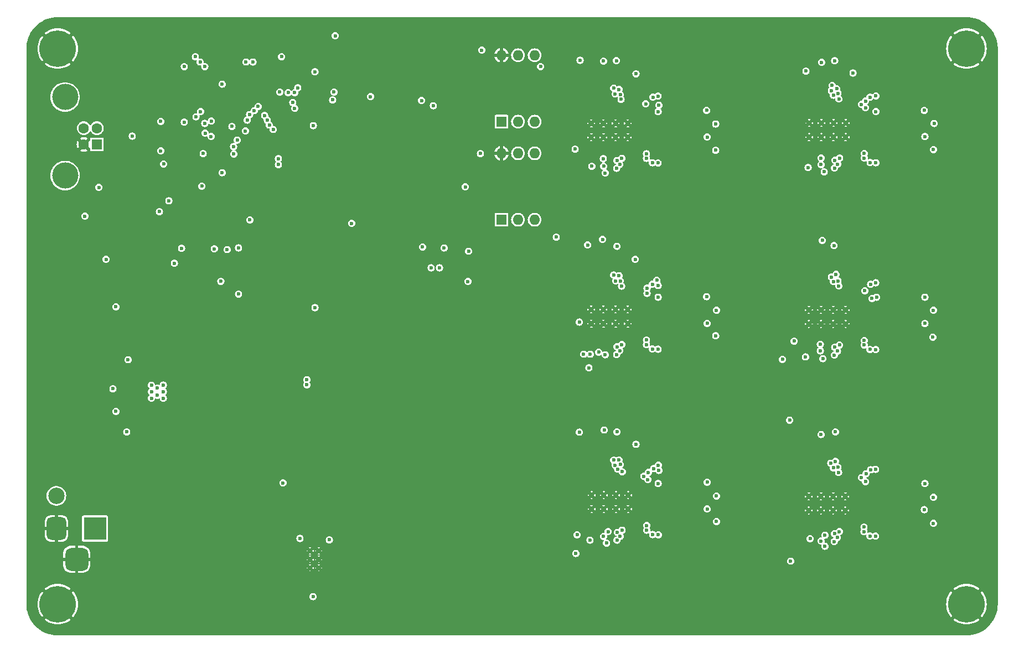
<source format=gbr>
G04 #@! TF.GenerationSoftware,KiCad,Pcbnew,7.0.2-0*
G04 #@! TF.CreationDate,2023-12-22T12:06:10-05:00*
G04 #@! TF.ProjectId,mobo,6d6f626f-2e6b-4696-9361-645f70636258,REV05*
G04 #@! TF.SameCoordinates,Original*
G04 #@! TF.FileFunction,Copper,L3,Inr*
G04 #@! TF.FilePolarity,Positive*
%FSLAX46Y46*%
G04 Gerber Fmt 4.6, Leading zero omitted, Abs format (unit mm)*
G04 Created by KiCad (PCBNEW 7.0.2-0) date 2023-12-22 12:06:10*
%MOMM*%
%LPD*%
G01*
G04 APERTURE LIST*
G04 Aperture macros list*
%AMRoundRect*
0 Rectangle with rounded corners*
0 $1 Rounding radius*
0 $2 $3 $4 $5 $6 $7 $8 $9 X,Y pos of 4 corners*
0 Add a 4 corners polygon primitive as box body*
4,1,4,$2,$3,$4,$5,$6,$7,$8,$9,$2,$3,0*
0 Add four circle primitives for the rounded corners*
1,1,$1+$1,$2,$3*
1,1,$1+$1,$4,$5*
1,1,$1+$1,$6,$7*
1,1,$1+$1,$8,$9*
0 Add four rect primitives between the rounded corners*
20,1,$1+$1,$2,$3,$4,$5,0*
20,1,$1+$1,$4,$5,$6,$7,0*
20,1,$1+$1,$6,$7,$8,$9,0*
20,1,$1+$1,$8,$9,$2,$3,0*%
G04 Aperture macros list end*
G04 #@! TA.AperFunction,ComponentPad*
%ADD10C,5.600000*%
G04 #@! TD*
G04 #@! TA.AperFunction,ComponentPad*
%ADD11R,1.600000X1.600000*%
G04 #@! TD*
G04 #@! TA.AperFunction,ComponentPad*
%ADD12O,1.600000X1.600000*%
G04 #@! TD*
G04 #@! TA.AperFunction,ComponentPad*
%ADD13R,3.500000X3.500000*%
G04 #@! TD*
G04 #@! TA.AperFunction,ComponentPad*
%ADD14C,2.500000*%
G04 #@! TD*
G04 #@! TA.AperFunction,ComponentPad*
%ADD15RoundRect,0.750000X-0.750000X-1.000000X0.750000X-1.000000X0.750000X1.000000X-0.750000X1.000000X0*%
G04 #@! TD*
G04 #@! TA.AperFunction,ComponentPad*
%ADD16RoundRect,0.875000X-0.875000X-0.875000X0.875000X-0.875000X0.875000X0.875000X-0.875000X0.875000X0*%
G04 #@! TD*
G04 #@! TA.AperFunction,ComponentPad*
%ADD17C,1.600000*%
G04 #@! TD*
G04 #@! TA.AperFunction,ComponentPad*
%ADD18C,4.000000*%
G04 #@! TD*
G04 #@! TA.AperFunction,ComponentPad*
%ADD19C,0.600000*%
G04 #@! TD*
G04 #@! TA.AperFunction,ComponentPad*
%ADD20C,0.500000*%
G04 #@! TD*
G04 #@! TA.AperFunction,ViaPad*
%ADD21C,0.600000*%
G04 #@! TD*
G04 APERTURE END LIST*
D10*
X71600000Y-55000000D03*
D11*
X139475000Y-66187500D03*
D12*
X142015000Y-66187500D03*
X144555000Y-66187500D03*
X144555000Y-56027500D03*
X142015000Y-56027500D03*
X139475000Y-56027500D03*
D13*
X77300000Y-128437500D03*
D14*
X71400000Y-128437500D03*
D15*
X71400000Y-128437500D03*
D16*
X74500000Y-133137500D03*
D14*
X71400000Y-123437500D03*
D11*
X77587500Y-69675000D03*
D17*
X77587500Y-67175000D03*
X75587500Y-67175000D03*
X75587500Y-69675000D03*
D18*
X72727500Y-74425000D03*
X72727500Y-62425000D03*
D19*
X192100000Y-94987500D03*
X190233333Y-94987500D03*
X188366667Y-94987500D03*
X186500000Y-94987500D03*
X192100000Y-97137500D03*
X190233333Y-97137500D03*
X188366667Y-97137500D03*
X186500000Y-97137500D03*
X186525000Y-68537500D03*
X188391667Y-68537500D03*
X190258333Y-68537500D03*
X192125000Y-68537500D03*
X186525000Y-66387500D03*
X188391667Y-66387500D03*
X190258333Y-66387500D03*
X192125000Y-66387500D03*
D10*
X210600000Y-140000000D03*
D19*
X192075000Y-123525000D03*
X190208333Y-123525000D03*
X188341667Y-123525000D03*
X186475000Y-123525000D03*
X192075000Y-125675000D03*
X190208333Y-125675000D03*
X188341667Y-125675000D03*
X186475000Y-125675000D03*
D20*
X110200000Y-131835000D03*
X110200000Y-133135000D03*
X110200000Y-134435000D03*
X111500000Y-131835000D03*
X111500000Y-133135000D03*
X111500000Y-134435000D03*
D19*
X158850000Y-123312500D03*
X156983333Y-123312500D03*
X155116667Y-123312500D03*
X153250000Y-123312500D03*
X158850000Y-125462500D03*
X156983333Y-125462500D03*
X155116667Y-125462500D03*
X153250000Y-125462500D03*
X158800000Y-66425000D03*
X156933333Y-66425000D03*
X155066667Y-66425000D03*
X153200000Y-66425000D03*
X158800000Y-68575000D03*
X156933333Y-68575000D03*
X155066667Y-68575000D03*
X153200000Y-68575000D03*
X158800000Y-94925000D03*
X156933333Y-94925000D03*
X155066667Y-94925000D03*
X153200000Y-94925000D03*
X158800000Y-97075000D03*
X156933333Y-97075000D03*
X155066667Y-97075000D03*
X153200000Y-97075000D03*
D10*
X71600000Y-140000000D03*
D11*
X139475000Y-81187500D03*
D12*
X142015000Y-81187500D03*
X144555000Y-81187500D03*
X144555000Y-71027500D03*
X142015000Y-71027500D03*
X139475000Y-71027500D03*
D10*
X210600000Y-55000000D03*
D21*
X163150000Y-138750000D03*
X151950000Y-100450000D03*
X70050000Y-111350000D03*
X93250000Y-138750000D03*
X171150000Y-78250000D03*
X207650000Y-78350000D03*
X194250000Y-81750000D03*
X199350000Y-64650000D03*
X189550000Y-78250000D03*
X165950000Y-98650000D03*
X186150000Y-134150000D03*
X92500000Y-140250000D03*
X126700000Y-127400000D03*
X187350000Y-77250000D03*
X113975000Y-66710000D03*
X77850000Y-135950000D03*
X105450000Y-70650000D03*
X92500000Y-139250000D03*
X101750000Y-125750000D03*
X85250000Y-72350000D03*
X135350000Y-97750000D03*
X93250000Y-139750000D03*
X115225000Y-64360000D03*
X167250000Y-88250000D03*
X126712500Y-136650000D03*
X189550000Y-106850000D03*
X119425000Y-72410000D03*
X85750000Y-141150000D03*
X145250000Y-136650000D03*
X102750000Y-123250000D03*
X101750000Y-112500000D03*
X119675000Y-64310000D03*
X98650000Y-54350000D03*
X136250000Y-78950000D03*
X68950000Y-78850000D03*
X195350000Y-138850000D03*
X165950000Y-70350000D03*
X151550000Y-117550000D03*
X162050000Y-81750000D03*
X173350000Y-106750000D03*
X205450000Y-106850000D03*
X115475000Y-72510000D03*
X92500000Y-141250000D03*
X119675000Y-68910000D03*
X70050000Y-112450000D03*
X73750000Y-136650000D03*
X79350000Y-110550000D03*
X115225000Y-65460000D03*
X199350000Y-93250000D03*
X119675000Y-71260000D03*
X127712500Y-138650000D03*
X68250000Y-130450000D03*
X108250000Y-125250000D03*
X99150000Y-62350000D03*
X126600000Y-118200000D03*
X171150000Y-138350000D03*
X165950000Y-127050000D03*
X164650000Y-114450000D03*
X119750000Y-103450000D03*
X193350000Y-53250000D03*
X163850000Y-82950000D03*
X193250000Y-116250000D03*
X83000000Y-109500000D03*
X99000000Y-128250000D03*
X126600000Y-116200000D03*
X109550000Y-92950000D03*
X160850000Y-53250000D03*
X99000000Y-88750000D03*
X83000000Y-111000000D03*
X174350000Y-106750000D03*
X101750000Y-124750000D03*
X91000000Y-105500000D03*
X101250000Y-110000000D03*
X163150000Y-53250000D03*
X130450000Y-119450000D03*
X165850000Y-87150000D03*
X193150000Y-138850000D03*
X165950000Y-58650000D03*
X160950000Y-138750000D03*
X192350000Y-85150000D03*
X117375000Y-62860000D03*
X205450000Y-78350000D03*
X172050000Y-106750000D03*
X106750000Y-112500000D03*
X69000000Y-128000000D03*
X130450000Y-109150000D03*
X77850000Y-139250000D03*
X152550000Y-120050000D03*
X162950000Y-81750000D03*
X126712500Y-137650000D03*
X199250000Y-127450000D03*
X115425000Y-63110000D03*
X199250000Y-98950000D03*
X158950000Y-56650000D03*
X165950000Y-93150000D03*
X128600000Y-118200000D03*
X197050000Y-137550000D03*
X144250000Y-87750000D03*
X83750000Y-108750000D03*
X127700000Y-128400000D03*
X71750000Y-132750000D03*
X204550000Y-106850000D03*
X69000000Y-129650000D03*
X126700000Y-126400000D03*
X167250000Y-75250000D03*
X91000000Y-109000000D03*
X113975000Y-68610000D03*
X115075000Y-69110000D03*
X81450000Y-74350000D03*
X86550000Y-72350000D03*
X97750000Y-96500000D03*
X102750000Y-128250000D03*
X103000000Y-112500000D03*
X69000000Y-126500000D03*
X163850000Y-80550000D03*
X128700000Y-128400000D03*
X108750000Y-72950000D03*
X126700000Y-108000000D03*
X195450000Y-81750000D03*
X117425000Y-72710000D03*
X194250000Y-110350000D03*
X103650000Y-56750000D03*
X113600000Y-65050000D03*
X100250000Y-110000000D03*
X93250000Y-141750000D03*
X102750000Y-126250000D03*
X134850000Y-73650000D03*
X193250000Y-110350000D03*
X206550000Y-106850000D03*
X99250000Y-93750000D03*
X173350000Y-78250000D03*
X120450000Y-59250000D03*
X167350000Y-103750000D03*
X89250000Y-69950000D03*
X72650000Y-107050000D03*
X167250000Y-59750000D03*
X75250000Y-136650000D03*
X174350000Y-78250000D03*
X74500000Y-135750000D03*
X159850000Y-53250000D03*
X115225000Y-70160000D03*
X153950000Y-134850000D03*
X111150000Y-81750000D03*
X119650000Y-59250000D03*
X166050000Y-117650000D03*
X165950000Y-133250000D03*
X133350000Y-79350000D03*
X112750000Y-105250000D03*
X100250000Y-128250000D03*
X107250000Y-124750000D03*
X165950000Y-104850000D03*
X107250000Y-125750000D03*
X126700000Y-106000000D03*
X134950000Y-63450000D03*
X95950000Y-53250000D03*
X91000000Y-108250000D03*
X118450000Y-131050000D03*
X199350000Y-58550000D03*
X115075000Y-66510000D03*
X124500000Y-81750000D03*
X189450000Y-135450000D03*
X90750000Y-78350000D03*
X119750000Y-105350000D03*
X102750000Y-124250000D03*
X119375000Y-63160000D03*
X136150000Y-88450000D03*
X172050000Y-78250000D03*
X126450000Y-61950000D03*
X115650000Y-94850000D03*
X129700000Y-128400000D03*
X73000000Y-135750000D03*
X206450000Y-138450000D03*
X132350000Y-61950000D03*
X110850000Y-137250000D03*
X130450000Y-129550000D03*
X162150000Y-53250000D03*
X128700000Y-108000000D03*
X144650000Y-106050000D03*
X127450000Y-93650000D03*
X126712500Y-138650000D03*
X191750000Y-106850000D03*
X145650000Y-116050000D03*
X119675000Y-65460000D03*
X126350000Y-91950000D03*
X204450000Y-138450000D03*
X115225000Y-71360000D03*
X172150000Y-138350000D03*
X70950000Y-133500000D03*
X93050000Y-63550000D03*
X132350000Y-78250000D03*
X145550000Y-126450000D03*
X104250000Y-112500000D03*
X106250000Y-81750000D03*
X166050000Y-121650000D03*
X113550000Y-63950000D03*
X197850000Y-114650000D03*
X144250000Y-88650000D03*
X187250000Y-105950000D03*
X171150000Y-106750000D03*
X132050000Y-58850000D03*
X200650000Y-59650000D03*
X119675000Y-70110000D03*
X104150000Y-138450000D03*
X89250000Y-72250000D03*
X88250000Y-68350000D03*
X84500000Y-108750000D03*
X205450000Y-138450000D03*
X173250000Y-138350000D03*
X206650000Y-78350000D03*
X91000000Y-106250000D03*
X199250000Y-104850000D03*
X89050000Y-141150000D03*
X127700000Y-108000000D03*
X70950000Y-132000000D03*
X108000000Y-112500000D03*
X200050000Y-132450000D03*
X102250000Y-110000000D03*
X166050000Y-131050000D03*
X140850000Y-87050000D03*
X200650000Y-103750000D03*
X200550000Y-116850000D03*
X174350000Y-138350000D03*
X77450000Y-90550000D03*
X71750000Y-104050000D03*
X94450000Y-119750000D03*
X95250000Y-101750000D03*
X156250000Y-106850000D03*
X192250000Y-135550000D03*
X194250000Y-53250000D03*
X193250000Y-81750000D03*
X165950000Y-64650000D03*
X159250000Y-78350000D03*
X199150000Y-76250000D03*
X119675000Y-66660000D03*
X80750000Y-112050000D03*
X129600000Y-118200000D03*
X200550000Y-88350000D03*
X159150000Y-85150000D03*
X163050000Y-110150000D03*
X101500000Y-128250000D03*
X112750000Y-104250000D03*
X119750000Y-104350000D03*
X199350000Y-70250000D03*
X112750000Y-106350000D03*
X83000000Y-110250000D03*
X194250000Y-138850000D03*
X101750000Y-123750000D03*
X68250000Y-128850000D03*
X196350000Y-110350000D03*
X89250000Y-70950000D03*
X126700000Y-107000000D03*
X117950000Y-91450000D03*
X111550000Y-101450000D03*
X127600000Y-118200000D03*
X199250000Y-121750000D03*
X157350000Y-135150000D03*
X204550000Y-78350000D03*
X159150000Y-113450000D03*
X70250000Y-77350000D03*
X108250000Y-126250000D03*
X191750000Y-78250000D03*
X119750000Y-107250000D03*
X119675000Y-67760000D03*
X196450000Y-81750000D03*
X103650000Y-53450000D03*
X162150000Y-110150000D03*
X108250000Y-127250000D03*
X72550000Y-90550000D03*
X89850000Y-126950000D03*
X132050000Y-73750000D03*
X108850000Y-65350000D03*
X68250000Y-127250000D03*
X100750000Y-79000000D03*
X102750000Y-125250000D03*
X106350000Y-63350000D03*
X159850000Y-138750000D03*
X196450000Y-53250000D03*
X130450000Y-98950000D03*
X128712500Y-138650000D03*
X93250000Y-140750000D03*
X126600000Y-117200000D03*
X143350000Y-78250000D03*
X129712500Y-138650000D03*
X126700000Y-128400000D03*
X71750000Y-134250000D03*
X195450000Y-53250000D03*
X71750000Y-131250000D03*
X96550000Y-85250000D03*
X107250000Y-126750000D03*
X160850000Y-110150000D03*
X105500000Y-112500000D03*
X162050000Y-138750000D03*
X207350000Y-138450000D03*
X173450000Y-88450000D03*
X129700000Y-108000000D03*
X101150000Y-53350000D03*
X192450000Y-56650000D03*
X158450000Y-106750000D03*
X195350000Y-110350000D03*
X119750000Y-106350000D03*
X150950000Y-120250000D03*
X108250000Y-124250000D03*
X76000000Y-135750000D03*
X207550000Y-106850000D03*
X165850000Y-76450000D03*
X200650000Y-75050000D03*
X102750000Y-95000000D03*
X159950000Y-110150000D03*
X109650000Y-72950000D03*
X192450000Y-113650000D03*
X154950000Y-105950000D03*
X197950000Y-86050000D03*
X110850000Y-136350000D03*
X141450000Y-117850000D03*
X89250000Y-73250000D03*
X87350000Y-66150000D03*
X87350000Y-70650000D03*
X190550000Y-113650000D03*
X119450000Y-62350000D03*
X153050000Y-101750000D03*
X155350000Y-74050000D03*
X87750000Y-107500000D03*
X157150000Y-113650000D03*
X100975000Y-81225000D03*
X85950000Y-108500000D03*
X157150000Y-85250000D03*
X116550000Y-81750000D03*
X136250000Y-71050000D03*
X85950000Y-106500000D03*
X188950000Y-131150000D03*
X86850000Y-106950000D03*
X190450000Y-56850000D03*
X87790000Y-72650000D03*
X87750000Y-106500000D03*
X190350000Y-85150000D03*
X136450000Y-55250000D03*
X134350000Y-90650000D03*
X133950000Y-76150000D03*
X188650000Y-102450000D03*
X113650000Y-62850000D03*
X157050000Y-56850000D03*
X155550000Y-130650000D03*
X86850000Y-108050000D03*
X82350000Y-102600000D03*
X87750000Y-108500000D03*
X85950000Y-107500000D03*
X188850000Y-73850000D03*
X151400000Y-113687500D03*
X186050000Y-58450000D03*
X159950000Y-87250000D03*
X160050000Y-58850000D03*
X160050000Y-115550000D03*
X193250000Y-58750000D03*
X152650000Y-85050000D03*
X80500000Y-110500000D03*
X151500000Y-56800000D03*
X204250000Y-68450000D03*
X205550000Y-70450000D03*
X205650000Y-66450000D03*
X204150000Y-64450000D03*
X89450000Y-87850000D03*
X96550000Y-90600000D03*
X99250000Y-92550000D03*
X80050000Y-107050000D03*
X110650000Y-138850000D03*
X106050000Y-121450000D03*
X75750000Y-80650000D03*
X108650000Y-129950000D03*
X113150000Y-130150000D03*
X170950000Y-68550000D03*
X172250000Y-70550000D03*
X172250000Y-66550000D03*
X170850000Y-64450000D03*
X170950000Y-97050000D03*
X172250000Y-98950000D03*
X172350000Y-95050000D03*
X170850000Y-92950000D03*
X204150000Y-125550000D03*
X205550000Y-127650000D03*
X205550000Y-123650000D03*
X204250000Y-121550000D03*
X204250000Y-97050000D03*
X205450000Y-99150000D03*
X205550000Y-95050000D03*
X204250000Y-93050000D03*
X170950000Y-125450000D03*
X172350000Y-127350000D03*
X172350000Y-123450000D03*
X170950000Y-121350000D03*
X93850000Y-71050000D03*
X93650000Y-76050000D03*
X88600000Y-78300000D03*
X87150000Y-79950000D03*
X188450000Y-57100000D03*
X77900000Y-76250000D03*
X83000000Y-68400000D03*
X107550000Y-63250000D03*
X127250000Y-62950000D03*
X129050000Y-63750000D03*
X107850000Y-64150000D03*
X145450000Y-57750000D03*
X96750000Y-60450000D03*
X114050000Y-53050000D03*
X155075000Y-56925000D03*
X94100000Y-57750000D03*
X152850000Y-103850000D03*
X113850000Y-61650000D03*
X110950000Y-58550000D03*
X154950000Y-84200000D03*
X103650000Y-65950000D03*
X183712500Y-133412500D03*
X188350000Y-114050000D03*
X103250000Y-65250000D03*
X184250000Y-99750000D03*
X106850000Y-61750000D03*
X105550000Y-61650000D03*
X188550000Y-84350000D03*
X150850000Y-132250000D03*
X100950000Y-65100000D03*
X100600000Y-65950000D03*
X134450000Y-86000000D03*
X147850000Y-83850000D03*
X155200000Y-113350000D03*
X90950000Y-66250000D03*
X90950000Y-57750000D03*
X188350000Y-71750000D03*
X92650000Y-56250000D03*
X188350000Y-72750000D03*
X93400000Y-57050000D03*
X105350000Y-71850000D03*
X154350000Y-101450000D03*
X105350000Y-72750000D03*
X155350000Y-101850000D03*
X188250000Y-101250000D03*
X108314987Y-61014987D03*
X99050000Y-69000000D03*
X182450000Y-102550000D03*
X103974500Y-66700000D03*
X188350000Y-130350000D03*
X110950000Y-94650000D03*
X99250000Y-85500000D03*
X95100000Y-66100000D03*
X183550000Y-111850000D03*
X151050000Y-129400000D03*
X100300000Y-67600000D03*
X155800000Y-128900000D03*
X102250000Y-63850000D03*
X101650000Y-64500000D03*
X155075000Y-129650000D03*
X104578116Y-67378116D03*
X188950000Y-129450000D03*
X101462750Y-57062750D03*
X155100000Y-73000000D03*
X100400000Y-57050000D03*
X155050000Y-71850000D03*
X188250000Y-100250000D03*
X107850000Y-61750000D03*
X151400000Y-96850000D03*
X98250000Y-66900000D03*
X94100000Y-66450000D03*
X150750000Y-70375000D03*
X191200000Y-71762500D03*
X190900000Y-72687500D03*
X196750000Y-72462500D03*
X190475000Y-72087500D03*
X190425000Y-73287500D03*
X194975000Y-71762500D03*
X194975000Y-71062500D03*
X195875000Y-72437500D03*
X190250000Y-62150000D03*
X191100000Y-62712500D03*
X195850000Y-62450000D03*
X194550000Y-63550000D03*
X196750000Y-64650000D03*
X195150000Y-63050000D03*
X189950000Y-61450000D03*
X190050000Y-60650000D03*
X190950000Y-61850000D03*
X190750000Y-61150000D03*
X196750000Y-62237500D03*
X195150000Y-64050000D03*
X161650000Y-71800000D03*
X162550000Y-72475000D03*
X163425000Y-72500000D03*
X157100000Y-73325000D03*
X161650000Y-71100000D03*
X157150000Y-72125000D03*
X157575000Y-72725000D03*
X157875000Y-71800000D03*
X156650000Y-61050000D03*
X156850000Y-61950000D03*
X163550000Y-63650000D03*
X157450000Y-61250000D03*
X163450000Y-64650000D03*
X162650000Y-62450000D03*
X157775000Y-62750000D03*
X157650000Y-62050000D03*
X161550000Y-63450000D03*
X163425000Y-62275000D03*
X161650000Y-99600000D03*
X157575000Y-101225000D03*
X157875000Y-100300000D03*
X157100000Y-101825000D03*
X157150000Y-100625000D03*
X163425000Y-101000000D03*
X161650000Y-100300000D03*
X162550000Y-100975000D03*
X161750000Y-92450000D03*
X157850000Y-91350000D03*
X163450000Y-91250000D03*
X156950000Y-90550000D03*
X157450000Y-89750000D03*
X162550000Y-91050000D03*
X161750000Y-91650000D03*
X163250000Y-90450000D03*
X163450000Y-93050000D03*
X156650000Y-89650000D03*
X157650000Y-90550000D03*
X194925000Y-128900000D03*
X190375000Y-130425000D03*
X195825000Y-129575000D03*
X191150000Y-128900000D03*
X196700000Y-129600000D03*
X194925000Y-128200000D03*
X190425000Y-129225000D03*
X190850000Y-129825000D03*
X195950000Y-119450000D03*
X195150000Y-121250000D03*
X191050000Y-119850000D03*
X190950000Y-119050000D03*
X195250000Y-120050000D03*
X189850000Y-118450000D03*
X190550000Y-118150000D03*
X190250000Y-119150000D03*
X194550000Y-120650000D03*
X196700000Y-119375000D03*
X190875000Y-101287500D03*
X194950000Y-99662500D03*
X191175000Y-100362500D03*
X196725000Y-101062500D03*
X194950000Y-100362500D03*
X190400000Y-101887500D03*
X190450000Y-100687500D03*
X195850000Y-101037500D03*
X196150000Y-93250000D03*
X191075000Y-91312500D03*
X195050000Y-92050000D03*
X196850000Y-93050000D03*
X195950000Y-91050000D03*
X190650000Y-89550000D03*
X190250000Y-90650000D03*
X196725000Y-90837500D03*
X190950000Y-90550000D03*
X189950000Y-89950000D03*
X161700000Y-128687500D03*
X161700000Y-127987500D03*
X157150000Y-130212500D03*
X157625000Y-129612500D03*
X157925000Y-128687500D03*
X163475000Y-129387500D03*
X157200000Y-129012500D03*
X162600000Y-129362500D03*
X157450000Y-117950000D03*
X161250000Y-120450000D03*
X161850000Y-120950000D03*
X161950000Y-119850000D03*
X163550000Y-119550000D03*
X163475000Y-118750000D03*
X157250000Y-119350000D03*
X156850000Y-118750000D03*
X156650000Y-117950000D03*
X162750000Y-119250000D03*
X163450000Y-121550000D03*
X157950000Y-119750000D03*
X157650000Y-118650000D03*
X92750000Y-65450000D03*
X129997500Y-88550000D03*
X128712500Y-88550000D03*
X93450000Y-64650000D03*
X127412500Y-85350000D03*
X98500000Y-70000000D03*
X130700000Y-85500000D03*
X98525000Y-71125000D03*
X186387500Y-73187500D03*
X153293750Y-72993750D03*
X152050000Y-101750000D03*
X186681250Y-129981250D03*
X185975000Y-102175000D03*
X153012500Y-130212500D03*
X82150000Y-113650000D03*
X94150000Y-67950000D03*
X95550000Y-85650000D03*
X79000000Y-87250000D03*
X110700000Y-66800000D03*
X96750000Y-74000000D03*
X109700000Y-105650000D03*
X109700000Y-106450000D03*
X80500000Y-94500000D03*
X105850000Y-56250000D03*
X90550000Y-85550000D03*
X95050000Y-68450000D03*
X97500000Y-85750000D03*
G04 #@! TA.AperFunction,Conductor*
G36*
X210601351Y-50200559D02*
G01*
X211015593Y-50218645D01*
X211021011Y-50219120D01*
X211430728Y-50273060D01*
X211436063Y-50274000D01*
X211839566Y-50363454D01*
X211844791Y-50364855D01*
X212238928Y-50489126D01*
X212244042Y-50490987D01*
X212625840Y-50649134D01*
X212630770Y-50651432D01*
X212997338Y-50842255D01*
X213002038Y-50844968D01*
X213289636Y-51028189D01*
X213350571Y-51067009D01*
X213355038Y-51070136D01*
X213682900Y-51321713D01*
X213687076Y-51325218D01*
X213991746Y-51604397D01*
X213995602Y-51608253D01*
X214274781Y-51912923D01*
X214278284Y-51917097D01*
X214323119Y-51975527D01*
X214529863Y-52244961D01*
X214532990Y-52249428D01*
X214736668Y-52569138D01*
X214755024Y-52597950D01*
X214757748Y-52602668D01*
X214815706Y-52714005D01*
X214948564Y-52969224D01*
X214950868Y-52974165D01*
X215109010Y-53355952D01*
X215110875Y-53361076D01*
X215235141Y-53755198D01*
X215236548Y-53760449D01*
X215284383Y-53976214D01*
X215325994Y-54163908D01*
X215326940Y-54169277D01*
X215380878Y-54578981D01*
X215381354Y-54584413D01*
X215390108Y-54784906D01*
X215399158Y-54992200D01*
X215399440Y-54998647D01*
X215399499Y-55001373D01*
X215399500Y-129977409D01*
X215399500Y-139998625D01*
X215399441Y-140001351D01*
X215381354Y-140415586D01*
X215380878Y-140421018D01*
X215326940Y-140830722D01*
X215325995Y-140836085D01*
X215236550Y-141239545D01*
X215235141Y-141244801D01*
X215110875Y-141638923D01*
X215109010Y-141644047D01*
X214950868Y-142025834D01*
X214948564Y-142030775D01*
X214757750Y-142397327D01*
X214755024Y-142402049D01*
X214532990Y-142750571D01*
X214529863Y-142755038D01*
X214278286Y-143082900D01*
X214274781Y-143087076D01*
X213995602Y-143391746D01*
X213991746Y-143395602D01*
X213687076Y-143674781D01*
X213682900Y-143678286D01*
X213355038Y-143929863D01*
X213350571Y-143932990D01*
X213002049Y-144155024D01*
X212997327Y-144157750D01*
X212630775Y-144348564D01*
X212625834Y-144350868D01*
X212244047Y-144509010D01*
X212238923Y-144510875D01*
X211844801Y-144635141D01*
X211839545Y-144636550D01*
X211436085Y-144725995D01*
X211430722Y-144726940D01*
X211021018Y-144780878D01*
X211015586Y-144781354D01*
X210601351Y-144799441D01*
X210598625Y-144799500D01*
X71601375Y-144799500D01*
X71598649Y-144799441D01*
X71184413Y-144781354D01*
X71178981Y-144780878D01*
X70769277Y-144726940D01*
X70763918Y-144725995D01*
X70360449Y-144636548D01*
X70355198Y-144635141D01*
X69961076Y-144510875D01*
X69955952Y-144509010D01*
X69574165Y-144350868D01*
X69569224Y-144348564D01*
X69368024Y-144243826D01*
X69202668Y-144157748D01*
X69197950Y-144155024D01*
X68849428Y-143932990D01*
X68844961Y-143929863D01*
X68517099Y-143678286D01*
X68512923Y-143674781D01*
X68208253Y-143395602D01*
X68204397Y-143391746D01*
X67925218Y-143087076D01*
X67921713Y-143082900D01*
X67878476Y-143026553D01*
X67670136Y-142755038D01*
X67667009Y-142750571D01*
X67590088Y-142629830D01*
X67444968Y-142402038D01*
X67442255Y-142397338D01*
X67251432Y-142030770D01*
X67249131Y-142025834D01*
X67242067Y-142008781D01*
X67090987Y-141644042D01*
X67089124Y-141638923D01*
X67076852Y-141600000D01*
X66964855Y-141244791D01*
X66963454Y-141239566D01*
X66874000Y-140836063D01*
X66873059Y-140830722D01*
X66854424Y-140689175D01*
X66819120Y-140421011D01*
X66818645Y-140415586D01*
X66800576Y-140001745D01*
X68495213Y-140001745D01*
X68514539Y-140345885D01*
X68514932Y-140349368D01*
X68572667Y-140689175D01*
X68573446Y-140692588D01*
X68668863Y-141023785D01*
X68670025Y-141027107D01*
X68801921Y-141345533D01*
X68803445Y-141348698D01*
X68970169Y-141650360D01*
X68972032Y-141653326D01*
X69171485Y-141934430D01*
X69173677Y-141937178D01*
X69237665Y-142008781D01*
X70302266Y-140944179D01*
X70465130Y-141134870D01*
X70655818Y-141297732D01*
X69591217Y-142362333D01*
X69662821Y-142426322D01*
X69665569Y-142428514D01*
X69946673Y-142627967D01*
X69949639Y-142629830D01*
X70251301Y-142796554D01*
X70254466Y-142798078D01*
X70572892Y-142929974D01*
X70576214Y-142931136D01*
X70907411Y-143026553D01*
X70910824Y-143027332D01*
X71250631Y-143085067D01*
X71254114Y-143085460D01*
X71598255Y-143104787D01*
X71601745Y-143104787D01*
X71945885Y-143085460D01*
X71949368Y-143085067D01*
X72289175Y-143027332D01*
X72292588Y-143026553D01*
X72623785Y-142931136D01*
X72627107Y-142929974D01*
X72945533Y-142798078D01*
X72948698Y-142796554D01*
X73250360Y-142629830D01*
X73253326Y-142627967D01*
X73534443Y-142428504D01*
X73537171Y-142426329D01*
X73608780Y-142362334D01*
X73608781Y-142362334D01*
X72544180Y-141297733D01*
X72734870Y-141134870D01*
X72897733Y-140944180D01*
X73962333Y-142008781D01*
X73962334Y-142008780D01*
X74026329Y-141937171D01*
X74028504Y-141934443D01*
X74227967Y-141653326D01*
X74229830Y-141650360D01*
X74396554Y-141348698D01*
X74398078Y-141345533D01*
X74529974Y-141027107D01*
X74531136Y-141023785D01*
X74626553Y-140692588D01*
X74627332Y-140689175D01*
X74685067Y-140349368D01*
X74685460Y-140345885D01*
X74704787Y-140001745D01*
X207495213Y-140001745D01*
X207514539Y-140345885D01*
X207514932Y-140349368D01*
X207572667Y-140689175D01*
X207573446Y-140692588D01*
X207668863Y-141023785D01*
X207670025Y-141027107D01*
X207801921Y-141345533D01*
X207803445Y-141348698D01*
X207970169Y-141650360D01*
X207972032Y-141653326D01*
X208171485Y-141934430D01*
X208173677Y-141937178D01*
X208237665Y-142008781D01*
X209302266Y-140944179D01*
X209465130Y-141134870D01*
X209655818Y-141297732D01*
X208591217Y-142362333D01*
X208662821Y-142426322D01*
X208665569Y-142428514D01*
X208946673Y-142627967D01*
X208949639Y-142629830D01*
X209251301Y-142796554D01*
X209254466Y-142798078D01*
X209572892Y-142929974D01*
X209576214Y-142931136D01*
X209907411Y-143026553D01*
X209910824Y-143027332D01*
X210250631Y-143085067D01*
X210254114Y-143085460D01*
X210598255Y-143104787D01*
X210601745Y-143104787D01*
X210945885Y-143085460D01*
X210949368Y-143085067D01*
X211289175Y-143027332D01*
X211292588Y-143026553D01*
X211623785Y-142931136D01*
X211627107Y-142929974D01*
X211945533Y-142798078D01*
X211948698Y-142796554D01*
X212250360Y-142629830D01*
X212253326Y-142627967D01*
X212534443Y-142428504D01*
X212537171Y-142426329D01*
X212608780Y-142362334D01*
X212608781Y-142362334D01*
X211544180Y-141297733D01*
X211734870Y-141134870D01*
X211897733Y-140944180D01*
X212962333Y-142008781D01*
X212962334Y-142008780D01*
X213026329Y-141937171D01*
X213028504Y-141934443D01*
X213227967Y-141653326D01*
X213229830Y-141650360D01*
X213396554Y-141348698D01*
X213398078Y-141345533D01*
X213529974Y-141027107D01*
X213531136Y-141023785D01*
X213626553Y-140692588D01*
X213627332Y-140689175D01*
X213685067Y-140349368D01*
X213685460Y-140345885D01*
X213704787Y-140001745D01*
X213704787Y-139998254D01*
X213685460Y-139654114D01*
X213685067Y-139650631D01*
X213627332Y-139310824D01*
X213626553Y-139307411D01*
X213531136Y-138976214D01*
X213529974Y-138972892D01*
X213398078Y-138654466D01*
X213396554Y-138651301D01*
X213229830Y-138349639D01*
X213227967Y-138346673D01*
X213028514Y-138065569D01*
X213026322Y-138062821D01*
X212962333Y-137991217D01*
X211897732Y-139055818D01*
X211734870Y-138865130D01*
X211544179Y-138702265D01*
X212608781Y-137637665D01*
X212537178Y-137573677D01*
X212534430Y-137571485D01*
X212253326Y-137372032D01*
X212250360Y-137370169D01*
X211948698Y-137203445D01*
X211945533Y-137201921D01*
X211627107Y-137070025D01*
X211623785Y-137068863D01*
X211292588Y-136973446D01*
X211289175Y-136972667D01*
X210949368Y-136914932D01*
X210945885Y-136914539D01*
X210601745Y-136895213D01*
X210598255Y-136895213D01*
X210254114Y-136914539D01*
X210250631Y-136914932D01*
X209910824Y-136972667D01*
X209907411Y-136973446D01*
X209576214Y-137068863D01*
X209572892Y-137070025D01*
X209254466Y-137201921D01*
X209251301Y-137203445D01*
X208949639Y-137370169D01*
X208946673Y-137372032D01*
X208665569Y-137571485D01*
X208662821Y-137573677D01*
X208591217Y-137637665D01*
X209655819Y-138702266D01*
X209465130Y-138865130D01*
X209302266Y-139055819D01*
X208237665Y-137991217D01*
X208173677Y-138062821D01*
X208171485Y-138065569D01*
X207972032Y-138346673D01*
X207970169Y-138349639D01*
X207803445Y-138651301D01*
X207801921Y-138654466D01*
X207670025Y-138972892D01*
X207668863Y-138976214D01*
X207573446Y-139307411D01*
X207572667Y-139310824D01*
X207514932Y-139650631D01*
X207514539Y-139654114D01*
X207495213Y-139998254D01*
X207495213Y-140001745D01*
X74704787Y-140001745D01*
X74704787Y-139998254D01*
X74685460Y-139654114D01*
X74685067Y-139650631D01*
X74627332Y-139310824D01*
X74626553Y-139307411D01*
X74531136Y-138976214D01*
X74529974Y-138972892D01*
X74479071Y-138850000D01*
X110094750Y-138850000D01*
X110113669Y-138993707D01*
X110169138Y-139127624D01*
X110257378Y-139242621D01*
X110346262Y-139310824D01*
X110372375Y-139330861D01*
X110506291Y-139386330D01*
X110650000Y-139405250D01*
X110793709Y-139386330D01*
X110927625Y-139330861D01*
X111042621Y-139242621D01*
X111130861Y-139127625D01*
X111186330Y-138993709D01*
X111205250Y-138850000D01*
X111186330Y-138706291D01*
X111130861Y-138572375D01*
X111129024Y-138569981D01*
X111042621Y-138457378D01*
X110927624Y-138369138D01*
X110793707Y-138313669D01*
X110650000Y-138294750D01*
X110506292Y-138313669D01*
X110372375Y-138369138D01*
X110257378Y-138457378D01*
X110169138Y-138572375D01*
X110113669Y-138706292D01*
X110094750Y-138850000D01*
X74479071Y-138850000D01*
X74398078Y-138654466D01*
X74396554Y-138651301D01*
X74229830Y-138349639D01*
X74227967Y-138346673D01*
X74028514Y-138065569D01*
X74026322Y-138062821D01*
X73962333Y-137991217D01*
X72897732Y-139055818D01*
X72734870Y-138865130D01*
X72544179Y-138702265D01*
X73608781Y-137637665D01*
X73537178Y-137573677D01*
X73534430Y-137571485D01*
X73253326Y-137372032D01*
X73250360Y-137370169D01*
X72948698Y-137203445D01*
X72945533Y-137201921D01*
X72627107Y-137070025D01*
X72623785Y-137068863D01*
X72292588Y-136973446D01*
X72289175Y-136972667D01*
X71949368Y-136914932D01*
X71945885Y-136914539D01*
X71601745Y-136895213D01*
X71598255Y-136895213D01*
X71254114Y-136914539D01*
X71250631Y-136914932D01*
X70910824Y-136972667D01*
X70907411Y-136973446D01*
X70576214Y-137068863D01*
X70572892Y-137070025D01*
X70254466Y-137201921D01*
X70251301Y-137203445D01*
X69949639Y-137370169D01*
X69946673Y-137372032D01*
X69665569Y-137571485D01*
X69662821Y-137573677D01*
X69591217Y-137637665D01*
X70655819Y-138702266D01*
X70465130Y-138865130D01*
X70302266Y-139055819D01*
X69237665Y-137991217D01*
X69173677Y-138062821D01*
X69171485Y-138065569D01*
X68972032Y-138346673D01*
X68970169Y-138349639D01*
X68803445Y-138651301D01*
X68801921Y-138654466D01*
X68670025Y-138972892D01*
X68668863Y-138976214D01*
X68573446Y-139307411D01*
X68572667Y-139310824D01*
X68514932Y-139650631D01*
X68514539Y-139654114D01*
X68495213Y-139998254D01*
X68495213Y-140001745D01*
X66800576Y-140001745D01*
X66800559Y-140001351D01*
X66800500Y-139998625D01*
X66800500Y-132887500D01*
X72450000Y-132887500D01*
X73066314Y-132887500D01*
X73040507Y-132927656D01*
X73000000Y-133065611D01*
X73000000Y-133209389D01*
X73040507Y-133347344D01*
X73066314Y-133387500D01*
X72450001Y-133387500D01*
X72450001Y-134083955D01*
X72450075Y-134086090D01*
X72456282Y-134175528D01*
X72506137Y-134387503D01*
X72594097Y-134586712D01*
X72717159Y-134766360D01*
X72871139Y-134920340D01*
X73050787Y-135043402D01*
X73249996Y-135131362D01*
X73461970Y-135181217D01*
X73551409Y-135187426D01*
X73553543Y-135187499D01*
X74250000Y-135187499D01*
X74250000Y-133637500D01*
X74750000Y-133637500D01*
X74750000Y-135187499D01*
X75446455Y-135187499D01*
X75448590Y-135187424D01*
X75538028Y-135181217D01*
X75750003Y-135131362D01*
X75949212Y-135043402D01*
X76071688Y-134959504D01*
X110029047Y-134959504D01*
X110056422Y-134970843D01*
X110200000Y-134989745D01*
X110343579Y-134970842D01*
X110370951Y-134959505D01*
X110370950Y-134959504D01*
X111329047Y-134959504D01*
X111356422Y-134970843D01*
X111499999Y-134989745D01*
X111643579Y-134970842D01*
X111670951Y-134959505D01*
X111500000Y-134788553D01*
X111329047Y-134959504D01*
X110370950Y-134959504D01*
X110200000Y-134788553D01*
X110029047Y-134959504D01*
X76071688Y-134959504D01*
X76128860Y-134920340D01*
X76282840Y-134766360D01*
X76405902Y-134586712D01*
X76472890Y-134435000D01*
X109645254Y-134435000D01*
X109664157Y-134578578D01*
X109675494Y-134605950D01*
X109846446Y-134435000D01*
X110044709Y-134435000D01*
X110065514Y-134512645D01*
X110122355Y-134569486D01*
X110180254Y-134585000D01*
X110219746Y-134585000D01*
X110277645Y-134569486D01*
X110334486Y-134512646D01*
X110355291Y-134435000D01*
X110355291Y-134434999D01*
X110553553Y-134434999D01*
X110724505Y-134605951D01*
X110735842Y-134578579D01*
X110754745Y-134435000D01*
X110945254Y-134435000D01*
X110964157Y-134578578D01*
X110975494Y-134605950D01*
X111146444Y-134435000D01*
X111344709Y-134435000D01*
X111365514Y-134512645D01*
X111422355Y-134569486D01*
X111480254Y-134585000D01*
X111519746Y-134585000D01*
X111577645Y-134569486D01*
X111634486Y-134512646D01*
X111655291Y-134435000D01*
X111655291Y-134434999D01*
X111853553Y-134434999D01*
X112024505Y-134605951D01*
X112035842Y-134578579D01*
X112054745Y-134435000D01*
X112035843Y-134291422D01*
X112024504Y-134264048D01*
X112024504Y-134264047D01*
X111853553Y-134434999D01*
X111655291Y-134434999D01*
X111634486Y-134357355D01*
X111577645Y-134300514D01*
X111519746Y-134285000D01*
X111480254Y-134285000D01*
X111422355Y-134300514D01*
X111365514Y-134357354D01*
X111344709Y-134435000D01*
X111146444Y-134435000D01*
X111146445Y-134434999D01*
X110975494Y-134264048D01*
X110964156Y-134291422D01*
X110945254Y-134435000D01*
X110754745Y-134435000D01*
X110735843Y-134291422D01*
X110724504Y-134264048D01*
X110724504Y-134264047D01*
X110553553Y-134434999D01*
X110355291Y-134434999D01*
X110334486Y-134357355D01*
X110277645Y-134300514D01*
X110219746Y-134285000D01*
X110180254Y-134285000D01*
X110122355Y-134300514D01*
X110065514Y-134357354D01*
X110044709Y-134435000D01*
X109846446Y-134435000D01*
X109675494Y-134264048D01*
X109664156Y-134291422D01*
X109645254Y-134435000D01*
X76472890Y-134435000D01*
X76493862Y-134387503D01*
X76543717Y-134175529D01*
X76549926Y-134086090D01*
X76550000Y-134083956D01*
X76550000Y-133910494D01*
X110029047Y-133910494D01*
X110199999Y-134081446D01*
X110370951Y-133910494D01*
X111329047Y-133910494D01*
X111499999Y-134081446D01*
X111670951Y-133910494D01*
X111643578Y-133899157D01*
X111500000Y-133880254D01*
X111356422Y-133899156D01*
X111329047Y-133910494D01*
X110370951Y-133910494D01*
X110343578Y-133899157D01*
X110199999Y-133880254D01*
X110056422Y-133899156D01*
X110029047Y-133910494D01*
X76550000Y-133910494D01*
X76550000Y-133659504D01*
X110029047Y-133659504D01*
X110056422Y-133670843D01*
X110199999Y-133689745D01*
X110343579Y-133670842D01*
X110370951Y-133659505D01*
X110370950Y-133659504D01*
X111329047Y-133659504D01*
X111356422Y-133670843D01*
X111499999Y-133689745D01*
X111643579Y-133670842D01*
X111670951Y-133659505D01*
X111500000Y-133488553D01*
X111329047Y-133659504D01*
X110370950Y-133659504D01*
X110200000Y-133488553D01*
X110029047Y-133659504D01*
X76550000Y-133659504D01*
X76550000Y-133412500D01*
X183157250Y-133412500D01*
X183176169Y-133556207D01*
X183231638Y-133690124D01*
X183319878Y-133805121D01*
X183417794Y-133880254D01*
X183434875Y-133893361D01*
X183568791Y-133948830D01*
X183712500Y-133967750D01*
X183856209Y-133948830D01*
X183990125Y-133893361D01*
X184105121Y-133805121D01*
X184193361Y-133690125D01*
X184248830Y-133556209D01*
X184267750Y-133412500D01*
X184248830Y-133268791D01*
X184193361Y-133134875D01*
X184140213Y-133065611D01*
X184105121Y-133019878D01*
X183990124Y-132931638D01*
X183856207Y-132876169D01*
X183712500Y-132857250D01*
X183568792Y-132876169D01*
X183434875Y-132931638D01*
X183319878Y-133019878D01*
X183231638Y-133134875D01*
X183176169Y-133268792D01*
X183157250Y-133412500D01*
X76550000Y-133412500D01*
X76550000Y-133387500D01*
X75933686Y-133387500D01*
X75959493Y-133347344D01*
X76000000Y-133209389D01*
X76000000Y-133135000D01*
X109645254Y-133135000D01*
X109664157Y-133278578D01*
X109675494Y-133305950D01*
X109846446Y-133135000D01*
X110044709Y-133135000D01*
X110065514Y-133212645D01*
X110122355Y-133269486D01*
X110180254Y-133285000D01*
X110219746Y-133285000D01*
X110277645Y-133269486D01*
X110334486Y-133212646D01*
X110355291Y-133135000D01*
X110355291Y-133134999D01*
X110553553Y-133134999D01*
X110724505Y-133305951D01*
X110735842Y-133278579D01*
X110754745Y-133135000D01*
X110945254Y-133135000D01*
X110964157Y-133278578D01*
X110975494Y-133305950D01*
X111146444Y-133135000D01*
X111344709Y-133135000D01*
X111365514Y-133212645D01*
X111422355Y-133269486D01*
X111480254Y-133285000D01*
X111519746Y-133285000D01*
X111577645Y-133269486D01*
X111634486Y-133212646D01*
X111655291Y-133135000D01*
X111655291Y-133134999D01*
X111853553Y-133134999D01*
X112024505Y-133305951D01*
X112035842Y-133278579D01*
X112054745Y-133135000D01*
X112035843Y-132991422D01*
X112024504Y-132964048D01*
X112024504Y-132964047D01*
X111853553Y-133134999D01*
X111655291Y-133134999D01*
X111634486Y-133057355D01*
X111577645Y-133000514D01*
X111519746Y-132985000D01*
X111480254Y-132985000D01*
X111422355Y-133000514D01*
X111365514Y-133057354D01*
X111344709Y-133135000D01*
X111146444Y-133135000D01*
X111146445Y-133134999D01*
X110975494Y-132964048D01*
X110964156Y-132991422D01*
X110945254Y-133135000D01*
X110754745Y-133135000D01*
X110735843Y-132991422D01*
X110724504Y-132964048D01*
X110724504Y-132964047D01*
X110553553Y-133134999D01*
X110355291Y-133134999D01*
X110334486Y-133057355D01*
X110277645Y-133000514D01*
X110219746Y-132985000D01*
X110180254Y-132985000D01*
X110122355Y-133000514D01*
X110065514Y-133057354D01*
X110044709Y-133135000D01*
X109846446Y-133135000D01*
X109675494Y-132964048D01*
X109664156Y-132991422D01*
X109645254Y-133135000D01*
X76000000Y-133135000D01*
X76000000Y-133065611D01*
X75959493Y-132927656D01*
X75933686Y-132887500D01*
X76549999Y-132887500D01*
X76549999Y-132610494D01*
X110029047Y-132610494D01*
X110199999Y-132781446D01*
X110370951Y-132610494D01*
X111329047Y-132610494D01*
X111499999Y-132781446D01*
X111670951Y-132610494D01*
X111643578Y-132599157D01*
X111499999Y-132580254D01*
X111356422Y-132599156D01*
X111329047Y-132610494D01*
X110370951Y-132610494D01*
X110343578Y-132599157D01*
X110199999Y-132580254D01*
X110056422Y-132599156D01*
X110029047Y-132610494D01*
X76549999Y-132610494D01*
X76549999Y-132359504D01*
X110029047Y-132359504D01*
X110056422Y-132370843D01*
X110199999Y-132389745D01*
X110343579Y-132370842D01*
X110370951Y-132359505D01*
X110370950Y-132359504D01*
X111329047Y-132359504D01*
X111356422Y-132370843D01*
X111499999Y-132389745D01*
X111643579Y-132370842D01*
X111670951Y-132359505D01*
X111561447Y-132250000D01*
X150294750Y-132250000D01*
X150313669Y-132393707D01*
X150369138Y-132527624D01*
X150457378Y-132642621D01*
X150548509Y-132712548D01*
X150572375Y-132730861D01*
X150706291Y-132786330D01*
X150850000Y-132805250D01*
X150993709Y-132786330D01*
X151127625Y-132730861D01*
X151242621Y-132642621D01*
X151330861Y-132527625D01*
X151386330Y-132393709D01*
X151405250Y-132250000D01*
X151386330Y-132106291D01*
X151330861Y-131972375D01*
X151285029Y-131912646D01*
X151242621Y-131857378D01*
X151127624Y-131769138D01*
X150993707Y-131713669D01*
X150850000Y-131694750D01*
X150706292Y-131713669D01*
X150572375Y-131769138D01*
X150457378Y-131857378D01*
X150369138Y-131972375D01*
X150313669Y-132106292D01*
X150294750Y-132250000D01*
X111561447Y-132250000D01*
X111500000Y-132188553D01*
X111329047Y-132359504D01*
X110370950Y-132359504D01*
X110200000Y-132188553D01*
X110029047Y-132359504D01*
X76549999Y-132359504D01*
X76549999Y-132191044D01*
X76549924Y-132188909D01*
X76543717Y-132099471D01*
X76493862Y-131887496D01*
X76470682Y-131834999D01*
X109645254Y-131834999D01*
X109664157Y-131978578D01*
X109675494Y-132005950D01*
X109846446Y-131835000D01*
X110044709Y-131835000D01*
X110065514Y-131912645D01*
X110122355Y-131969486D01*
X110180254Y-131985000D01*
X110219746Y-131985000D01*
X110277645Y-131969486D01*
X110334486Y-131912646D01*
X110355291Y-131835000D01*
X110355291Y-131834999D01*
X110553553Y-131834999D01*
X110724505Y-132005951D01*
X110735842Y-131978579D01*
X110754745Y-131835000D01*
X110945254Y-131835000D01*
X110964157Y-131978578D01*
X110975494Y-132005950D01*
X111146444Y-131835000D01*
X111344709Y-131835000D01*
X111365514Y-131912645D01*
X111422355Y-131969486D01*
X111480254Y-131985000D01*
X111519746Y-131985000D01*
X111577645Y-131969486D01*
X111634486Y-131912646D01*
X111655291Y-131835000D01*
X111655291Y-131834999D01*
X111853553Y-131834999D01*
X112024505Y-132005951D01*
X112035842Y-131978579D01*
X112054745Y-131835000D01*
X112035843Y-131691422D01*
X112024504Y-131664048D01*
X112024504Y-131664047D01*
X111853553Y-131834999D01*
X111655291Y-131834999D01*
X111634486Y-131757355D01*
X111577645Y-131700514D01*
X111519746Y-131685000D01*
X111480254Y-131685000D01*
X111422355Y-131700514D01*
X111365514Y-131757354D01*
X111344709Y-131835000D01*
X111146444Y-131835000D01*
X111146445Y-131834999D01*
X110975494Y-131664048D01*
X110964156Y-131691422D01*
X110945254Y-131835000D01*
X110754745Y-131835000D01*
X110735843Y-131691422D01*
X110724504Y-131664048D01*
X110724504Y-131664047D01*
X110553553Y-131834999D01*
X110355291Y-131834999D01*
X110334486Y-131757355D01*
X110277645Y-131700514D01*
X110219746Y-131685000D01*
X110180254Y-131685000D01*
X110122355Y-131700514D01*
X110065514Y-131757354D01*
X110044709Y-131835000D01*
X109846446Y-131835000D01*
X109675494Y-131664048D01*
X109664156Y-131691422D01*
X109645254Y-131834999D01*
X76470682Y-131834999D01*
X76405902Y-131688287D01*
X76282840Y-131508639D01*
X76128860Y-131354659D01*
X76064387Y-131310494D01*
X110029047Y-131310494D01*
X110199999Y-131481446D01*
X110370951Y-131310494D01*
X111329047Y-131310494D01*
X111499999Y-131481446D01*
X111670951Y-131310494D01*
X111643578Y-131299157D01*
X111500000Y-131280254D01*
X111356422Y-131299156D01*
X111329047Y-131310494D01*
X110370951Y-131310494D01*
X110343578Y-131299157D01*
X110200000Y-131280254D01*
X110056422Y-131299156D01*
X110029047Y-131310494D01*
X76064387Y-131310494D01*
X75949212Y-131231597D01*
X75750003Y-131143637D01*
X75538029Y-131093782D01*
X75448590Y-131087573D01*
X75446456Y-131087500D01*
X74750000Y-131087500D01*
X74750000Y-132637500D01*
X74250000Y-132637500D01*
X74250000Y-131087500D01*
X73553544Y-131087500D01*
X73551409Y-131087575D01*
X73461971Y-131093782D01*
X73249996Y-131143637D01*
X73050787Y-131231597D01*
X72871139Y-131354659D01*
X72717159Y-131508639D01*
X72594097Y-131688287D01*
X72506137Y-131887496D01*
X72456282Y-132099470D01*
X72450073Y-132188909D01*
X72450000Y-132191043D01*
X72450000Y-132887500D01*
X66800500Y-132887500D01*
X66800500Y-129487547D01*
X69600000Y-129487547D01*
X69600151Y-129490621D01*
X69615191Y-129643334D01*
X69675232Y-129841263D01*
X69772731Y-130023670D01*
X69903945Y-130183554D01*
X70063829Y-130314768D01*
X70246236Y-130412267D01*
X70444165Y-130472308D01*
X70596878Y-130487348D01*
X70599953Y-130487500D01*
X71150000Y-130487500D01*
X71150000Y-129871186D01*
X71190156Y-129896993D01*
X71328111Y-129937500D01*
X71471889Y-129937500D01*
X71609844Y-129896993D01*
X71650000Y-129871186D01*
X71650000Y-130487500D01*
X72200047Y-130487500D01*
X72203121Y-130487348D01*
X72355834Y-130472308D01*
X72553763Y-130412267D01*
X72736170Y-130314768D01*
X72861181Y-130212174D01*
X75299500Y-130212174D01*
X75314033Y-130285239D01*
X75327748Y-130305765D01*
X75369399Y-130368101D01*
X75442346Y-130416842D01*
X75452260Y-130423466D01*
X75525325Y-130438000D01*
X75525326Y-130438000D01*
X79074675Y-130438000D01*
X79111206Y-130430733D01*
X79147740Y-130423466D01*
X79230601Y-130368101D01*
X79285966Y-130285240D01*
X79300500Y-130212174D01*
X79300500Y-129950000D01*
X108094750Y-129950000D01*
X108095962Y-129959203D01*
X108113669Y-130093707D01*
X108169138Y-130227624D01*
X108257378Y-130342621D01*
X108314469Y-130386428D01*
X108372375Y-130430861D01*
X108506291Y-130486330D01*
X108650000Y-130505250D01*
X108793709Y-130486330D01*
X108927625Y-130430861D01*
X109042621Y-130342621D01*
X109130861Y-130227625D01*
X109163014Y-130150000D01*
X112594750Y-130150000D01*
X112613669Y-130293707D01*
X112669138Y-130427624D01*
X112757378Y-130542621D01*
X112849970Y-130613669D01*
X112872375Y-130630861D01*
X113006291Y-130686330D01*
X113150000Y-130705250D01*
X113293709Y-130686330D01*
X113427625Y-130630861D01*
X113542621Y-130542621D01*
X113630861Y-130427625D01*
X113686330Y-130293709D01*
X113697022Y-130212500D01*
X152457250Y-130212500D01*
X152476169Y-130356207D01*
X152531638Y-130490124D01*
X152619878Y-130605121D01*
X152678366Y-130650000D01*
X152734875Y-130693361D01*
X152868791Y-130748830D01*
X153012500Y-130767750D01*
X153156209Y-130748830D01*
X153290125Y-130693361D01*
X153405121Y-130605121D01*
X153493361Y-130490125D01*
X153548830Y-130356209D01*
X153567750Y-130212500D01*
X153548830Y-130068791D01*
X153493361Y-129934875D01*
X153483200Y-129921633D01*
X153405121Y-129819878D01*
X153290124Y-129731638D01*
X153156207Y-129676169D01*
X153034287Y-129660118D01*
X153012500Y-129657250D01*
X153012499Y-129657250D01*
X152868792Y-129676169D01*
X152734875Y-129731638D01*
X152619878Y-129819878D01*
X152531638Y-129934875D01*
X152476169Y-130068792D01*
X152457250Y-130212500D01*
X113697022Y-130212500D01*
X113705250Y-130150000D01*
X113686330Y-130006291D01*
X113630861Y-129872375D01*
X113615706Y-129852625D01*
X113542621Y-129757378D01*
X113427624Y-129669138D01*
X113293707Y-129613669D01*
X113171787Y-129597618D01*
X113150000Y-129594750D01*
X113149999Y-129594750D01*
X113006292Y-129613669D01*
X112872375Y-129669138D01*
X112757378Y-129757378D01*
X112669138Y-129872375D01*
X112613669Y-130006292D01*
X112594750Y-130150000D01*
X109163014Y-130150000D01*
X109186330Y-130093709D01*
X109205250Y-129950000D01*
X109186330Y-129806291D01*
X109130861Y-129672375D01*
X109091174Y-129620654D01*
X109042621Y-129557378D01*
X108927624Y-129469138D01*
X108793707Y-129413669D01*
X108689879Y-129400000D01*
X150494750Y-129400000D01*
X150513669Y-129543707D01*
X150569138Y-129677624D01*
X150657378Y-129792621D01*
X150772375Y-129880861D01*
X150906291Y-129936330D01*
X151050000Y-129955250D01*
X151193709Y-129936330D01*
X151327625Y-129880861D01*
X151442621Y-129792621D01*
X151530861Y-129677625D01*
X151542303Y-129650000D01*
X154519750Y-129650000D01*
X154521741Y-129665124D01*
X154538669Y-129793707D01*
X154594138Y-129927624D01*
X154682378Y-130042621D01*
X154750314Y-130094750D01*
X154797375Y-130130861D01*
X154931291Y-130186330D01*
X155075000Y-130205250D01*
X155075000Y-130205249D01*
X155078822Y-130205753D01*
X155120249Y-130229670D01*
X155132629Y-130275876D01*
X155120249Y-130305765D01*
X155069139Y-130372373D01*
X155013669Y-130506292D01*
X154994750Y-130650000D01*
X155013669Y-130793707D01*
X155069138Y-130927624D01*
X155157378Y-131042621D01*
X155224053Y-131093782D01*
X155272375Y-131130861D01*
X155406291Y-131186330D01*
X155550000Y-131205250D01*
X155693709Y-131186330D01*
X155827625Y-131130861D01*
X155942621Y-131042621D01*
X156030861Y-130927625D01*
X156086330Y-130793709D01*
X156105250Y-130650000D01*
X156086330Y-130506291D01*
X156030861Y-130372375D01*
X156008030Y-130342621D01*
X155942621Y-130257378D01*
X155884135Y-130212500D01*
X156594750Y-130212500D01*
X156613669Y-130356207D01*
X156669138Y-130490124D01*
X156757378Y-130605121D01*
X156815866Y-130650000D01*
X156872375Y-130693361D01*
X157006291Y-130748830D01*
X157150000Y-130767750D01*
X157293709Y-130748830D01*
X157427625Y-130693361D01*
X157542621Y-130605121D01*
X157630861Y-130490125D01*
X157686330Y-130356209D01*
X157705250Y-130212500D01*
X157705249Y-130212499D01*
X157706324Y-130204342D01*
X157710334Y-130204870D01*
X157718597Y-130173928D01*
X157760004Y-130149976D01*
X157760057Y-130149969D01*
X157768709Y-130148830D01*
X157902625Y-130093361D01*
X158017621Y-130005121D01*
X158035938Y-129981250D01*
X186126000Y-129981250D01*
X186144919Y-130124957D01*
X186200388Y-130258874D01*
X186288628Y-130373871D01*
X186353262Y-130423466D01*
X186403625Y-130462111D01*
X186537541Y-130517580D01*
X186681250Y-130536500D01*
X186824959Y-130517580D01*
X186958875Y-130462111D01*
X187073871Y-130373871D01*
X187092188Y-130350000D01*
X187794750Y-130350000D01*
X187796242Y-130361330D01*
X187813669Y-130493707D01*
X187869138Y-130627624D01*
X187957378Y-130742621D01*
X188055120Y-130817621D01*
X188072375Y-130830861D01*
X188206291Y-130886330D01*
X188350000Y-130905250D01*
X188354280Y-130904686D01*
X188400485Y-130917065D01*
X188424404Y-130958491D01*
X188420182Y-130990566D01*
X188413670Y-131006288D01*
X188394750Y-131149999D01*
X188413669Y-131293707D01*
X188469138Y-131427624D01*
X188557378Y-131542621D01*
X188672375Y-131630861D01*
X188806291Y-131686330D01*
X188950000Y-131705250D01*
X189093709Y-131686330D01*
X189227625Y-131630861D01*
X189342621Y-131542621D01*
X189430861Y-131427625D01*
X189486330Y-131293709D01*
X189505250Y-131150000D01*
X189486330Y-131006291D01*
X189430861Y-130872375D01*
X189388847Y-130817621D01*
X189342621Y-130757378D01*
X189227624Y-130669138D01*
X189093707Y-130613669D01*
X188949999Y-130594749D01*
X188945713Y-130595314D01*
X188899508Y-130582930D01*
X188875593Y-130541502D01*
X188879817Y-130509431D01*
X188886330Y-130493709D01*
X188895376Y-130425000D01*
X189819750Y-130425000D01*
X189838669Y-130568707D01*
X189894138Y-130702624D01*
X189982378Y-130817621D01*
X190053735Y-130872375D01*
X190097375Y-130905861D01*
X190231291Y-130961330D01*
X190375000Y-130980250D01*
X190518709Y-130961330D01*
X190652625Y-130905861D01*
X190767621Y-130817621D01*
X190855861Y-130702625D01*
X190911330Y-130568709D01*
X190930250Y-130425000D01*
X190930249Y-130424999D01*
X190931324Y-130416842D01*
X190935334Y-130417370D01*
X190943597Y-130386428D01*
X190985004Y-130362476D01*
X190985057Y-130362469D01*
X190993709Y-130361330D01*
X191127625Y-130305861D01*
X191242621Y-130217621D01*
X191330861Y-130102625D01*
X191386330Y-129968709D01*
X191405250Y-129825000D01*
X191386330Y-129681291D01*
X191330861Y-129547375D01*
X191330860Y-129547374D01*
X191330860Y-129547373D01*
X191306828Y-129516054D01*
X191294447Y-129469849D01*
X191318364Y-129428422D01*
X191332485Y-129420268D01*
X191427625Y-129380861D01*
X191542621Y-129292621D01*
X191630861Y-129177625D01*
X191686330Y-129043709D01*
X191705250Y-128900000D01*
X194369750Y-128900000D01*
X194388669Y-129043707D01*
X194444138Y-129177624D01*
X194532378Y-129292621D01*
X194631536Y-129368707D01*
X194647375Y-129380861D01*
X194781291Y-129436330D01*
X194925000Y-129455250D01*
X195068709Y-129436330D01*
X195194434Y-129384253D01*
X195200643Y-129381682D01*
X195248478Y-129381683D01*
X195282303Y-129415508D01*
X195286525Y-129447583D01*
X195269750Y-129574999D01*
X195288669Y-129718707D01*
X195344138Y-129852624D01*
X195432378Y-129967621D01*
X195516773Y-130032379D01*
X195547375Y-130055861D01*
X195681291Y-130111330D01*
X195825000Y-130130250D01*
X195968709Y-130111330D01*
X196102625Y-130055861D01*
X196212456Y-129971583D01*
X196258661Y-129959203D01*
X196300088Y-129983120D01*
X196307378Y-129992620D01*
X196307379Y-129992621D01*
X196325194Y-130006291D01*
X196422373Y-130080860D01*
X196422374Y-130080860D01*
X196422375Y-130080861D01*
X196556291Y-130136330D01*
X196700000Y-130155250D01*
X196843709Y-130136330D01*
X196977625Y-130080861D01*
X197092621Y-129992621D01*
X197180861Y-129877625D01*
X197236330Y-129743709D01*
X197255250Y-129600000D01*
X197236330Y-129456291D01*
X197180861Y-129322375D01*
X197130965Y-129257349D01*
X197092621Y-129207378D01*
X196977624Y-129119138D01*
X196843707Y-129063669D01*
X196700000Y-129044750D01*
X196556292Y-129063669D01*
X196422375Y-129119138D01*
X196312543Y-129203416D01*
X196266337Y-129215796D01*
X196224911Y-129191879D01*
X196217621Y-129182379D01*
X196217619Y-129182378D01*
X196217619Y-129182377D01*
X196102626Y-129094139D01*
X195968707Y-129038669D01*
X195825000Y-129019750D01*
X195681292Y-129038669D01*
X195549356Y-129093317D01*
X195501520Y-129093316D01*
X195467696Y-129059491D01*
X195463474Y-129027420D01*
X195480250Y-128900000D01*
X195461330Y-128756291D01*
X195405861Y-128622375D01*
X195405860Y-128622374D01*
X195405860Y-128622373D01*
X195379521Y-128588048D01*
X195367140Y-128541843D01*
X195379521Y-128511952D01*
X195405860Y-128477626D01*
X195405859Y-128477626D01*
X195405861Y-128477625D01*
X195461330Y-128343709D01*
X195480250Y-128200000D01*
X195461330Y-128056291D01*
X195405861Y-127922375D01*
X195398975Y-127913401D01*
X195317621Y-127807378D01*
X195202624Y-127719138D01*
X195068707Y-127663669D01*
X194964880Y-127650000D01*
X204994750Y-127650000D01*
X205013669Y-127793707D01*
X205069138Y-127927624D01*
X205157378Y-128042621D01*
X205272374Y-128130861D01*
X205272375Y-128130861D01*
X205406291Y-128186330D01*
X205550000Y-128205250D01*
X205693709Y-128186330D01*
X205827625Y-128130861D01*
X205942621Y-128042621D01*
X206030861Y-127927625D01*
X206086330Y-127793709D01*
X206105250Y-127650000D01*
X206086330Y-127506291D01*
X206030861Y-127372375D01*
X205971631Y-127295185D01*
X205942621Y-127257378D01*
X205827624Y-127169138D01*
X205693707Y-127113669D01*
X205571787Y-127097618D01*
X205550000Y-127094750D01*
X205549999Y-127094750D01*
X205406292Y-127113669D01*
X205272375Y-127169138D01*
X205157378Y-127257378D01*
X205069138Y-127372375D01*
X205013669Y-127506292D01*
X204994750Y-127650000D01*
X194964880Y-127650000D01*
X194946787Y-127647618D01*
X194925000Y-127644750D01*
X194924999Y-127644750D01*
X194781292Y-127663669D01*
X194647375Y-127719138D01*
X194532378Y-127807378D01*
X194444138Y-127922375D01*
X194388669Y-128056292D01*
X194369750Y-128200000D01*
X194388669Y-128343707D01*
X194444139Y-128477625D01*
X194470479Y-128511953D01*
X194482859Y-128558159D01*
X194470479Y-128588047D01*
X194444139Y-128622374D01*
X194388669Y-128756292D01*
X194369750Y-128900000D01*
X191705250Y-128900000D01*
X191686330Y-128756291D01*
X191630861Y-128622375D01*
X191581586Y-128558159D01*
X191542621Y-128507378D01*
X191427624Y-128419138D01*
X191293707Y-128363669D01*
X191171787Y-128347618D01*
X191150000Y-128344750D01*
X191149999Y-128344750D01*
X191006292Y-128363669D01*
X190872375Y-128419138D01*
X190757378Y-128507378D01*
X190669136Y-128622378D01*
X190654909Y-128656726D01*
X190621084Y-128690551D01*
X190573253Y-128690552D01*
X190573250Y-128690551D01*
X190572216Y-128690122D01*
X190568709Y-128688670D01*
X190425000Y-128669750D01*
X190424999Y-128669750D01*
X190281292Y-128688669D01*
X190147375Y-128744138D01*
X190032378Y-128832378D01*
X189944138Y-128947375D01*
X189888669Y-129081292D01*
X189872070Y-129207378D01*
X189869750Y-129225000D01*
X189872087Y-129242749D01*
X189888669Y-129368707D01*
X189944138Y-129502624D01*
X190032378Y-129617621D01*
X190147375Y-129705861D01*
X190257694Y-129751556D01*
X190291519Y-129785381D01*
X190295743Y-129817453D01*
X190293677Y-129833154D01*
X190289677Y-129832627D01*
X190281344Y-129863646D01*
X190239946Y-129887530D01*
X190231292Y-129888669D01*
X190097375Y-129944138D01*
X189982378Y-130032378D01*
X189894138Y-130147375D01*
X189838669Y-130281292D01*
X189819750Y-130425000D01*
X188895376Y-130425000D01*
X188905250Y-130350000D01*
X188886330Y-130206291D01*
X188836007Y-130084798D01*
X188836008Y-130036965D01*
X188869833Y-130003140D01*
X188901906Y-129998918D01*
X188950000Y-130005250D01*
X189093709Y-129986330D01*
X189227625Y-129930861D01*
X189342621Y-129842621D01*
X189430861Y-129727625D01*
X189486330Y-129593709D01*
X189505250Y-129450000D01*
X189486330Y-129306291D01*
X189430861Y-129172375D01*
X189414182Y-129150638D01*
X189342621Y-129057378D01*
X189227624Y-128969138D01*
X189093707Y-128913669D01*
X188950000Y-128894750D01*
X188806292Y-128913669D01*
X188672375Y-128969138D01*
X188557378Y-129057378D01*
X188469138Y-129172375D01*
X188413669Y-129306292D01*
X188394750Y-129450000D01*
X188413669Y-129593707D01*
X188463992Y-129715199D01*
X188463991Y-129763034D01*
X188430166Y-129796859D01*
X188398091Y-129801081D01*
X188350000Y-129794750D01*
X188206292Y-129813669D01*
X188072375Y-129869138D01*
X187957378Y-129957378D01*
X187869138Y-130072375D01*
X187813669Y-130206292D01*
X187800561Y-130305861D01*
X187794750Y-130350000D01*
X187092188Y-130350000D01*
X187162111Y-130258875D01*
X187217580Y-130124959D01*
X187236500Y-129981250D01*
X187217580Y-129837541D01*
X187162111Y-129703625D01*
X187144974Y-129681292D01*
X187073871Y-129588628D01*
X186958874Y-129500388D01*
X186824957Y-129444919D01*
X186681250Y-129426000D01*
X186537542Y-129444919D01*
X186403625Y-129500388D01*
X186288628Y-129588628D01*
X186200388Y-129703625D01*
X186144919Y-129837542D01*
X186126000Y-129981250D01*
X158035938Y-129981250D01*
X158105861Y-129890125D01*
X158161330Y-129756209D01*
X158180250Y-129612500D01*
X158161330Y-129468791D01*
X158105861Y-129334875D01*
X158105860Y-129334874D01*
X158105860Y-129334873D01*
X158081828Y-129303554D01*
X158069447Y-129257349D01*
X158093364Y-129215922D01*
X158107485Y-129207768D01*
X158202625Y-129168361D01*
X158317621Y-129080121D01*
X158405861Y-128965125D01*
X158461330Y-128831209D01*
X158480250Y-128687500D01*
X161144750Y-128687500D01*
X161163669Y-128831207D01*
X161219138Y-128965124D01*
X161307378Y-129080121D01*
X161362445Y-129122375D01*
X161422375Y-129168361D01*
X161556291Y-129223830D01*
X161700000Y-129242750D01*
X161843709Y-129223830D01*
X161969434Y-129171753D01*
X161975643Y-129169182D01*
X162023478Y-129169183D01*
X162057303Y-129203008D01*
X162061525Y-129235083D01*
X162052511Y-129303554D01*
X162044750Y-129362500D01*
X162046050Y-129372375D01*
X162063669Y-129506207D01*
X162119138Y-129640124D01*
X162207378Y-129755121D01*
X162308386Y-129832627D01*
X162322375Y-129843361D01*
X162456291Y-129898830D01*
X162600000Y-129917750D01*
X162743709Y-129898830D01*
X162877625Y-129843361D01*
X162987456Y-129759083D01*
X163033661Y-129746703D01*
X163075088Y-129770620D01*
X163082378Y-129780120D01*
X163082379Y-129780121D01*
X163116484Y-129806291D01*
X163197373Y-129868360D01*
X163197374Y-129868360D01*
X163197375Y-129868361D01*
X163331291Y-129923830D01*
X163475000Y-129942750D01*
X163618709Y-129923830D01*
X163752625Y-129868361D01*
X163867621Y-129780121D01*
X163955861Y-129665125D01*
X164011330Y-129531209D01*
X164030250Y-129387500D01*
X164011330Y-129243791D01*
X163955861Y-129109875D01*
X163936678Y-129084875D01*
X163867621Y-128994878D01*
X163752624Y-128906638D01*
X163618707Y-128851169D01*
X163475000Y-128832250D01*
X163331292Y-128851169D01*
X163197375Y-128906638D01*
X163087543Y-128990916D01*
X163041337Y-129003296D01*
X162999911Y-128979379D01*
X162992621Y-128969879D01*
X162992619Y-128969878D01*
X162992619Y-128969877D01*
X162877626Y-128881639D01*
X162743707Y-128826169D01*
X162600000Y-128807250D01*
X162456292Y-128826169D01*
X162324356Y-128880817D01*
X162276520Y-128880816D01*
X162242696Y-128846991D01*
X162238474Y-128814920D01*
X162255250Y-128687500D01*
X162236330Y-128543791D01*
X162180861Y-128409875D01*
X162180860Y-128409874D01*
X162180860Y-128409873D01*
X162154521Y-128375548D01*
X162142140Y-128329343D01*
X162154521Y-128299452D01*
X162180860Y-128265126D01*
X162180859Y-128265126D01*
X162180861Y-128265125D01*
X162236330Y-128131209D01*
X162255250Y-127987500D01*
X162236330Y-127843791D01*
X162180861Y-127709875D01*
X162180860Y-127709874D01*
X162092621Y-127594878D01*
X161977624Y-127506638D01*
X161843707Y-127451169D01*
X161721787Y-127435118D01*
X161700000Y-127432250D01*
X161699999Y-127432250D01*
X161556292Y-127451169D01*
X161422375Y-127506638D01*
X161307378Y-127594878D01*
X161219138Y-127709875D01*
X161163669Y-127843792D01*
X161144750Y-127987500D01*
X161163669Y-128131207D01*
X161219139Y-128265126D01*
X161245478Y-128299451D01*
X161257859Y-128345656D01*
X161245480Y-128375545D01*
X161219139Y-128409874D01*
X161163669Y-128543792D01*
X161144750Y-128687500D01*
X158480250Y-128687500D01*
X158461330Y-128543791D01*
X158405861Y-128409875D01*
X158379519Y-128375545D01*
X158317621Y-128294878D01*
X158202624Y-128206638D01*
X158068707Y-128151169D01*
X157946787Y-128135118D01*
X157925000Y-128132250D01*
X157924999Y-128132250D01*
X157781292Y-128151169D01*
X157647375Y-128206638D01*
X157532378Y-128294878D01*
X157444136Y-128409878D01*
X157429909Y-128444226D01*
X157396084Y-128478051D01*
X157348253Y-128478052D01*
X157348250Y-128478051D01*
X157347216Y-128477622D01*
X157343709Y-128476170D01*
X157200000Y-128457250D01*
X157199999Y-128457250D01*
X157056292Y-128476169D01*
X156922375Y-128531638D01*
X156807378Y-128619878D01*
X156719138Y-128734875D01*
X156663669Y-128868792D01*
X156644750Y-129012500D01*
X156663669Y-129156207D01*
X156719138Y-129290124D01*
X156807378Y-129405121D01*
X156922375Y-129493361D01*
X157032694Y-129539056D01*
X157066519Y-129572881D01*
X157070743Y-129604953D01*
X157068677Y-129620654D01*
X157064677Y-129620127D01*
X157056344Y-129651146D01*
X157014946Y-129675030D01*
X157006292Y-129676169D01*
X156872375Y-129731638D01*
X156757378Y-129819878D01*
X156669138Y-129934875D01*
X156613669Y-130068792D01*
X156594750Y-130212500D01*
X155884135Y-130212500D01*
X155827624Y-130169138D01*
X155693707Y-130113669D01*
X155546177Y-130094246D01*
X155504750Y-130070328D01*
X155492370Y-130024123D01*
X155504751Y-129994233D01*
X155544256Y-129942749D01*
X155555861Y-129927625D01*
X155611330Y-129793709D01*
X155630250Y-129650000D01*
X155611795Y-129509825D01*
X155624175Y-129463622D01*
X155665602Y-129439704D01*
X155681918Y-129439704D01*
X155691743Y-129440997D01*
X155800000Y-129455250D01*
X155943709Y-129436330D01*
X156077625Y-129380861D01*
X156192621Y-129292621D01*
X156280861Y-129177625D01*
X156336330Y-129043709D01*
X156355250Y-128900000D01*
X156336330Y-128756291D01*
X156280861Y-128622375D01*
X156231586Y-128558159D01*
X156192621Y-128507378D01*
X156077624Y-128419138D01*
X155943707Y-128363669D01*
X155800000Y-128344750D01*
X155656292Y-128363669D01*
X155522375Y-128419138D01*
X155407378Y-128507378D01*
X155319138Y-128622375D01*
X155263669Y-128756292D01*
X155244750Y-128900000D01*
X155263204Y-129040173D01*
X155250824Y-129086379D01*
X155209397Y-129110296D01*
X155193081Y-129110296D01*
X155075000Y-129094750D01*
X155074999Y-129094750D01*
X154931292Y-129113669D01*
X154797375Y-129169138D01*
X154682378Y-129257378D01*
X154594138Y-129372375D01*
X154538669Y-129506292D01*
X154519750Y-129649999D01*
X154519750Y-129650000D01*
X151542303Y-129650000D01*
X151586330Y-129543709D01*
X151605250Y-129400000D01*
X151586330Y-129256291D01*
X151530861Y-129122375D01*
X151521269Y-129109875D01*
X151442621Y-129007378D01*
X151327624Y-128919138D01*
X151193707Y-128863669D01*
X151050000Y-128844750D01*
X150906292Y-128863669D01*
X150772375Y-128919138D01*
X150657378Y-129007378D01*
X150569138Y-129122375D01*
X150513669Y-129256292D01*
X150494750Y-129400000D01*
X108689879Y-129400000D01*
X108650000Y-129394750D01*
X108506292Y-129413669D01*
X108372375Y-129469138D01*
X108257378Y-129557378D01*
X108169138Y-129672375D01*
X108113669Y-129806292D01*
X108094750Y-129949999D01*
X108094750Y-129950000D01*
X79300500Y-129950000D01*
X79300500Y-127350000D01*
X171794750Y-127350000D01*
X171813669Y-127493707D01*
X171869138Y-127627624D01*
X171957378Y-127742621D01*
X172041773Y-127807379D01*
X172072375Y-127830861D01*
X172206291Y-127886330D01*
X172350000Y-127905250D01*
X172493709Y-127886330D01*
X172627625Y-127830861D01*
X172742621Y-127742621D01*
X172830861Y-127627625D01*
X172886330Y-127493709D01*
X172905250Y-127350000D01*
X172886330Y-127206291D01*
X172830861Y-127072375D01*
X172758450Y-126978007D01*
X172742621Y-126957378D01*
X172627624Y-126869138D01*
X172493707Y-126813669D01*
X172371787Y-126797618D01*
X172350000Y-126794750D01*
X172349999Y-126794750D01*
X172206292Y-126813669D01*
X172072375Y-126869138D01*
X171957378Y-126957378D01*
X171869138Y-127072375D01*
X171813669Y-127206292D01*
X171794750Y-127350000D01*
X79300500Y-127350000D01*
X79300500Y-126662826D01*
X79285966Y-126589760D01*
X79230601Y-126506899D01*
X79147740Y-126451534D01*
X79147739Y-126451533D01*
X79074675Y-126437000D01*
X79074674Y-126437000D01*
X75525326Y-126437000D01*
X75525325Y-126437000D01*
X75452260Y-126451533D01*
X75369399Y-126506899D01*
X75314033Y-126589760D01*
X75299500Y-126662825D01*
X75299500Y-130212174D01*
X72861181Y-130212174D01*
X72896054Y-130183554D01*
X73027268Y-130023670D01*
X73124767Y-129841263D01*
X73184808Y-129643334D01*
X73199848Y-129490621D01*
X73200000Y-129487547D01*
X73200000Y-128687500D01*
X71945882Y-128687500D01*
X71984556Y-128594131D01*
X72005177Y-128437500D01*
X71984556Y-128280869D01*
X71945882Y-128187500D01*
X73200000Y-128187500D01*
X73200000Y-127387452D01*
X73199848Y-127384378D01*
X73184808Y-127231665D01*
X73124767Y-127033736D01*
X73027268Y-126851329D01*
X72896054Y-126691445D01*
X72736170Y-126560231D01*
X72553763Y-126462732D01*
X72355834Y-126402691D01*
X72203121Y-126387651D01*
X72200047Y-126387500D01*
X71650000Y-126387500D01*
X71650000Y-127003813D01*
X71609844Y-126978007D01*
X71471889Y-126937500D01*
X71328111Y-126937500D01*
X71190156Y-126978007D01*
X71150000Y-127003813D01*
X71150000Y-126387500D01*
X70599953Y-126387500D01*
X70596878Y-126387651D01*
X70444165Y-126402691D01*
X70246236Y-126462732D01*
X70063829Y-126560231D01*
X69903945Y-126691445D01*
X69772731Y-126851329D01*
X69675232Y-127033736D01*
X69615191Y-127231665D01*
X69600151Y-127384378D01*
X69600000Y-127387452D01*
X69600000Y-128187500D01*
X70854118Y-128187500D01*
X70815444Y-128280869D01*
X70794823Y-128437500D01*
X70815444Y-128594131D01*
X70854118Y-128687500D01*
X69600000Y-128687500D01*
X69600000Y-129487547D01*
X66800500Y-129487547D01*
X66800500Y-126237772D01*
X186265778Y-126237772D01*
X186318370Y-126259556D01*
X186475000Y-126280176D01*
X186631627Y-126259556D01*
X186684219Y-126237772D01*
X188132445Y-126237772D01*
X188185037Y-126259556D01*
X188341667Y-126280176D01*
X188498294Y-126259556D01*
X188550886Y-126237772D01*
X189999111Y-126237772D01*
X190051703Y-126259556D01*
X190208333Y-126280176D01*
X190364960Y-126259556D01*
X190417552Y-126237772D01*
X191865778Y-126237772D01*
X191918370Y-126259556D01*
X192075000Y-126280176D01*
X192231627Y-126259556D01*
X192284219Y-126237772D01*
X192075000Y-126028553D01*
X191865778Y-126237772D01*
X190417552Y-126237772D01*
X190208333Y-126028553D01*
X189999111Y-126237772D01*
X188550886Y-126237772D01*
X188341667Y-126028553D01*
X188132445Y-126237772D01*
X186684219Y-126237772D01*
X186475000Y-126028553D01*
X186265778Y-126237772D01*
X66800500Y-126237772D01*
X66800500Y-126025272D01*
X153040778Y-126025272D01*
X153093370Y-126047056D01*
X153250000Y-126067676D01*
X153406627Y-126047056D01*
X153459219Y-126025272D01*
X154907445Y-126025272D01*
X154960037Y-126047056D01*
X155116667Y-126067676D01*
X155273294Y-126047056D01*
X155325886Y-126025272D01*
X156774111Y-126025272D01*
X156826703Y-126047056D01*
X156983332Y-126067676D01*
X157139960Y-126047056D01*
X157192552Y-126025272D01*
X158640778Y-126025272D01*
X158693370Y-126047056D01*
X158849999Y-126067676D01*
X159006627Y-126047056D01*
X159059219Y-126025272D01*
X158850000Y-125816053D01*
X158640778Y-126025272D01*
X157192552Y-126025272D01*
X156983333Y-125816053D01*
X156774111Y-126025272D01*
X155325886Y-126025272D01*
X155116667Y-125816053D01*
X154907445Y-126025272D01*
X153459219Y-126025272D01*
X153250000Y-125816053D01*
X153040778Y-126025272D01*
X66800500Y-126025272D01*
X66800500Y-125462500D01*
X152644823Y-125462500D01*
X152665443Y-125619128D01*
X152687226Y-125671719D01*
X152687226Y-125671720D01*
X152896446Y-125462500D01*
X153094709Y-125462500D01*
X153115514Y-125540145D01*
X153172355Y-125596986D01*
X153230254Y-125612500D01*
X153269746Y-125612500D01*
X153327645Y-125596986D01*
X153384486Y-125540146D01*
X153405291Y-125462500D01*
X153405291Y-125462499D01*
X153603553Y-125462499D01*
X153812772Y-125671719D01*
X153834556Y-125619127D01*
X153855176Y-125462499D01*
X154511490Y-125462499D01*
X154532110Y-125619128D01*
X154553893Y-125671719D01*
X154553893Y-125671720D01*
X154763113Y-125462500D01*
X154961376Y-125462500D01*
X154982181Y-125540145D01*
X155039022Y-125596986D01*
X155096921Y-125612500D01*
X155136413Y-125612500D01*
X155194312Y-125596986D01*
X155251153Y-125540146D01*
X155271958Y-125462500D01*
X155470220Y-125462500D01*
X155679439Y-125671719D01*
X155701223Y-125619127D01*
X155721843Y-125462499D01*
X156378156Y-125462499D01*
X156398776Y-125619128D01*
X156420559Y-125671719D01*
X156420559Y-125671720D01*
X156629780Y-125462500D01*
X156828042Y-125462500D01*
X156848847Y-125540145D01*
X156905688Y-125596986D01*
X156963587Y-125612500D01*
X157003079Y-125612500D01*
X157060978Y-125596986D01*
X157117819Y-125540146D01*
X157138624Y-125462500D01*
X157336886Y-125462500D01*
X157546105Y-125671719D01*
X157567889Y-125619127D01*
X157588509Y-125462500D01*
X158244823Y-125462500D01*
X158265443Y-125619128D01*
X158287226Y-125671719D01*
X158287226Y-125671720D01*
X158496447Y-125462500D01*
X158694709Y-125462500D01*
X158715514Y-125540145D01*
X158772355Y-125596986D01*
X158830254Y-125612500D01*
X158869746Y-125612500D01*
X158927645Y-125596986D01*
X158984486Y-125540146D01*
X159005291Y-125462500D01*
X159203553Y-125462500D01*
X159412772Y-125671719D01*
X159434556Y-125619127D01*
X159455176Y-125462499D01*
X159453531Y-125450000D01*
X170394750Y-125450000D01*
X170413669Y-125593707D01*
X170469138Y-125727624D01*
X170557378Y-125842621D01*
X170672375Y-125930861D01*
X170806291Y-125986330D01*
X170950000Y-126005250D01*
X171093709Y-125986330D01*
X171227625Y-125930861D01*
X171342621Y-125842621D01*
X171430861Y-125727625D01*
X171452659Y-125675000D01*
X185869823Y-125675000D01*
X185890443Y-125831628D01*
X185912226Y-125884219D01*
X185912226Y-125884220D01*
X186121447Y-125675000D01*
X186319709Y-125675000D01*
X186340514Y-125752645D01*
X186397355Y-125809486D01*
X186455254Y-125825000D01*
X186494746Y-125825000D01*
X186552645Y-125809486D01*
X186609486Y-125752646D01*
X186630291Y-125675000D01*
X186828553Y-125675000D01*
X187037772Y-125884219D01*
X187059556Y-125831627D01*
X187080176Y-125674999D01*
X187736490Y-125674999D01*
X187757110Y-125831628D01*
X187778893Y-125884219D01*
X187778893Y-125884220D01*
X187988114Y-125675000D01*
X188186376Y-125675000D01*
X188207181Y-125752645D01*
X188264022Y-125809486D01*
X188321921Y-125825000D01*
X188361413Y-125825000D01*
X188419312Y-125809486D01*
X188476153Y-125752646D01*
X188496958Y-125675000D01*
X188695220Y-125675000D01*
X188904439Y-125884219D01*
X188926223Y-125831627D01*
X188946843Y-125675000D01*
X188946843Y-125674999D01*
X189603156Y-125674999D01*
X189623776Y-125831628D01*
X189645559Y-125884219D01*
X189645559Y-125884220D01*
X189854779Y-125675000D01*
X190053042Y-125675000D01*
X190073847Y-125752645D01*
X190130688Y-125809486D01*
X190188587Y-125825000D01*
X190228079Y-125825000D01*
X190285978Y-125809486D01*
X190342819Y-125752646D01*
X190363624Y-125675000D01*
X190561886Y-125675000D01*
X190771105Y-125884219D01*
X190792889Y-125831627D01*
X190813509Y-125675000D01*
X191469823Y-125675000D01*
X191490443Y-125831628D01*
X191512226Y-125884219D01*
X191512226Y-125884220D01*
X191721447Y-125675000D01*
X191919709Y-125675000D01*
X191940514Y-125752645D01*
X191997355Y-125809486D01*
X192055254Y-125825000D01*
X192094746Y-125825000D01*
X192152645Y-125809486D01*
X192209486Y-125752646D01*
X192230291Y-125675000D01*
X192230291Y-125674999D01*
X192428552Y-125674999D01*
X192637772Y-125884219D01*
X192659556Y-125831627D01*
X192680176Y-125675000D01*
X192663720Y-125549999D01*
X203594750Y-125549999D01*
X203613669Y-125693707D01*
X203669138Y-125827624D01*
X203757378Y-125942621D01*
X203814341Y-125986330D01*
X203872375Y-126030861D01*
X204006291Y-126086330D01*
X204150000Y-126105250D01*
X204293709Y-126086330D01*
X204427625Y-126030861D01*
X204542621Y-125942621D01*
X204630861Y-125827625D01*
X204686330Y-125693709D01*
X204705250Y-125550000D01*
X204686330Y-125406291D01*
X204630861Y-125272375D01*
X204616207Y-125253278D01*
X204542621Y-125157378D01*
X204427624Y-125069138D01*
X204293707Y-125013669D01*
X204171787Y-124997618D01*
X204150000Y-124994750D01*
X204149999Y-124994750D01*
X204006292Y-125013669D01*
X203872375Y-125069138D01*
X203757378Y-125157378D01*
X203669138Y-125272375D01*
X203613669Y-125406292D01*
X203594750Y-125549999D01*
X192663720Y-125549999D01*
X192659556Y-125518370D01*
X192637772Y-125465779D01*
X192637772Y-125465778D01*
X192428552Y-125674999D01*
X192230291Y-125674999D01*
X192209486Y-125597355D01*
X192152645Y-125540514D01*
X192094746Y-125525000D01*
X192055254Y-125525000D01*
X191997355Y-125540514D01*
X191940514Y-125597354D01*
X191919709Y-125675000D01*
X191721447Y-125675000D01*
X191721447Y-125674999D01*
X191512226Y-125465778D01*
X191512226Y-125465779D01*
X191490444Y-125518369D01*
X191469823Y-125675000D01*
X190813509Y-125675000D01*
X190813509Y-125674999D01*
X190792889Y-125518370D01*
X190771105Y-125465778D01*
X190561886Y-125674999D01*
X190561886Y-125675000D01*
X190363624Y-125675000D01*
X190342819Y-125597355D01*
X190285978Y-125540514D01*
X190228079Y-125525000D01*
X190188587Y-125525000D01*
X190130688Y-125540514D01*
X190073847Y-125597354D01*
X190053042Y-125675000D01*
X189854779Y-125675000D01*
X189854780Y-125674999D01*
X189645559Y-125465778D01*
X189645559Y-125465779D01*
X189623777Y-125518369D01*
X189603156Y-125674999D01*
X188946843Y-125674999D01*
X188926223Y-125518370D01*
X188904439Y-125465778D01*
X188695220Y-125674999D01*
X188695220Y-125675000D01*
X188496958Y-125675000D01*
X188476153Y-125597355D01*
X188419312Y-125540514D01*
X188361413Y-125525000D01*
X188321921Y-125525000D01*
X188264022Y-125540514D01*
X188207181Y-125597354D01*
X188186376Y-125675000D01*
X187988114Y-125675000D01*
X187988114Y-125674999D01*
X187778893Y-125465778D01*
X187778893Y-125465779D01*
X187757111Y-125518369D01*
X187736490Y-125674999D01*
X187080176Y-125674999D01*
X187059556Y-125518370D01*
X187037772Y-125465778D01*
X186828553Y-125674999D01*
X186828553Y-125675000D01*
X186630291Y-125675000D01*
X186609486Y-125597355D01*
X186552645Y-125540514D01*
X186494746Y-125525000D01*
X186455254Y-125525000D01*
X186397355Y-125540514D01*
X186340514Y-125597354D01*
X186319709Y-125675000D01*
X186121447Y-125675000D01*
X186121447Y-125674999D01*
X185912226Y-125465778D01*
X185912226Y-125465779D01*
X185890444Y-125518369D01*
X185869823Y-125675000D01*
X171452659Y-125675000D01*
X171486330Y-125593709D01*
X171505250Y-125450000D01*
X171486330Y-125306291D01*
X171430861Y-125172375D01*
X171384707Y-125112226D01*
X186265778Y-125112226D01*
X186474999Y-125321447D01*
X186684220Y-125112226D01*
X188132445Y-125112226D01*
X188341666Y-125321447D01*
X188550887Y-125112226D01*
X189999111Y-125112226D01*
X190208332Y-125321447D01*
X190417553Y-125112226D01*
X191865778Y-125112226D01*
X192074999Y-125321447D01*
X192284220Y-125112226D01*
X192231628Y-125090443D01*
X192074999Y-125069823D01*
X191918369Y-125090444D01*
X191865779Y-125112226D01*
X191865778Y-125112226D01*
X190417553Y-125112226D01*
X190364961Y-125090443D01*
X190208332Y-125069823D01*
X190051702Y-125090444D01*
X189999112Y-125112226D01*
X189999111Y-125112226D01*
X188550887Y-125112226D01*
X188498295Y-125090443D01*
X188341666Y-125069823D01*
X188185036Y-125090444D01*
X188132446Y-125112226D01*
X188132445Y-125112226D01*
X186684220Y-125112226D01*
X186631628Y-125090443D01*
X186474999Y-125069823D01*
X186318369Y-125090444D01*
X186265778Y-125112226D01*
X171384707Y-125112226D01*
X171367993Y-125090444D01*
X171342621Y-125057378D01*
X171227624Y-124969138D01*
X171093707Y-124913669D01*
X170967622Y-124897070D01*
X170950000Y-124894750D01*
X170949999Y-124894750D01*
X170806292Y-124913669D01*
X170672375Y-124969138D01*
X170557378Y-125057378D01*
X170469138Y-125172375D01*
X170413669Y-125306292D01*
X170394750Y-125450000D01*
X159453531Y-125450000D01*
X159434556Y-125305870D01*
X159412772Y-125253278D01*
X159203553Y-125462499D01*
X159203553Y-125462500D01*
X159005291Y-125462500D01*
X158984486Y-125384855D01*
X158927645Y-125328014D01*
X158869746Y-125312500D01*
X158830254Y-125312500D01*
X158772355Y-125328014D01*
X158715514Y-125384854D01*
X158694709Y-125462500D01*
X158496447Y-125462500D01*
X158496447Y-125462499D01*
X158287226Y-125253278D01*
X158287226Y-125253279D01*
X158265444Y-125305869D01*
X158244823Y-125462500D01*
X157588509Y-125462500D01*
X157588509Y-125462499D01*
X157567889Y-125305870D01*
X157546105Y-125253278D01*
X157336886Y-125462499D01*
X157336886Y-125462500D01*
X157138624Y-125462500D01*
X157117819Y-125384855D01*
X157060978Y-125328014D01*
X157003079Y-125312500D01*
X156963587Y-125312500D01*
X156905688Y-125328014D01*
X156848847Y-125384854D01*
X156828042Y-125462500D01*
X156629780Y-125462500D01*
X156629780Y-125462499D01*
X156420559Y-125253278D01*
X156420559Y-125253279D01*
X156398777Y-125305869D01*
X156378156Y-125462499D01*
X155721843Y-125462499D01*
X155701223Y-125305870D01*
X155679439Y-125253278D01*
X155470220Y-125462499D01*
X155470220Y-125462500D01*
X155271958Y-125462500D01*
X155251153Y-125384855D01*
X155194312Y-125328014D01*
X155136413Y-125312500D01*
X155096921Y-125312500D01*
X155039022Y-125328014D01*
X154982181Y-125384854D01*
X154961376Y-125462500D01*
X154763113Y-125462500D01*
X154763114Y-125462499D01*
X154553893Y-125253279D01*
X154532111Y-125305869D01*
X154511490Y-125462499D01*
X153855176Y-125462499D01*
X153834556Y-125305870D01*
X153812772Y-125253279D01*
X153812772Y-125253278D01*
X153603553Y-125462498D01*
X153603553Y-125462499D01*
X153405291Y-125462499D01*
X153384486Y-125384855D01*
X153327645Y-125328014D01*
X153269746Y-125312500D01*
X153230254Y-125312500D01*
X153172355Y-125328014D01*
X153115514Y-125384854D01*
X153094709Y-125462500D01*
X152896446Y-125462500D01*
X152896447Y-125462499D01*
X152687226Y-125253279D01*
X152665444Y-125305869D01*
X152644823Y-125462500D01*
X66800500Y-125462500D01*
X66800500Y-123437499D01*
X69894357Y-123437499D01*
X69914892Y-123685326D01*
X69975935Y-123926377D01*
X70075827Y-124154108D01*
X70109240Y-124205250D01*
X70211836Y-124362285D01*
X70380256Y-124545238D01*
X70576491Y-124697974D01*
X70795190Y-124816328D01*
X71030386Y-124897071D01*
X71275665Y-124938000D01*
X71275667Y-124938000D01*
X71524333Y-124938000D01*
X71524335Y-124938000D01*
X71753703Y-124899726D01*
X153040778Y-124899726D01*
X153249999Y-125108946D01*
X153459220Y-124899726D01*
X154907445Y-124899726D01*
X155116666Y-125108947D01*
X155325887Y-124899726D01*
X156774111Y-124899726D01*
X156983332Y-125108947D01*
X157192553Y-124899726D01*
X158640778Y-124899726D01*
X158849999Y-125108947D01*
X159059220Y-124899726D01*
X159006628Y-124877943D01*
X158850000Y-124857323D01*
X158693369Y-124877944D01*
X158640779Y-124899726D01*
X158640778Y-124899726D01*
X157192553Y-124899726D01*
X157139961Y-124877943D01*
X156983333Y-124857323D01*
X156826702Y-124877944D01*
X156774112Y-124899726D01*
X156774111Y-124899726D01*
X155325887Y-124899726D01*
X155273295Y-124877943D01*
X155116667Y-124857323D01*
X154960036Y-124877944D01*
X154907446Y-124899726D01*
X154907445Y-124899726D01*
X153459220Y-124899726D01*
X153406628Y-124877943D01*
X153250000Y-124857323D01*
X153093369Y-124877944D01*
X153040779Y-124899726D01*
X153040778Y-124899726D01*
X71753703Y-124899726D01*
X71769614Y-124897071D01*
X72004810Y-124816328D01*
X72223509Y-124697974D01*
X72419744Y-124545238D01*
X72588164Y-124362285D01*
X72724173Y-124154107D01*
X72753270Y-124087772D01*
X186265778Y-124087772D01*
X186318370Y-124109556D01*
X186475000Y-124130176D01*
X186631627Y-124109556D01*
X186684219Y-124087772D01*
X188132445Y-124087772D01*
X188185037Y-124109556D01*
X188341667Y-124130176D01*
X188498294Y-124109556D01*
X188550886Y-124087772D01*
X189999111Y-124087772D01*
X190051703Y-124109556D01*
X190208333Y-124130176D01*
X190364960Y-124109556D01*
X190417552Y-124087772D01*
X191865778Y-124087772D01*
X191918370Y-124109556D01*
X192075000Y-124130176D01*
X192231627Y-124109556D01*
X192284219Y-124087772D01*
X192075000Y-123878553D01*
X191865778Y-124087772D01*
X190417552Y-124087772D01*
X190208333Y-123878553D01*
X189999111Y-124087772D01*
X188550886Y-124087772D01*
X188341667Y-123878553D01*
X188132445Y-124087772D01*
X186684219Y-124087772D01*
X186475000Y-123878553D01*
X186265778Y-124087772D01*
X72753270Y-124087772D01*
X72824063Y-123926381D01*
X72837006Y-123875272D01*
X153040778Y-123875272D01*
X153093370Y-123897056D01*
X153250000Y-123917676D01*
X153406627Y-123897056D01*
X153459219Y-123875272D01*
X154907445Y-123875272D01*
X154960037Y-123897056D01*
X155116667Y-123917676D01*
X155273294Y-123897056D01*
X155325886Y-123875272D01*
X156774111Y-123875272D01*
X156826703Y-123897056D01*
X156983332Y-123917676D01*
X157139960Y-123897056D01*
X157192552Y-123875272D01*
X158640778Y-123875272D01*
X158693370Y-123897056D01*
X158849999Y-123917676D01*
X159006627Y-123897056D01*
X159059219Y-123875272D01*
X158850000Y-123666053D01*
X158640778Y-123875272D01*
X157192552Y-123875272D01*
X156983333Y-123666053D01*
X156774111Y-123875272D01*
X155325886Y-123875272D01*
X155116667Y-123666053D01*
X154907445Y-123875272D01*
X153459219Y-123875272D01*
X153250000Y-123666053D01*
X153040778Y-123875272D01*
X72837006Y-123875272D01*
X72874395Y-123727625D01*
X72885107Y-123685326D01*
X72885107Y-123685324D01*
X72885108Y-123685321D01*
X72905643Y-123437500D01*
X72895285Y-123312499D01*
X152644823Y-123312499D01*
X152665443Y-123469128D01*
X152687226Y-123521719D01*
X152687226Y-123521720D01*
X152896447Y-123312500D01*
X153094709Y-123312500D01*
X153115514Y-123390145D01*
X153172355Y-123446986D01*
X153230254Y-123462500D01*
X153269746Y-123462500D01*
X153327645Y-123446986D01*
X153384486Y-123390146D01*
X153405291Y-123312500D01*
X153603553Y-123312500D01*
X153812772Y-123521719D01*
X153834556Y-123469127D01*
X153855176Y-123312500D01*
X154511490Y-123312500D01*
X154532110Y-123469128D01*
X154553893Y-123521719D01*
X154553893Y-123521720D01*
X154763114Y-123312500D01*
X154961376Y-123312500D01*
X154982181Y-123390145D01*
X155039022Y-123446986D01*
X155096921Y-123462500D01*
X155136413Y-123462500D01*
X155194312Y-123446986D01*
X155251153Y-123390146D01*
X155271958Y-123312500D01*
X155271958Y-123312499D01*
X155470220Y-123312499D01*
X155679439Y-123521719D01*
X155701223Y-123469127D01*
X155721843Y-123312500D01*
X156378156Y-123312500D01*
X156398776Y-123469128D01*
X156420559Y-123521719D01*
X156420559Y-123521720D01*
X156629780Y-123312500D01*
X156828042Y-123312500D01*
X156848847Y-123390145D01*
X156905688Y-123446986D01*
X156963587Y-123462500D01*
X157003079Y-123462500D01*
X157060978Y-123446986D01*
X157117819Y-123390146D01*
X157138624Y-123312500D01*
X157138624Y-123312499D01*
X157336886Y-123312499D01*
X157546105Y-123521719D01*
X157567889Y-123469127D01*
X157588509Y-123312500D01*
X157588509Y-123312499D01*
X158244823Y-123312499D01*
X158265443Y-123469128D01*
X158287226Y-123521719D01*
X158287226Y-123521720D01*
X158496446Y-123312500D01*
X158694709Y-123312500D01*
X158715514Y-123390145D01*
X158772355Y-123446986D01*
X158830254Y-123462500D01*
X158869746Y-123462500D01*
X158927645Y-123446986D01*
X158984486Y-123390146D01*
X159005291Y-123312500D01*
X159005291Y-123312499D01*
X159203553Y-123312499D01*
X159412772Y-123521719D01*
X159434556Y-123469127D01*
X159437074Y-123450000D01*
X171794750Y-123450000D01*
X171813669Y-123593707D01*
X171869138Y-123727624D01*
X171957378Y-123842621D01*
X172055192Y-123917676D01*
X172072375Y-123930861D01*
X172206291Y-123986330D01*
X172350000Y-124005250D01*
X172493709Y-123986330D01*
X172627625Y-123930861D01*
X172742621Y-123842621D01*
X172830861Y-123727625D01*
X172886330Y-123593709D01*
X172895376Y-123524999D01*
X185869823Y-123524999D01*
X185890443Y-123681628D01*
X185912226Y-123734219D01*
X185912226Y-123734220D01*
X186121446Y-123525000D01*
X186319709Y-123525000D01*
X186340514Y-123602645D01*
X186397355Y-123659486D01*
X186455254Y-123675000D01*
X186494746Y-123675000D01*
X186552645Y-123659486D01*
X186609486Y-123602646D01*
X186630291Y-123525000D01*
X186828553Y-123525000D01*
X187037772Y-123734219D01*
X187059556Y-123681627D01*
X187080176Y-123525000D01*
X187080176Y-123524999D01*
X187736490Y-123524999D01*
X187757110Y-123681628D01*
X187778893Y-123734219D01*
X187778893Y-123734220D01*
X187988113Y-123525000D01*
X188186376Y-123525000D01*
X188207181Y-123602645D01*
X188264022Y-123659486D01*
X188321921Y-123675000D01*
X188361413Y-123675000D01*
X188419312Y-123659486D01*
X188476153Y-123602646D01*
X188496958Y-123525000D01*
X188695220Y-123525000D01*
X188904439Y-123734219D01*
X188926223Y-123681627D01*
X188946843Y-123525000D01*
X189603156Y-123525000D01*
X189623776Y-123681628D01*
X189645559Y-123734219D01*
X189645559Y-123734220D01*
X189854779Y-123525000D01*
X190053042Y-123525000D01*
X190073847Y-123602645D01*
X190130688Y-123659486D01*
X190188587Y-123675000D01*
X190228079Y-123675000D01*
X190285978Y-123659486D01*
X190342819Y-123602646D01*
X190363624Y-123525000D01*
X190561886Y-123525000D01*
X190771105Y-123734219D01*
X190792889Y-123681627D01*
X190813509Y-123525000D01*
X190813509Y-123524999D01*
X191469823Y-123524999D01*
X191490443Y-123681628D01*
X191512226Y-123734219D01*
X191512226Y-123734220D01*
X191721447Y-123525000D01*
X191919709Y-123525000D01*
X191940514Y-123602645D01*
X191997355Y-123659486D01*
X192055254Y-123675000D01*
X192094746Y-123675000D01*
X192152645Y-123659486D01*
X192209486Y-123602646D01*
X192230291Y-123525000D01*
X192428553Y-123525000D01*
X192637772Y-123734219D01*
X192659556Y-123681627D01*
X192663720Y-123650000D01*
X204994750Y-123650000D01*
X205013669Y-123793707D01*
X205069138Y-123927624D01*
X205157378Y-124042621D01*
X205244610Y-124109556D01*
X205272375Y-124130861D01*
X205406291Y-124186330D01*
X205550000Y-124205250D01*
X205693709Y-124186330D01*
X205827625Y-124130861D01*
X205942621Y-124042621D01*
X206030861Y-123927625D01*
X206086330Y-123793709D01*
X206105250Y-123650000D01*
X206086330Y-123506291D01*
X206030861Y-123372375D01*
X206027787Y-123368369D01*
X205942621Y-123257378D01*
X205827624Y-123169138D01*
X205693707Y-123113669D01*
X205571787Y-123097618D01*
X205550000Y-123094750D01*
X205549999Y-123094750D01*
X205406292Y-123113669D01*
X205272375Y-123169138D01*
X205157378Y-123257378D01*
X205069138Y-123372375D01*
X205013669Y-123506292D01*
X204994750Y-123650000D01*
X192663720Y-123650000D01*
X192680176Y-123525000D01*
X192659556Y-123368370D01*
X192637772Y-123315778D01*
X192428553Y-123524999D01*
X192428553Y-123525000D01*
X192230291Y-123525000D01*
X192209486Y-123447355D01*
X192152645Y-123390514D01*
X192094746Y-123375000D01*
X192055254Y-123375000D01*
X191997355Y-123390514D01*
X191940514Y-123447354D01*
X191919709Y-123525000D01*
X191721447Y-123525000D01*
X191721447Y-123524999D01*
X191512226Y-123315778D01*
X191512226Y-123315779D01*
X191490444Y-123368369D01*
X191469823Y-123524999D01*
X190813509Y-123524999D01*
X190792889Y-123368370D01*
X190771105Y-123315778D01*
X190561886Y-123524999D01*
X190561886Y-123525000D01*
X190363624Y-123525000D01*
X190342819Y-123447355D01*
X190285978Y-123390514D01*
X190228079Y-123375000D01*
X190188587Y-123375000D01*
X190130688Y-123390514D01*
X190073847Y-123447354D01*
X190053042Y-123525000D01*
X189854779Y-123525000D01*
X189854780Y-123524999D01*
X189645559Y-123315778D01*
X189645559Y-123315779D01*
X189623777Y-123368369D01*
X189603156Y-123525000D01*
X188946843Y-123525000D01*
X188926223Y-123368370D01*
X188904439Y-123315778D01*
X188695220Y-123524999D01*
X188695220Y-123525000D01*
X188496958Y-123525000D01*
X188476153Y-123447355D01*
X188419312Y-123390514D01*
X188361413Y-123375000D01*
X188321921Y-123375000D01*
X188264022Y-123390514D01*
X188207181Y-123447354D01*
X188186376Y-123525000D01*
X187988113Y-123525000D01*
X187988114Y-123524999D01*
X187778893Y-123315779D01*
X187757111Y-123368369D01*
X187736490Y-123524999D01*
X187080176Y-123524999D01*
X187059556Y-123368370D01*
X187037772Y-123315778D01*
X186828553Y-123524999D01*
X186828553Y-123525000D01*
X186630291Y-123525000D01*
X186609486Y-123447355D01*
X186552645Y-123390514D01*
X186494746Y-123375000D01*
X186455254Y-123375000D01*
X186397355Y-123390514D01*
X186340514Y-123447354D01*
X186319709Y-123525000D01*
X186121446Y-123525000D01*
X186121447Y-123524999D01*
X185912226Y-123315779D01*
X185890444Y-123368369D01*
X185869823Y-123524999D01*
X172895376Y-123524999D01*
X172905250Y-123450000D01*
X172886330Y-123306291D01*
X172830861Y-123172375D01*
X172818196Y-123155870D01*
X172742621Y-123057378D01*
X172627624Y-122969138D01*
X172610937Y-122962226D01*
X186265778Y-122962226D01*
X186474999Y-123171447D01*
X186684220Y-122962226D01*
X188132445Y-122962226D01*
X188341666Y-123171447D01*
X188550887Y-122962226D01*
X189999111Y-122962226D01*
X190208332Y-123171447D01*
X190417553Y-122962226D01*
X191865778Y-122962226D01*
X192074999Y-123171447D01*
X192284220Y-122962226D01*
X192231628Y-122940443D01*
X192075000Y-122919823D01*
X191918369Y-122940444D01*
X191865779Y-122962226D01*
X191865778Y-122962226D01*
X190417553Y-122962226D01*
X190364961Y-122940443D01*
X190208332Y-122919823D01*
X190051702Y-122940444D01*
X189999112Y-122962226D01*
X189999111Y-122962226D01*
X188550887Y-122962226D01*
X188498295Y-122940443D01*
X188341667Y-122919823D01*
X188185036Y-122940444D01*
X188132446Y-122962226D01*
X188132445Y-122962226D01*
X186684220Y-122962226D01*
X186631628Y-122940443D01*
X186474999Y-122919823D01*
X186318369Y-122940444D01*
X186265778Y-122962226D01*
X172610937Y-122962226D01*
X172493707Y-122913669D01*
X172371787Y-122897618D01*
X172350000Y-122894750D01*
X172349999Y-122894750D01*
X172206292Y-122913669D01*
X172072375Y-122969138D01*
X171957378Y-123057378D01*
X171869138Y-123172375D01*
X171813669Y-123306292D01*
X171794750Y-123450000D01*
X159437074Y-123450000D01*
X159455176Y-123312500D01*
X159434556Y-123155870D01*
X159412772Y-123103279D01*
X159412772Y-123103278D01*
X159203553Y-123312498D01*
X159203553Y-123312499D01*
X159005291Y-123312499D01*
X158984486Y-123234855D01*
X158927645Y-123178014D01*
X158869746Y-123162500D01*
X158830254Y-123162500D01*
X158772355Y-123178014D01*
X158715514Y-123234854D01*
X158694709Y-123312500D01*
X158496446Y-123312500D01*
X158496447Y-123312499D01*
X158287226Y-123103279D01*
X158265444Y-123155869D01*
X158244823Y-123312499D01*
X157588509Y-123312499D01*
X157567889Y-123155870D01*
X157546105Y-123103279D01*
X157546105Y-123103278D01*
X157336886Y-123312498D01*
X157336886Y-123312499D01*
X157138624Y-123312499D01*
X157117819Y-123234855D01*
X157060978Y-123178014D01*
X157003079Y-123162500D01*
X156963587Y-123162500D01*
X156905688Y-123178014D01*
X156848847Y-123234854D01*
X156828042Y-123312500D01*
X156629780Y-123312500D01*
X156629780Y-123312499D01*
X156420559Y-123103278D01*
X156420559Y-123103279D01*
X156398777Y-123155869D01*
X156378156Y-123312500D01*
X155721843Y-123312500D01*
X155701223Y-123155870D01*
X155679439Y-123103279D01*
X155679439Y-123103278D01*
X155470220Y-123312498D01*
X155470220Y-123312499D01*
X155271958Y-123312499D01*
X155251153Y-123234855D01*
X155194312Y-123178014D01*
X155136413Y-123162500D01*
X155096921Y-123162500D01*
X155039022Y-123178014D01*
X154982181Y-123234854D01*
X154961376Y-123312500D01*
X154763114Y-123312500D01*
X154763114Y-123312499D01*
X154553893Y-123103278D01*
X154553893Y-123103279D01*
X154532111Y-123155869D01*
X154511490Y-123312500D01*
X153855176Y-123312500D01*
X153834556Y-123155870D01*
X153812772Y-123103278D01*
X153603553Y-123312499D01*
X153603553Y-123312500D01*
X153405291Y-123312500D01*
X153384486Y-123234855D01*
X153327645Y-123178014D01*
X153269746Y-123162500D01*
X153230254Y-123162500D01*
X153172355Y-123178014D01*
X153115514Y-123234854D01*
X153094709Y-123312500D01*
X152896447Y-123312500D01*
X152896447Y-123312499D01*
X152687226Y-123103278D01*
X152687226Y-123103279D01*
X152665444Y-123155869D01*
X152644823Y-123312499D01*
X72895285Y-123312499D01*
X72885108Y-123189679D01*
X72885107Y-123189676D01*
X72885107Y-123189673D01*
X72824064Y-122948622D01*
X72820476Y-122940443D01*
X72736820Y-122749726D01*
X153040778Y-122749726D01*
X153249999Y-122958947D01*
X153459220Y-122749726D01*
X154907445Y-122749726D01*
X155116666Y-122958947D01*
X155325887Y-122749726D01*
X156774111Y-122749726D01*
X156983332Y-122958947D01*
X157192553Y-122749726D01*
X158640778Y-122749726D01*
X158849999Y-122958946D01*
X159059220Y-122749726D01*
X159006628Y-122727943D01*
X158850000Y-122707323D01*
X158693369Y-122727944D01*
X158640779Y-122749726D01*
X158640778Y-122749726D01*
X157192553Y-122749726D01*
X157139961Y-122727943D01*
X156983333Y-122707323D01*
X156826702Y-122727944D01*
X156774112Y-122749726D01*
X156774111Y-122749726D01*
X155325887Y-122749726D01*
X155273295Y-122727943D01*
X155116667Y-122707323D01*
X154960036Y-122727944D01*
X154907446Y-122749726D01*
X154907445Y-122749726D01*
X153459220Y-122749726D01*
X153406628Y-122727943D01*
X153250000Y-122707323D01*
X153093369Y-122727944D01*
X153040779Y-122749726D01*
X153040778Y-122749726D01*
X72736820Y-122749726D01*
X72724173Y-122720893D01*
X72715307Y-122707323D01*
X72588164Y-122512715D01*
X72588163Y-122512715D01*
X72419744Y-122329762D01*
X72223509Y-122177026D01*
X72004810Y-122058672D01*
X71769614Y-121977929D01*
X71524335Y-121937000D01*
X71275665Y-121937000D01*
X71030386Y-121977929D01*
X70950806Y-122005249D01*
X70795187Y-122058673D01*
X70576489Y-122177027D01*
X70380258Y-122329760D01*
X70211835Y-122512715D01*
X70075827Y-122720891D01*
X69975935Y-122948622D01*
X69914892Y-123189673D01*
X69894357Y-123437499D01*
X66800500Y-123437499D01*
X66800500Y-121449999D01*
X105494750Y-121449999D01*
X105513669Y-121593707D01*
X105569138Y-121727624D01*
X105657378Y-121842621D01*
X105714341Y-121886330D01*
X105772375Y-121930861D01*
X105906291Y-121986330D01*
X106050000Y-122005250D01*
X106193709Y-121986330D01*
X106327625Y-121930861D01*
X106442621Y-121842621D01*
X106530861Y-121727625D01*
X106586330Y-121593709D01*
X106592085Y-121549999D01*
X162894750Y-121549999D01*
X162913669Y-121693707D01*
X162969138Y-121827624D01*
X163057378Y-121942621D01*
X163114341Y-121986330D01*
X163172375Y-122030861D01*
X163306291Y-122086330D01*
X163450000Y-122105250D01*
X163593709Y-122086330D01*
X163727625Y-122030861D01*
X163842621Y-121942621D01*
X163930861Y-121827625D01*
X163986330Y-121693709D01*
X164005250Y-121550000D01*
X163986330Y-121406291D01*
X163963013Y-121349999D01*
X170394750Y-121349999D01*
X170413669Y-121493707D01*
X170469138Y-121627624D01*
X170557378Y-121742621D01*
X170614341Y-121786330D01*
X170672375Y-121830861D01*
X170806291Y-121886330D01*
X170950000Y-121905250D01*
X171093709Y-121886330D01*
X171227625Y-121830861D01*
X171342621Y-121742621D01*
X171430861Y-121627625D01*
X171486330Y-121493709D01*
X171505250Y-121350000D01*
X171486330Y-121206291D01*
X171430861Y-121072375D01*
X171379354Y-121005250D01*
X171342621Y-120957378D01*
X171227624Y-120869138D01*
X171093707Y-120813669D01*
X170971787Y-120797618D01*
X170950000Y-120794750D01*
X170949999Y-120794750D01*
X170806292Y-120813669D01*
X170672375Y-120869138D01*
X170557378Y-120957378D01*
X170469138Y-121072375D01*
X170413669Y-121206292D01*
X170394750Y-121349999D01*
X163963013Y-121349999D01*
X163930861Y-121272375D01*
X163913692Y-121250000D01*
X163842621Y-121157378D01*
X163727624Y-121069138D01*
X163593707Y-121013669D01*
X163450000Y-120994750D01*
X163306292Y-121013669D01*
X163172375Y-121069138D01*
X163057378Y-121157378D01*
X162969138Y-121272375D01*
X162913669Y-121406292D01*
X162894750Y-121549999D01*
X106592085Y-121549999D01*
X106605250Y-121450000D01*
X106586330Y-121306291D01*
X106530861Y-121172375D01*
X106499006Y-121130861D01*
X106442621Y-121057378D01*
X106327624Y-120969138D01*
X106193707Y-120913669D01*
X106050000Y-120894750D01*
X105906292Y-120913669D01*
X105772375Y-120969138D01*
X105657378Y-121057378D01*
X105569138Y-121172375D01*
X105513669Y-121306292D01*
X105494750Y-121449999D01*
X66800500Y-121449999D01*
X66800500Y-120450000D01*
X160694750Y-120450000D01*
X160713669Y-120593707D01*
X160769138Y-120727624D01*
X160857378Y-120842621D01*
X160925314Y-120894750D01*
X160972375Y-120930861D01*
X161106291Y-120986330D01*
X161250000Y-121005250D01*
X161250000Y-121005249D01*
X161255394Y-121005960D01*
X161296821Y-121029877D01*
X161309201Y-121059766D01*
X161313669Y-121093707D01*
X161369138Y-121227624D01*
X161457378Y-121342621D01*
X161540355Y-121406291D01*
X161572375Y-121430861D01*
X161706291Y-121486330D01*
X161850000Y-121505250D01*
X161993709Y-121486330D01*
X162127625Y-121430861D01*
X162242621Y-121342621D01*
X162330861Y-121227625D01*
X162386330Y-121093709D01*
X162405250Y-120950000D01*
X162386330Y-120806291D01*
X162330861Y-120672375D01*
X162313692Y-120650000D01*
X193994750Y-120650000D01*
X194013669Y-120793707D01*
X194069138Y-120927624D01*
X194157378Y-121042621D01*
X194240355Y-121106291D01*
X194272375Y-121130861D01*
X194406291Y-121186330D01*
X194541996Y-121204196D01*
X194583423Y-121228113D01*
X194595803Y-121258003D01*
X194613669Y-121393707D01*
X194669138Y-121527624D01*
X194757378Y-121642621D01*
X194868156Y-121727624D01*
X194872375Y-121730861D01*
X195006291Y-121786330D01*
X195150000Y-121805250D01*
X195293709Y-121786330D01*
X195427625Y-121730861D01*
X195542621Y-121642621D01*
X195613693Y-121549999D01*
X203694750Y-121549999D01*
X203713669Y-121693707D01*
X203769138Y-121827624D01*
X203857378Y-121942621D01*
X203914341Y-121986330D01*
X203972375Y-122030861D01*
X204106291Y-122086330D01*
X204250000Y-122105250D01*
X204393709Y-122086330D01*
X204527625Y-122030861D01*
X204642621Y-121942621D01*
X204730861Y-121827625D01*
X204786330Y-121693709D01*
X204805250Y-121550000D01*
X204786330Y-121406291D01*
X204730861Y-121272375D01*
X204713692Y-121250000D01*
X204642621Y-121157378D01*
X204527624Y-121069138D01*
X204393707Y-121013669D01*
X204250000Y-120994750D01*
X204106292Y-121013669D01*
X203972375Y-121069138D01*
X203857378Y-121157378D01*
X203769138Y-121272375D01*
X203713669Y-121406292D01*
X203694750Y-121549999D01*
X195613693Y-121549999D01*
X195630861Y-121527625D01*
X195686330Y-121393709D01*
X195705250Y-121250000D01*
X195686330Y-121106291D01*
X195630861Y-120972375D01*
X195571297Y-120894750D01*
X195542621Y-120857378D01*
X195427624Y-120769138D01*
X195300044Y-120716294D01*
X195266219Y-120682469D01*
X195266218Y-120634634D01*
X195300043Y-120600809D01*
X195315797Y-120596587D01*
X195393709Y-120586330D01*
X195527625Y-120530861D01*
X195642621Y-120442621D01*
X195730861Y-120327625D01*
X195786330Y-120193709D01*
X195805250Y-120050000D01*
X195805249Y-120049998D01*
X195805349Y-120049245D01*
X195829266Y-120007818D01*
X195875472Y-119995438D01*
X195950000Y-120005250D01*
X196093709Y-119986330D01*
X196227625Y-119930861D01*
X196335824Y-119847836D01*
X196382027Y-119835456D01*
X196411917Y-119847836D01*
X196422375Y-119855861D01*
X196556291Y-119911330D01*
X196700000Y-119930250D01*
X196843709Y-119911330D01*
X196977625Y-119855861D01*
X197092621Y-119767621D01*
X197180861Y-119652625D01*
X197236330Y-119518709D01*
X197255250Y-119375000D01*
X197236330Y-119231291D01*
X197180861Y-119097375D01*
X197156865Y-119066103D01*
X197092621Y-118982378D01*
X196977624Y-118894138D01*
X196843707Y-118838669D01*
X196721787Y-118822618D01*
X196700000Y-118819750D01*
X196699999Y-118819750D01*
X196556292Y-118838669D01*
X196422373Y-118894139D01*
X196314177Y-118977162D01*
X196267971Y-118989543D01*
X196238082Y-118977163D01*
X196227625Y-118969139D01*
X196093707Y-118913669D01*
X195971787Y-118897618D01*
X195950000Y-118894750D01*
X195949999Y-118894750D01*
X195806292Y-118913669D01*
X195672375Y-118969138D01*
X195557378Y-119057378D01*
X195469138Y-119172375D01*
X195413669Y-119306292D01*
X195394650Y-119450754D01*
X195370732Y-119492181D01*
X195324528Y-119504561D01*
X195250000Y-119494749D01*
X195106292Y-119513669D01*
X194972375Y-119569138D01*
X194857378Y-119657378D01*
X194769138Y-119772375D01*
X194713669Y-119906292D01*
X194694650Y-120050754D01*
X194670732Y-120092181D01*
X194624528Y-120104561D01*
X194550000Y-120094749D01*
X194406292Y-120113669D01*
X194272375Y-120169138D01*
X194157378Y-120257378D01*
X194069138Y-120372375D01*
X194013669Y-120506292D01*
X193994750Y-120650000D01*
X162313692Y-120650000D01*
X162279354Y-120605250D01*
X162242621Y-120557378D01*
X162131532Y-120472137D01*
X162107615Y-120430710D01*
X162119995Y-120384504D01*
X162145659Y-120364811D01*
X162227625Y-120330861D01*
X162342621Y-120242621D01*
X162430861Y-120127625D01*
X162486330Y-119993709D01*
X162505250Y-119850000D01*
X162504686Y-119845716D01*
X162517066Y-119799512D01*
X162558493Y-119775594D01*
X162590565Y-119779816D01*
X162606291Y-119786330D01*
X162750000Y-119805250D01*
X162893709Y-119786330D01*
X162971107Y-119754271D01*
X163018941Y-119754272D01*
X163052765Y-119788095D01*
X163052766Y-119788097D01*
X163069138Y-119827624D01*
X163157378Y-119942621D01*
X163226211Y-119995438D01*
X163272375Y-120030861D01*
X163406291Y-120086330D01*
X163550000Y-120105250D01*
X163693709Y-120086330D01*
X163827625Y-120030861D01*
X163942621Y-119942621D01*
X164030861Y-119827625D01*
X164086330Y-119693709D01*
X164105250Y-119550000D01*
X164086330Y-119406291D01*
X164030861Y-119272375D01*
X164030860Y-119272374D01*
X164030860Y-119272373D01*
X163942621Y-119157379D01*
X163937872Y-119153735D01*
X163913954Y-119112308D01*
X163926333Y-119066105D01*
X163955861Y-119027625D01*
X164011330Y-118893709D01*
X164030250Y-118750000D01*
X164011330Y-118606291D01*
X163955861Y-118472375D01*
X163938691Y-118449999D01*
X189294750Y-118449999D01*
X189313669Y-118593707D01*
X189369138Y-118727624D01*
X189457378Y-118842621D01*
X189572375Y-118930861D01*
X189671472Y-118971908D01*
X189705297Y-119005733D01*
X189709520Y-119037809D01*
X189700504Y-119106292D01*
X189694750Y-119150000D01*
X189697618Y-119171787D01*
X189713669Y-119293707D01*
X189769138Y-119427624D01*
X189857378Y-119542621D01*
X189940355Y-119606291D01*
X189972375Y-119630861D01*
X190106291Y-119686330D01*
X190250000Y-119705250D01*
X190393709Y-119686330D01*
X190423355Y-119674049D01*
X190471190Y-119674049D01*
X190505015Y-119707874D01*
X190509238Y-119739950D01*
X190499695Y-119812436D01*
X190494750Y-119850000D01*
X190495522Y-119855861D01*
X190513669Y-119993707D01*
X190569138Y-120127624D01*
X190657378Y-120242621D01*
X190714341Y-120286330D01*
X190772375Y-120330861D01*
X190906291Y-120386330D01*
X191050000Y-120405250D01*
X191193709Y-120386330D01*
X191327625Y-120330861D01*
X191442621Y-120242621D01*
X191530861Y-120127625D01*
X191586330Y-119993709D01*
X191605250Y-119850000D01*
X191586330Y-119706291D01*
X191530861Y-119572375D01*
X191530860Y-119572374D01*
X191530860Y-119572373D01*
X191442622Y-119457380D01*
X191442621Y-119457379D01*
X191422135Y-119441659D01*
X191398219Y-119400234D01*
X191410598Y-119354031D01*
X191430861Y-119327625D01*
X191486330Y-119193709D01*
X191505250Y-119050000D01*
X191486330Y-118906291D01*
X191430861Y-118772375D01*
X191382616Y-118709501D01*
X191342621Y-118657378D01*
X191227624Y-118569138D01*
X191093707Y-118513669D01*
X191081066Y-118512005D01*
X191039640Y-118488086D01*
X191027261Y-118441880D01*
X191031483Y-118426123D01*
X191053746Y-118372375D01*
X191086330Y-118293709D01*
X191105250Y-118150000D01*
X191086330Y-118006291D01*
X191030861Y-117872375D01*
X191030860Y-117872375D01*
X190942621Y-117757378D01*
X190827624Y-117669138D01*
X190693707Y-117613669D01*
X190571787Y-117597618D01*
X190550000Y-117594750D01*
X190549999Y-117594750D01*
X190406292Y-117613669D01*
X190272375Y-117669138D01*
X190157377Y-117757380D01*
X190069138Y-117872376D01*
X190067369Y-117876647D01*
X190033542Y-117910470D01*
X190001470Y-117914691D01*
X189850000Y-117894750D01*
X189706292Y-117913669D01*
X189572375Y-117969138D01*
X189457378Y-118057378D01*
X189369138Y-118172375D01*
X189313669Y-118306292D01*
X189294750Y-118449999D01*
X163938691Y-118449999D01*
X163921523Y-118427625D01*
X163867621Y-118357378D01*
X163752624Y-118269138D01*
X163618707Y-118213669D01*
X163496787Y-118197618D01*
X163475000Y-118194750D01*
X163474999Y-118194750D01*
X163331292Y-118213669D01*
X163197375Y-118269138D01*
X163082378Y-118357378D01*
X162994138Y-118472375D01*
X162938669Y-118606292D01*
X162932165Y-118655695D01*
X162908247Y-118697121D01*
X162862042Y-118709500D01*
X162750000Y-118694750D01*
X162749999Y-118694750D01*
X162606292Y-118713669D01*
X162472375Y-118769138D01*
X162357378Y-118857378D01*
X162269138Y-118972375D01*
X162213669Y-119106292D01*
X162194750Y-119249999D01*
X162195314Y-119254284D01*
X162182931Y-119300489D01*
X162141503Y-119324405D01*
X162109432Y-119320182D01*
X162093709Y-119313670D01*
X162093709Y-119313669D01*
X161950000Y-119294750D01*
X161949999Y-119294750D01*
X161806292Y-119313669D01*
X161672375Y-119369138D01*
X161557378Y-119457378D01*
X161469138Y-119572375D01*
X161413669Y-119706292D01*
X161394650Y-119850754D01*
X161370732Y-119892181D01*
X161324528Y-119904561D01*
X161250000Y-119894749D01*
X161106292Y-119913669D01*
X160972375Y-119969138D01*
X160857378Y-120057378D01*
X160769138Y-120172375D01*
X160713669Y-120306292D01*
X160694750Y-120450000D01*
X66800500Y-120450000D01*
X66800500Y-117949999D01*
X156094750Y-117949999D01*
X156113669Y-118093707D01*
X156169138Y-118227624D01*
X156257378Y-118342621D01*
X156344920Y-118409794D01*
X156368837Y-118451221D01*
X156364615Y-118483296D01*
X156313669Y-118606292D01*
X156294750Y-118750000D01*
X156313669Y-118893707D01*
X156369138Y-119027624D01*
X156457378Y-119142621D01*
X156525314Y-119194750D01*
X156572375Y-119230861D01*
X156658987Y-119266736D01*
X156692812Y-119300561D01*
X156697036Y-119332635D01*
X156694750Y-119350000D01*
X156713669Y-119493707D01*
X156769138Y-119627624D01*
X156857378Y-119742621D01*
X156916644Y-119788097D01*
X156972375Y-119830861D01*
X157106291Y-119886330D01*
X157250000Y-119905250D01*
X157362192Y-119890479D01*
X157408396Y-119902859D01*
X157428092Y-119928527D01*
X157469138Y-120027624D01*
X157557378Y-120142621D01*
X157672375Y-120230861D01*
X157806291Y-120286330D01*
X157950000Y-120305250D01*
X158093709Y-120286330D01*
X158227625Y-120230861D01*
X158342621Y-120142621D01*
X158430861Y-120027625D01*
X158486330Y-119893709D01*
X158505250Y-119750000D01*
X158486330Y-119606291D01*
X158430861Y-119472375D01*
X158396522Y-119427624D01*
X158342621Y-119357378D01*
X158227624Y-119269138D01*
X158093707Y-119213669D01*
X158009430Y-119202574D01*
X157968003Y-119178656D01*
X157955623Y-119132451D01*
X157979541Y-119091024D01*
X158042621Y-119042621D01*
X158130861Y-118927625D01*
X158186330Y-118793709D01*
X158205250Y-118650000D01*
X158186330Y-118506291D01*
X158130861Y-118372375D01*
X158130860Y-118372374D01*
X158130860Y-118372373D01*
X158042621Y-118257379D01*
X157986509Y-118214322D01*
X157962592Y-118172895D01*
X157966814Y-118140823D01*
X157986330Y-118093709D01*
X158005250Y-117950000D01*
X157986330Y-117806291D01*
X157930861Y-117672375D01*
X157850000Y-117566995D01*
X157842621Y-117557378D01*
X157727624Y-117469138D01*
X157593707Y-117413669D01*
X157471787Y-117397618D01*
X157450000Y-117394750D01*
X157449999Y-117394750D01*
X157306292Y-117413669D01*
X157172373Y-117469139D01*
X157088048Y-117533845D01*
X157041842Y-117546226D01*
X157011952Y-117533845D01*
X156927626Y-117469139D01*
X156793707Y-117413669D01*
X156671787Y-117397618D01*
X156650000Y-117394750D01*
X156649999Y-117394750D01*
X156506292Y-117413669D01*
X156372375Y-117469138D01*
X156257378Y-117557378D01*
X156169138Y-117672375D01*
X156113669Y-117806292D01*
X156094750Y-117949999D01*
X66800500Y-117949999D01*
X66800500Y-115550000D01*
X159494750Y-115550000D01*
X159513669Y-115693707D01*
X159569138Y-115827624D01*
X159657378Y-115942621D01*
X159772375Y-116030861D01*
X159906291Y-116086330D01*
X160050000Y-116105250D01*
X160193709Y-116086330D01*
X160327625Y-116030861D01*
X160442621Y-115942621D01*
X160530861Y-115827625D01*
X160586330Y-115693709D01*
X160605250Y-115550000D01*
X160586330Y-115406291D01*
X160530861Y-115272375D01*
X160530860Y-115272374D01*
X160442621Y-115157378D01*
X160327624Y-115069138D01*
X160193707Y-115013669D01*
X160071787Y-114997618D01*
X160050000Y-114994750D01*
X160049999Y-114994750D01*
X159906292Y-115013669D01*
X159772375Y-115069138D01*
X159657378Y-115157378D01*
X159569138Y-115272375D01*
X159513669Y-115406292D01*
X159494750Y-115550000D01*
X66800500Y-115550000D01*
X66800500Y-113650000D01*
X81594750Y-113650000D01*
X81613669Y-113793707D01*
X81669138Y-113927624D01*
X81757378Y-114042621D01*
X81872374Y-114130861D01*
X81872375Y-114130861D01*
X82006291Y-114186330D01*
X82150000Y-114205250D01*
X82293709Y-114186330D01*
X82427625Y-114130861D01*
X82542621Y-114042621D01*
X82630861Y-113927625D01*
X82686330Y-113793709D01*
X82700313Y-113687500D01*
X150844750Y-113687500D01*
X150863669Y-113831207D01*
X150919138Y-113965124D01*
X151007378Y-114080121D01*
X151073504Y-114130861D01*
X151122375Y-114168361D01*
X151256291Y-114223830D01*
X151400000Y-114242750D01*
X151543709Y-114223830D01*
X151677625Y-114168361D01*
X151792621Y-114080121D01*
X151880861Y-113965125D01*
X151936330Y-113831209D01*
X151955250Y-113687500D01*
X151936330Y-113543791D01*
X151880861Y-113409875D01*
X151834917Y-113350000D01*
X151834916Y-113349999D01*
X154644750Y-113349999D01*
X154663669Y-113493707D01*
X154719138Y-113627624D01*
X154807378Y-113742621D01*
X154922375Y-113830861D01*
X155056291Y-113886330D01*
X155200000Y-113905250D01*
X155343709Y-113886330D01*
X155477625Y-113830861D01*
X155592621Y-113742621D01*
X155663692Y-113650000D01*
X156594750Y-113650000D01*
X156597618Y-113671787D01*
X156613669Y-113793707D01*
X156669138Y-113927624D01*
X156757378Y-114042621D01*
X156872375Y-114130861D01*
X157006291Y-114186330D01*
X157150000Y-114205250D01*
X157293709Y-114186330D01*
X157427625Y-114130861D01*
X157533006Y-114049999D01*
X187794750Y-114049999D01*
X187813669Y-114193707D01*
X187869138Y-114327624D01*
X187957378Y-114442621D01*
X188072374Y-114530861D01*
X188072375Y-114530861D01*
X188206291Y-114586330D01*
X188350000Y-114605250D01*
X188493709Y-114586330D01*
X188627625Y-114530861D01*
X188742621Y-114442621D01*
X188830861Y-114327625D01*
X188886330Y-114193709D01*
X188905250Y-114050000D01*
X188886330Y-113906291D01*
X188830861Y-113772375D01*
X188765734Y-113687500D01*
X188742621Y-113657378D01*
X188733006Y-113650000D01*
X189994750Y-113650000D01*
X189997618Y-113671787D01*
X190013669Y-113793707D01*
X190069138Y-113927624D01*
X190157378Y-114042621D01*
X190272374Y-114130861D01*
X190272375Y-114130861D01*
X190406291Y-114186330D01*
X190550000Y-114205250D01*
X190693709Y-114186330D01*
X190827625Y-114130861D01*
X190942621Y-114042621D01*
X191030861Y-113927625D01*
X191086330Y-113793709D01*
X191105250Y-113650000D01*
X191086330Y-113506291D01*
X191030861Y-113372375D01*
X190971396Y-113294879D01*
X190942621Y-113257378D01*
X190827624Y-113169138D01*
X190693707Y-113113669D01*
X190571787Y-113097618D01*
X190550000Y-113094750D01*
X190549999Y-113094750D01*
X190406292Y-113113669D01*
X190272375Y-113169138D01*
X190157378Y-113257378D01*
X190069138Y-113372375D01*
X190013669Y-113506292D01*
X189997696Y-113627624D01*
X189994750Y-113650000D01*
X188733006Y-113650000D01*
X188627624Y-113569138D01*
X188493707Y-113513669D01*
X188350000Y-113494750D01*
X188206292Y-113513669D01*
X188072375Y-113569138D01*
X187957378Y-113657378D01*
X187869138Y-113772375D01*
X187813669Y-113906292D01*
X187794750Y-114049999D01*
X157533006Y-114049999D01*
X157542621Y-114042621D01*
X157630861Y-113927625D01*
X157686330Y-113793709D01*
X157705250Y-113650000D01*
X157686330Y-113506291D01*
X157630861Y-113372375D01*
X157571396Y-113294879D01*
X157542621Y-113257378D01*
X157427624Y-113169138D01*
X157293707Y-113113669D01*
X157150000Y-113094750D01*
X157006292Y-113113669D01*
X156872375Y-113169138D01*
X156757378Y-113257378D01*
X156669138Y-113372375D01*
X156613669Y-113506292D01*
X156597696Y-113627624D01*
X156594750Y-113650000D01*
X155663692Y-113650000D01*
X155680861Y-113627625D01*
X155736330Y-113493709D01*
X155755250Y-113350000D01*
X155736330Y-113206291D01*
X155680861Y-113072375D01*
X155680860Y-113072375D01*
X155592621Y-112957378D01*
X155477624Y-112869138D01*
X155343707Y-112813669D01*
X155200000Y-112794750D01*
X155056292Y-112813669D01*
X154922375Y-112869138D01*
X154807378Y-112957378D01*
X154719138Y-113072375D01*
X154663669Y-113206292D01*
X154644750Y-113349999D01*
X151834916Y-113349999D01*
X151792621Y-113294878D01*
X151677624Y-113206638D01*
X151543707Y-113151169D01*
X151400000Y-113132250D01*
X151256292Y-113151169D01*
X151122375Y-113206638D01*
X151007378Y-113294878D01*
X150919138Y-113409875D01*
X150863669Y-113543792D01*
X150844750Y-113687500D01*
X82700313Y-113687500D01*
X82705250Y-113650000D01*
X82686330Y-113506291D01*
X82630861Y-113372375D01*
X82571396Y-113294879D01*
X82542621Y-113257378D01*
X82427624Y-113169138D01*
X82293707Y-113113669D01*
X82171787Y-113097618D01*
X82150000Y-113094750D01*
X82149999Y-113094750D01*
X82006292Y-113113669D01*
X81872375Y-113169138D01*
X81757378Y-113257378D01*
X81669138Y-113372375D01*
X81613669Y-113506292D01*
X81594750Y-113650000D01*
X66800500Y-113650000D01*
X66800500Y-111850000D01*
X182994750Y-111850000D01*
X183013669Y-111993707D01*
X183069138Y-112127624D01*
X183157378Y-112242621D01*
X183272374Y-112330861D01*
X183272375Y-112330861D01*
X183406291Y-112386330D01*
X183550000Y-112405250D01*
X183693709Y-112386330D01*
X183827625Y-112330861D01*
X183942621Y-112242621D01*
X184030861Y-112127625D01*
X184086330Y-111993709D01*
X184105250Y-111850000D01*
X184086330Y-111706291D01*
X184030861Y-111572375D01*
X184030860Y-111572375D01*
X183942621Y-111457378D01*
X183827624Y-111369138D01*
X183693707Y-111313669D01*
X183571787Y-111297618D01*
X183550000Y-111294750D01*
X183549999Y-111294750D01*
X183406292Y-111313669D01*
X183272375Y-111369138D01*
X183157378Y-111457378D01*
X183069138Y-111572375D01*
X183013669Y-111706292D01*
X182994750Y-111850000D01*
X66800500Y-111850000D01*
X66800500Y-110500000D01*
X79944750Y-110500000D01*
X79963669Y-110643707D01*
X80019138Y-110777624D01*
X80107378Y-110892621D01*
X80222375Y-110980861D01*
X80356291Y-111036330D01*
X80500000Y-111055250D01*
X80643709Y-111036330D01*
X80777625Y-110980861D01*
X80892621Y-110892621D01*
X80980861Y-110777625D01*
X81036330Y-110643709D01*
X81055250Y-110500000D01*
X81036330Y-110356291D01*
X80980861Y-110222375D01*
X80892621Y-110107378D01*
X80777624Y-110019138D01*
X80643707Y-109963669D01*
X80521787Y-109947618D01*
X80500000Y-109944750D01*
X80499999Y-109944750D01*
X80356292Y-109963669D01*
X80222375Y-110019138D01*
X80107378Y-110107378D01*
X80019138Y-110222375D01*
X79963669Y-110356292D01*
X79944750Y-110500000D01*
X66800500Y-110500000D01*
X66800500Y-108500000D01*
X85394750Y-108500000D01*
X85413669Y-108643707D01*
X85469138Y-108777624D01*
X85557378Y-108892621D01*
X85672374Y-108980861D01*
X85672375Y-108980861D01*
X85806291Y-109036330D01*
X85950000Y-109055250D01*
X86093709Y-109036330D01*
X86227625Y-108980861D01*
X86342621Y-108892621D01*
X86430861Y-108777625D01*
X86486330Y-108643709D01*
X86494236Y-108583652D01*
X86518153Y-108542227D01*
X86564358Y-108529846D01*
X86580116Y-108534067D01*
X86706291Y-108586330D01*
X86850000Y-108605250D01*
X86993709Y-108586330D01*
X87119882Y-108534068D01*
X87167716Y-108534069D01*
X87201541Y-108567894D01*
X87205763Y-108583653D01*
X87213669Y-108643707D01*
X87269138Y-108777624D01*
X87357378Y-108892621D01*
X87472374Y-108980861D01*
X87472375Y-108980861D01*
X87606291Y-109036330D01*
X87750000Y-109055250D01*
X87893709Y-109036330D01*
X88027625Y-108980861D01*
X88142621Y-108892621D01*
X88230861Y-108777625D01*
X88286330Y-108643709D01*
X88305250Y-108500000D01*
X88286330Y-108356291D01*
X88230861Y-108222375D01*
X88142621Y-108107379D01*
X88142619Y-108107378D01*
X88142619Y-108107377D01*
X88067303Y-108049585D01*
X88043385Y-108008158D01*
X88055765Y-107961953D01*
X88067303Y-107950415D01*
X88142618Y-107892623D01*
X88142621Y-107892621D01*
X88230861Y-107777625D01*
X88286330Y-107643709D01*
X88305250Y-107500000D01*
X88286330Y-107356291D01*
X88230861Y-107222375D01*
X88142621Y-107107379D01*
X88142619Y-107107376D01*
X88067302Y-107049583D01*
X88043385Y-107008157D01*
X88055766Y-106961951D01*
X88067301Y-106950416D01*
X88142621Y-106892621D01*
X88230861Y-106777625D01*
X88286330Y-106643709D01*
X88305250Y-106500000D01*
X88298667Y-106450000D01*
X109144750Y-106450000D01*
X109163669Y-106593707D01*
X109219138Y-106727624D01*
X109307378Y-106842621D01*
X109390355Y-106906291D01*
X109422375Y-106930861D01*
X109556291Y-106986330D01*
X109700000Y-107005250D01*
X109843709Y-106986330D01*
X109977625Y-106930861D01*
X110092621Y-106842621D01*
X110180861Y-106727625D01*
X110236330Y-106593709D01*
X110255250Y-106450000D01*
X110236330Y-106306291D01*
X110180861Y-106172375D01*
X110180860Y-106172374D01*
X110180860Y-106172373D01*
X110138162Y-106116729D01*
X110116153Y-106088047D01*
X110103773Y-106041843D01*
X110116154Y-106011952D01*
X110153203Y-105963670D01*
X110180861Y-105927625D01*
X110236330Y-105793709D01*
X110255250Y-105650000D01*
X110236330Y-105506291D01*
X110180861Y-105372375D01*
X110180861Y-105372374D01*
X110092621Y-105257378D01*
X109977624Y-105169138D01*
X109843707Y-105113669D01*
X109721787Y-105097618D01*
X109700000Y-105094750D01*
X109699999Y-105094750D01*
X109556292Y-105113669D01*
X109422375Y-105169138D01*
X109307378Y-105257378D01*
X109219138Y-105372375D01*
X109163669Y-105506292D01*
X109144750Y-105650000D01*
X109163669Y-105793707D01*
X109219139Y-105927626D01*
X109283845Y-106011952D01*
X109296226Y-106058158D01*
X109283845Y-106088048D01*
X109219139Y-106172373D01*
X109163669Y-106306292D01*
X109144750Y-106450000D01*
X88298667Y-106450000D01*
X88286330Y-106356291D01*
X88230861Y-106222375D01*
X88142621Y-106107378D01*
X88027624Y-106019138D01*
X87893707Y-105963669D01*
X87771787Y-105947618D01*
X87750000Y-105944750D01*
X87749999Y-105944750D01*
X87606292Y-105963669D01*
X87472375Y-106019138D01*
X87357378Y-106107378D01*
X87269138Y-106222375D01*
X87213669Y-106356292D01*
X87205763Y-106416346D01*
X87181845Y-106457773D01*
X87135640Y-106470153D01*
X87119881Y-106465931D01*
X86993707Y-106413669D01*
X86871787Y-106397618D01*
X86850000Y-106394750D01*
X86849999Y-106394750D01*
X86706292Y-106413669D01*
X86580118Y-106465931D01*
X86532283Y-106465930D01*
X86498458Y-106432105D01*
X86494237Y-106416349D01*
X86486330Y-106356291D01*
X86430861Y-106222375D01*
X86342621Y-106107378D01*
X86227624Y-106019138D01*
X86093707Y-105963669D01*
X85971787Y-105947618D01*
X85950000Y-105944750D01*
X85949999Y-105944750D01*
X85806292Y-105963669D01*
X85672375Y-106019138D01*
X85557378Y-106107378D01*
X85469138Y-106222375D01*
X85413669Y-106356292D01*
X85394750Y-106500000D01*
X85413669Y-106643707D01*
X85469138Y-106777624D01*
X85557380Y-106892623D01*
X85632697Y-106950416D01*
X85656614Y-106991842D01*
X85644233Y-107038048D01*
X85632697Y-107049584D01*
X85557380Y-107107376D01*
X85469138Y-107222375D01*
X85413669Y-107356292D01*
X85394750Y-107500000D01*
X85413669Y-107643707D01*
X85469138Y-107777624D01*
X85557380Y-107892623D01*
X85632697Y-107950416D01*
X85656614Y-107991842D01*
X85644233Y-108038048D01*
X85632697Y-108049584D01*
X85557380Y-108107376D01*
X85469138Y-108222375D01*
X85413669Y-108356292D01*
X85394750Y-108500000D01*
X66800500Y-108500000D01*
X66800500Y-107050000D01*
X79494750Y-107050000D01*
X79513669Y-107193707D01*
X79569138Y-107327624D01*
X79657378Y-107442621D01*
X79714341Y-107486330D01*
X79772375Y-107530861D01*
X79906291Y-107586330D01*
X80050000Y-107605250D01*
X80193709Y-107586330D01*
X80327625Y-107530861D01*
X80442621Y-107442621D01*
X80530861Y-107327625D01*
X80586330Y-107193709D01*
X80605250Y-107050000D01*
X80586330Y-106906291D01*
X80530861Y-106772375D01*
X80496522Y-106727624D01*
X80442621Y-106657378D01*
X80327624Y-106569138D01*
X80193707Y-106513669D01*
X80050000Y-106494750D01*
X79906292Y-106513669D01*
X79772375Y-106569138D01*
X79657378Y-106657378D01*
X79569138Y-106772375D01*
X79513669Y-106906292D01*
X79494750Y-107050000D01*
X66800500Y-107050000D01*
X66800500Y-103849999D01*
X152294750Y-103849999D01*
X152313669Y-103993707D01*
X152369138Y-104127624D01*
X152457378Y-104242621D01*
X152572375Y-104330861D01*
X152706291Y-104386330D01*
X152850000Y-104405250D01*
X152993709Y-104386330D01*
X153127625Y-104330861D01*
X153242621Y-104242621D01*
X153330861Y-104127625D01*
X153386330Y-103993709D01*
X153405250Y-103850000D01*
X153386330Y-103706291D01*
X153330861Y-103572375D01*
X153330860Y-103572374D01*
X153242621Y-103457378D01*
X153127624Y-103369138D01*
X152993707Y-103313669D01*
X152850000Y-103294750D01*
X152706292Y-103313669D01*
X152572375Y-103369138D01*
X152457378Y-103457378D01*
X152369138Y-103572375D01*
X152313669Y-103706292D01*
X152294750Y-103849999D01*
X66800500Y-103849999D01*
X66800500Y-102600000D01*
X81794750Y-102600000D01*
X81813669Y-102743707D01*
X81869138Y-102877624D01*
X81957378Y-102992621D01*
X82007214Y-103030861D01*
X82072375Y-103080861D01*
X82206291Y-103136330D01*
X82350000Y-103155250D01*
X82493709Y-103136330D01*
X82627625Y-103080861D01*
X82742621Y-102992621D01*
X82830861Y-102877625D01*
X82886330Y-102743709D01*
X82905250Y-102600000D01*
X82898667Y-102550000D01*
X181894750Y-102550000D01*
X181913669Y-102693707D01*
X181969138Y-102827624D01*
X182057378Y-102942621D01*
X182138997Y-103005249D01*
X182172375Y-103030861D01*
X182306291Y-103086330D01*
X182450000Y-103105250D01*
X182593709Y-103086330D01*
X182727625Y-103030861D01*
X182842621Y-102942621D01*
X182930861Y-102827625D01*
X182986330Y-102693709D01*
X183005250Y-102550000D01*
X182986330Y-102406291D01*
X182930861Y-102272375D01*
X182880987Y-102207378D01*
X182856142Y-102174999D01*
X185419750Y-102174999D01*
X185438669Y-102318707D01*
X185494138Y-102452624D01*
X185582378Y-102567621D01*
X185697374Y-102655861D01*
X185697375Y-102655861D01*
X185831291Y-102711330D01*
X185975000Y-102730250D01*
X186118709Y-102711330D01*
X186252625Y-102655861D01*
X186367621Y-102567621D01*
X186455861Y-102452625D01*
X186456948Y-102450000D01*
X188094750Y-102450000D01*
X188095096Y-102452625D01*
X188113669Y-102593707D01*
X188169138Y-102727624D01*
X188257378Y-102842621D01*
X188372374Y-102930861D01*
X188372375Y-102930861D01*
X188506291Y-102986330D01*
X188650000Y-103005250D01*
X188793709Y-102986330D01*
X188927625Y-102930861D01*
X189042621Y-102842621D01*
X189130861Y-102727625D01*
X189186330Y-102593709D01*
X189205250Y-102450000D01*
X189186330Y-102306291D01*
X189130861Y-102172375D01*
X189096522Y-102127624D01*
X189042621Y-102057378D01*
X188927624Y-101969138D01*
X188793707Y-101913669D01*
X188650000Y-101894750D01*
X188506292Y-101913669D01*
X188372375Y-101969138D01*
X188257378Y-102057378D01*
X188169138Y-102172375D01*
X188113669Y-102306292D01*
X188095704Y-102442750D01*
X188094750Y-102450000D01*
X186456948Y-102450000D01*
X186511330Y-102318709D01*
X186530250Y-102175000D01*
X186511330Y-102031291D01*
X186455861Y-101897375D01*
X186448284Y-101887500D01*
X189844750Y-101887500D01*
X189846050Y-101897375D01*
X189863669Y-102031207D01*
X189919138Y-102165124D01*
X190007378Y-102280121D01*
X190062445Y-102322375D01*
X190122375Y-102368361D01*
X190256291Y-102423830D01*
X190400000Y-102442750D01*
X190543709Y-102423830D01*
X190677625Y-102368361D01*
X190792621Y-102280121D01*
X190880861Y-102165125D01*
X190936330Y-102031209D01*
X190955250Y-101887500D01*
X190955249Y-101887499D01*
X190956324Y-101879342D01*
X190960334Y-101879870D01*
X190968597Y-101848928D01*
X191010004Y-101824976D01*
X191010057Y-101824969D01*
X191018709Y-101823830D01*
X191152625Y-101768361D01*
X191267621Y-101680121D01*
X191355861Y-101565125D01*
X191411330Y-101431209D01*
X191430250Y-101287500D01*
X191411330Y-101143791D01*
X191355861Y-101009875D01*
X191355860Y-101009874D01*
X191355860Y-101009873D01*
X191331828Y-100978554D01*
X191319447Y-100932349D01*
X191343364Y-100890922D01*
X191357485Y-100882768D01*
X191452625Y-100843361D01*
X191567621Y-100755121D01*
X191655861Y-100640125D01*
X191711330Y-100506209D01*
X191730250Y-100362500D01*
X194394750Y-100362500D01*
X194413669Y-100506207D01*
X194469138Y-100640124D01*
X194557378Y-100755121D01*
X194615324Y-100799584D01*
X194672375Y-100843361D01*
X194806291Y-100898830D01*
X194950000Y-100917750D01*
X195093709Y-100898830D01*
X195219434Y-100846753D01*
X195225643Y-100844182D01*
X195273478Y-100844183D01*
X195307303Y-100878008D01*
X195311525Y-100910083D01*
X195294750Y-101037499D01*
X195313669Y-101181207D01*
X195369138Y-101315124D01*
X195457378Y-101430121D01*
X195563212Y-101511330D01*
X195572375Y-101518361D01*
X195706291Y-101573830D01*
X195850000Y-101592750D01*
X195993709Y-101573830D01*
X196127625Y-101518361D01*
X196237456Y-101434083D01*
X196283661Y-101421703D01*
X196325088Y-101445620D01*
X196332378Y-101455120D01*
X196332379Y-101455121D01*
X196335322Y-101457379D01*
X196447373Y-101543360D01*
X196447374Y-101543360D01*
X196447375Y-101543361D01*
X196581291Y-101598830D01*
X196725000Y-101617750D01*
X196868709Y-101598830D01*
X197002625Y-101543361D01*
X197117621Y-101455121D01*
X197205861Y-101340125D01*
X197261330Y-101206209D01*
X197280250Y-101062500D01*
X197261330Y-100918791D01*
X197205861Y-100784875D01*
X197183030Y-100755121D01*
X197117621Y-100669878D01*
X197002624Y-100581638D01*
X196868707Y-100526169D01*
X196725000Y-100507250D01*
X196581292Y-100526169D01*
X196447375Y-100581638D01*
X196337543Y-100665916D01*
X196291337Y-100678296D01*
X196249911Y-100654379D01*
X196242621Y-100644879D01*
X196242619Y-100644878D01*
X196242619Y-100644877D01*
X196127626Y-100556639D01*
X195993707Y-100501169D01*
X195850000Y-100482250D01*
X195706292Y-100501169D01*
X195574356Y-100555817D01*
X195526520Y-100555816D01*
X195492696Y-100521991D01*
X195488474Y-100489920D01*
X195505250Y-100362500D01*
X195486330Y-100218791D01*
X195430861Y-100084875D01*
X195430860Y-100084874D01*
X195430860Y-100084873D01*
X195404521Y-100050548D01*
X195392140Y-100004343D01*
X195404521Y-99974452D01*
X195420690Y-99953379D01*
X195430861Y-99940125D01*
X195486330Y-99806209D01*
X195505250Y-99662500D01*
X195486330Y-99518791D01*
X195430861Y-99384875D01*
X195342621Y-99269878D01*
X195227624Y-99181638D01*
X195151239Y-99149999D01*
X204894750Y-99149999D01*
X204913669Y-99293707D01*
X204969138Y-99427624D01*
X205057378Y-99542621D01*
X205132156Y-99600000D01*
X205172375Y-99630861D01*
X205306291Y-99686330D01*
X205450000Y-99705250D01*
X205593709Y-99686330D01*
X205727625Y-99630861D01*
X205842621Y-99542621D01*
X205930861Y-99427625D01*
X205986330Y-99293709D01*
X206005250Y-99150000D01*
X205986330Y-99006291D01*
X205930861Y-98872375D01*
X205842621Y-98757378D01*
X205727624Y-98669138D01*
X205593707Y-98613669D01*
X205450000Y-98594750D01*
X205306292Y-98613669D01*
X205172375Y-98669138D01*
X205057378Y-98757378D01*
X204969138Y-98872375D01*
X204913669Y-99006292D01*
X204894750Y-99149999D01*
X195151239Y-99149999D01*
X195093707Y-99126169D01*
X194971787Y-99110118D01*
X194950000Y-99107250D01*
X194949999Y-99107250D01*
X194806292Y-99126169D01*
X194672375Y-99181638D01*
X194557378Y-99269878D01*
X194469138Y-99384875D01*
X194413669Y-99518792D01*
X194394750Y-99662499D01*
X194413669Y-99806207D01*
X194469139Y-99940125D01*
X194495479Y-99974453D01*
X194507859Y-100020659D01*
X194495479Y-100050547D01*
X194469139Y-100084874D01*
X194413669Y-100218792D01*
X194394750Y-100362500D01*
X191730250Y-100362500D01*
X191711330Y-100218791D01*
X191655861Y-100084875D01*
X191644255Y-100069750D01*
X191567621Y-99969878D01*
X191452624Y-99881638D01*
X191318707Y-99826169D01*
X191175000Y-99807250D01*
X191031292Y-99826169D01*
X190897375Y-99881638D01*
X190782378Y-99969878D01*
X190694136Y-100084878D01*
X190679909Y-100119226D01*
X190646084Y-100153051D01*
X190598253Y-100153052D01*
X190598250Y-100153051D01*
X190597216Y-100152622D01*
X190593709Y-100151170D01*
X190450000Y-100132250D01*
X190449999Y-100132250D01*
X190306292Y-100151169D01*
X190172375Y-100206638D01*
X190057378Y-100294878D01*
X189969138Y-100409875D01*
X189913669Y-100543792D01*
X189894750Y-100687500D01*
X189913669Y-100831207D01*
X189969138Y-100965124D01*
X190057378Y-101080121D01*
X190172375Y-101168361D01*
X190282694Y-101214056D01*
X190316519Y-101247881D01*
X190320743Y-101279953D01*
X190318677Y-101295654D01*
X190314677Y-101295127D01*
X190306344Y-101326146D01*
X190264946Y-101350030D01*
X190256292Y-101351169D01*
X190122375Y-101406638D01*
X190007378Y-101494878D01*
X189919138Y-101609875D01*
X189863669Y-101743792D01*
X189845157Y-101884405D01*
X189844750Y-101887500D01*
X186448284Y-101887500D01*
X186437057Y-101872869D01*
X186367621Y-101782378D01*
X186252624Y-101694138D01*
X186118707Y-101638669D01*
X185975000Y-101619750D01*
X185831292Y-101638669D01*
X185697375Y-101694138D01*
X185582378Y-101782378D01*
X185494138Y-101897375D01*
X185438669Y-102031292D01*
X185419750Y-102174999D01*
X182856142Y-102174999D01*
X182842621Y-102157378D01*
X182727624Y-102069138D01*
X182593707Y-102013669D01*
X182450000Y-101994750D01*
X182306292Y-102013669D01*
X182172375Y-102069138D01*
X182057378Y-102157378D01*
X181969138Y-102272375D01*
X181913669Y-102406292D01*
X181894750Y-102550000D01*
X82898667Y-102550000D01*
X82886330Y-102456291D01*
X82830861Y-102322375D01*
X82818189Y-102305861D01*
X82742621Y-102207378D01*
X82627624Y-102119138D01*
X82493707Y-102063669D01*
X82371787Y-102047618D01*
X82350000Y-102044750D01*
X82349999Y-102044750D01*
X82206292Y-102063669D01*
X82072375Y-102119138D01*
X81957378Y-102207378D01*
X81869138Y-102322375D01*
X81813669Y-102456292D01*
X81794750Y-102600000D01*
X66800500Y-102600000D01*
X66800500Y-101749999D01*
X151494750Y-101749999D01*
X151513669Y-101893707D01*
X151569138Y-102027624D01*
X151657378Y-102142621D01*
X151741773Y-102207379D01*
X151772375Y-102230861D01*
X151906291Y-102286330D01*
X152050000Y-102305250D01*
X152193709Y-102286330D01*
X152327625Y-102230861D01*
X152442621Y-102142621D01*
X152500414Y-102067303D01*
X152541842Y-102043385D01*
X152588047Y-102055765D01*
X152599585Y-102067303D01*
X152639360Y-102119139D01*
X152657379Y-102142621D01*
X152772375Y-102230861D01*
X152906291Y-102286330D01*
X153050000Y-102305250D01*
X153193709Y-102286330D01*
X153327625Y-102230861D01*
X153442621Y-102142621D01*
X153530861Y-102027625D01*
X153586330Y-101893709D01*
X153605250Y-101750000D01*
X153586330Y-101606291D01*
X153530861Y-101472375D01*
X153518189Y-101455860D01*
X153513692Y-101450000D01*
X153794750Y-101450000D01*
X153813669Y-101593707D01*
X153869138Y-101727624D01*
X153957378Y-101842621D01*
X154072374Y-101930860D01*
X154072375Y-101930861D01*
X154206291Y-101986330D01*
X154350000Y-102005250D01*
X154493709Y-101986330D01*
X154627625Y-101930861D01*
X154703201Y-101872868D01*
X154749406Y-101860488D01*
X154790833Y-101884405D01*
X154803214Y-101914294D01*
X154813669Y-101993707D01*
X154869138Y-102127624D01*
X154957378Y-102242621D01*
X155040355Y-102306291D01*
X155072375Y-102330861D01*
X155206291Y-102386330D01*
X155350000Y-102405250D01*
X155493709Y-102386330D01*
X155627625Y-102330861D01*
X155742621Y-102242621D01*
X155830861Y-102127625D01*
X155886330Y-101993709D01*
X155905250Y-101850000D01*
X155901959Y-101825000D01*
X156544750Y-101825000D01*
X156563669Y-101968707D01*
X156619138Y-102102624D01*
X156707378Y-102217621D01*
X156739959Y-102242621D01*
X156822375Y-102305861D01*
X156956291Y-102361330D01*
X157100000Y-102380250D01*
X157243709Y-102361330D01*
X157377625Y-102305861D01*
X157492621Y-102217621D01*
X157580861Y-102102625D01*
X157636330Y-101968709D01*
X157655250Y-101825000D01*
X157655249Y-101824999D01*
X157656324Y-101816842D01*
X157660334Y-101817370D01*
X157668597Y-101786428D01*
X157710004Y-101762476D01*
X157710057Y-101762469D01*
X157718709Y-101761330D01*
X157852625Y-101705861D01*
X157967621Y-101617621D01*
X158055861Y-101502625D01*
X158111330Y-101368709D01*
X158130250Y-101225000D01*
X158111330Y-101081291D01*
X158055861Y-100947375D01*
X158055860Y-100947374D01*
X158055860Y-100947373D01*
X158031828Y-100916054D01*
X158019447Y-100869849D01*
X158043364Y-100828422D01*
X158057485Y-100820268D01*
X158152625Y-100780861D01*
X158267621Y-100692621D01*
X158355861Y-100577625D01*
X158411330Y-100443709D01*
X158430250Y-100300000D01*
X161094750Y-100300000D01*
X161113669Y-100443707D01*
X161169138Y-100577624D01*
X161257378Y-100692621D01*
X161356536Y-100768707D01*
X161372375Y-100780861D01*
X161506291Y-100836330D01*
X161650000Y-100855250D01*
X161793709Y-100836330D01*
X161919434Y-100784253D01*
X161925643Y-100781682D01*
X161973478Y-100781683D01*
X162007303Y-100815508D01*
X162011525Y-100847583D01*
X161994750Y-100974999D01*
X162013669Y-101118707D01*
X162069138Y-101252624D01*
X162157378Y-101367621D01*
X162241773Y-101432379D01*
X162272375Y-101455861D01*
X162406291Y-101511330D01*
X162550000Y-101530250D01*
X162693709Y-101511330D01*
X162827625Y-101455861D01*
X162937456Y-101371583D01*
X162983661Y-101359203D01*
X163025088Y-101383120D01*
X163027071Y-101385704D01*
X163032379Y-101392621D01*
X163033797Y-101393709D01*
X163147373Y-101480860D01*
X163147374Y-101480860D01*
X163147375Y-101480861D01*
X163281291Y-101536330D01*
X163425000Y-101555250D01*
X163568709Y-101536330D01*
X163702625Y-101480861D01*
X163817621Y-101392621D01*
X163905861Y-101277625D01*
X163917303Y-101250000D01*
X187694750Y-101250000D01*
X187695096Y-101252625D01*
X187713669Y-101393707D01*
X187769138Y-101527624D01*
X187857378Y-101642621D01*
X187940355Y-101706291D01*
X187972375Y-101730861D01*
X188106291Y-101786330D01*
X188250000Y-101805250D01*
X188393709Y-101786330D01*
X188527625Y-101730861D01*
X188642621Y-101642621D01*
X188730861Y-101527625D01*
X188786330Y-101393709D01*
X188805250Y-101250000D01*
X188786330Y-101106291D01*
X188730861Y-100972375D01*
X188642621Y-100857379D01*
X188642619Y-100857378D01*
X188642619Y-100857377D01*
X188567303Y-100799585D01*
X188543385Y-100758158D01*
X188555765Y-100711953D01*
X188567303Y-100700415D01*
X188607099Y-100669878D01*
X188642621Y-100642621D01*
X188730861Y-100527625D01*
X188786330Y-100393709D01*
X188805250Y-100250000D01*
X188786330Y-100106291D01*
X188730861Y-99972375D01*
X188707433Y-99941843D01*
X188642621Y-99857378D01*
X188527624Y-99769138D01*
X188393707Y-99713669D01*
X188271787Y-99697618D01*
X188250000Y-99694750D01*
X188249999Y-99694750D01*
X188106292Y-99713669D01*
X187972375Y-99769138D01*
X187857378Y-99857378D01*
X187769138Y-99972375D01*
X187713669Y-100106292D01*
X187694750Y-100250000D01*
X187713669Y-100393707D01*
X187769138Y-100527624D01*
X187857380Y-100642623D01*
X187932697Y-100700416D01*
X187956614Y-100741842D01*
X187944233Y-100788048D01*
X187932697Y-100799584D01*
X187857380Y-100857376D01*
X187769138Y-100972375D01*
X187713669Y-101106292D01*
X187700515Y-101206209D01*
X187694750Y-101250000D01*
X163917303Y-101250000D01*
X163961330Y-101143709D01*
X163980250Y-101000000D01*
X163961330Y-100856291D01*
X163905861Y-100722375D01*
X163889011Y-100700416D01*
X163817621Y-100607378D01*
X163702624Y-100519138D01*
X163568707Y-100463669D01*
X163425000Y-100444750D01*
X163281292Y-100463669D01*
X163147375Y-100519138D01*
X163037543Y-100603416D01*
X162991337Y-100615796D01*
X162949911Y-100591879D01*
X162942621Y-100582379D01*
X162942619Y-100582378D01*
X162942619Y-100582377D01*
X162827626Y-100494139D01*
X162693707Y-100438669D01*
X162571787Y-100422618D01*
X162550000Y-100419750D01*
X162549999Y-100419750D01*
X162406292Y-100438669D01*
X162274356Y-100493317D01*
X162226520Y-100493316D01*
X162192696Y-100459491D01*
X162188474Y-100427420D01*
X162205250Y-100300000D01*
X162186330Y-100156291D01*
X162130861Y-100022375D01*
X162130860Y-100022374D01*
X162130860Y-100022373D01*
X162104521Y-99988048D01*
X162092140Y-99941843D01*
X162104521Y-99911952D01*
X162130860Y-99877626D01*
X162130859Y-99877626D01*
X162130861Y-99877625D01*
X162183725Y-99749999D01*
X183694750Y-99749999D01*
X183713669Y-99893707D01*
X183769138Y-100027624D01*
X183857378Y-100142621D01*
X183940807Y-100206638D01*
X183972375Y-100230861D01*
X184106291Y-100286330D01*
X184250000Y-100305250D01*
X184393709Y-100286330D01*
X184527625Y-100230861D01*
X184642621Y-100142621D01*
X184730861Y-100027625D01*
X184786330Y-99893709D01*
X184805250Y-99750000D01*
X184786330Y-99606291D01*
X184730861Y-99472375D01*
X184663720Y-99384875D01*
X184642621Y-99357378D01*
X184527624Y-99269138D01*
X184393707Y-99213669D01*
X184271787Y-99197618D01*
X184250000Y-99194750D01*
X184249999Y-99194750D01*
X184106292Y-99213669D01*
X183972375Y-99269138D01*
X183857378Y-99357378D01*
X183769138Y-99472375D01*
X183713669Y-99606292D01*
X183694750Y-99749999D01*
X162183725Y-99749999D01*
X162186330Y-99743709D01*
X162205250Y-99600000D01*
X162186330Y-99456291D01*
X162130861Y-99322375D01*
X162108863Y-99293707D01*
X162042621Y-99207378D01*
X161927624Y-99119138D01*
X161793707Y-99063669D01*
X161650000Y-99044750D01*
X161506292Y-99063669D01*
X161372375Y-99119138D01*
X161257378Y-99207378D01*
X161169138Y-99322375D01*
X161113669Y-99456292D01*
X161094750Y-99600000D01*
X161113669Y-99743707D01*
X161169139Y-99877626D01*
X161195478Y-99911951D01*
X161207859Y-99958156D01*
X161195480Y-99988045D01*
X161169139Y-100022374D01*
X161113669Y-100156292D01*
X161094750Y-100300000D01*
X158430250Y-100300000D01*
X158411330Y-100156291D01*
X158355861Y-100022375D01*
X158348284Y-100012500D01*
X158267621Y-99907378D01*
X158152624Y-99819138D01*
X158018707Y-99763669D01*
X157875000Y-99744750D01*
X157731292Y-99763669D01*
X157597375Y-99819138D01*
X157482378Y-99907378D01*
X157394136Y-100022378D01*
X157379909Y-100056726D01*
X157346084Y-100090551D01*
X157298253Y-100090552D01*
X157298250Y-100090551D01*
X157297216Y-100090122D01*
X157293709Y-100088670D01*
X157150000Y-100069750D01*
X157149999Y-100069750D01*
X157006292Y-100088669D01*
X156872375Y-100144138D01*
X156757378Y-100232378D01*
X156669138Y-100347375D01*
X156613669Y-100481292D01*
X156594750Y-100624999D01*
X156613669Y-100768707D01*
X156669138Y-100902624D01*
X156757378Y-101017621D01*
X156872375Y-101105861D01*
X156982694Y-101151556D01*
X157016519Y-101185381D01*
X157020743Y-101217453D01*
X157018677Y-101233154D01*
X157014677Y-101232627D01*
X157006344Y-101263646D01*
X156964946Y-101287530D01*
X156956292Y-101288669D01*
X156822375Y-101344138D01*
X156707378Y-101432378D01*
X156619138Y-101547375D01*
X156563669Y-101681292D01*
X156544750Y-101825000D01*
X155901959Y-101825000D01*
X155886330Y-101706291D01*
X155830861Y-101572375D01*
X155825297Y-101565124D01*
X155742621Y-101457378D01*
X155627624Y-101369138D01*
X155493707Y-101313669D01*
X155356866Y-101295654D01*
X155350000Y-101294750D01*
X155349999Y-101294750D01*
X155206292Y-101313669D01*
X155072373Y-101369139D01*
X154996797Y-101427131D01*
X154950592Y-101439511D01*
X154909165Y-101415593D01*
X154896785Y-101385704D01*
X154893056Y-101357378D01*
X154886330Y-101306291D01*
X154830861Y-101172375D01*
X154814886Y-101151556D01*
X154742621Y-101057378D01*
X154627624Y-100969138D01*
X154493707Y-100913669D01*
X154350000Y-100894750D01*
X154206292Y-100913669D01*
X154072375Y-100969138D01*
X153957378Y-101057378D01*
X153869138Y-101172375D01*
X153813669Y-101306292D01*
X153794750Y-101450000D01*
X153513692Y-101450000D01*
X153442621Y-101357378D01*
X153327624Y-101269138D01*
X153193707Y-101213669D01*
X153050000Y-101194750D01*
X152906292Y-101213669D01*
X152772375Y-101269138D01*
X152657376Y-101357380D01*
X152599584Y-101432697D01*
X152558158Y-101456614D01*
X152511952Y-101444233D01*
X152500416Y-101432697D01*
X152442623Y-101357380D01*
X152327624Y-101269138D01*
X152193707Y-101213669D01*
X152071787Y-101197618D01*
X152050000Y-101194750D01*
X152049999Y-101194750D01*
X151906292Y-101213669D01*
X151772375Y-101269138D01*
X151657378Y-101357378D01*
X151569138Y-101472375D01*
X151513669Y-101606292D01*
X151494750Y-101749999D01*
X66800500Y-101749999D01*
X66800500Y-98949999D01*
X171694750Y-98949999D01*
X171713669Y-99093707D01*
X171769138Y-99227624D01*
X171857378Y-99342621D01*
X171912445Y-99384875D01*
X171972375Y-99430861D01*
X172106291Y-99486330D01*
X172250000Y-99505250D01*
X172393709Y-99486330D01*
X172527625Y-99430861D01*
X172642621Y-99342621D01*
X172730861Y-99227625D01*
X172786330Y-99093709D01*
X172805250Y-98950000D01*
X172786330Y-98806291D01*
X172730861Y-98672375D01*
X172671297Y-98594750D01*
X172642621Y-98557378D01*
X172527624Y-98469138D01*
X172393707Y-98413669D01*
X172250000Y-98394750D01*
X172106292Y-98413669D01*
X171972375Y-98469138D01*
X171857378Y-98557378D01*
X171769138Y-98672375D01*
X171713669Y-98806292D01*
X171694750Y-98949999D01*
X66800500Y-98949999D01*
X66800500Y-97700272D01*
X186290778Y-97700272D01*
X186343370Y-97722056D01*
X186499999Y-97742676D01*
X186656627Y-97722056D01*
X186709219Y-97700272D01*
X188157445Y-97700272D01*
X188210037Y-97722056D01*
X188366666Y-97742676D01*
X188523294Y-97722056D01*
X188575886Y-97700272D01*
X190024111Y-97700272D01*
X190076703Y-97722056D01*
X190233333Y-97742676D01*
X190389960Y-97722056D01*
X190442552Y-97700272D01*
X191890778Y-97700272D01*
X191943370Y-97722056D01*
X192100000Y-97742676D01*
X192256627Y-97722056D01*
X192309219Y-97700272D01*
X192100000Y-97491053D01*
X191890778Y-97700272D01*
X190442552Y-97700272D01*
X190233333Y-97491053D01*
X190024111Y-97700272D01*
X188575886Y-97700272D01*
X188366667Y-97491053D01*
X188157445Y-97700272D01*
X186709219Y-97700272D01*
X186500000Y-97491053D01*
X186290778Y-97700272D01*
X66800500Y-97700272D01*
X66800500Y-97637772D01*
X152990778Y-97637772D01*
X153043370Y-97659556D01*
X153200000Y-97680176D01*
X153356627Y-97659556D01*
X153409219Y-97637772D01*
X154857445Y-97637772D01*
X154910037Y-97659556D01*
X155066667Y-97680176D01*
X155223294Y-97659556D01*
X155275886Y-97637772D01*
X156724111Y-97637772D01*
X156776703Y-97659556D01*
X156933333Y-97680176D01*
X157089960Y-97659556D01*
X157142552Y-97637772D01*
X158590778Y-97637772D01*
X158643370Y-97659556D01*
X158800000Y-97680176D01*
X158956627Y-97659556D01*
X159009219Y-97637772D01*
X158800000Y-97428553D01*
X158590778Y-97637772D01*
X157142552Y-97637772D01*
X156933333Y-97428553D01*
X156724111Y-97637772D01*
X155275886Y-97637772D01*
X155066667Y-97428553D01*
X154857445Y-97637772D01*
X153409219Y-97637772D01*
X153200000Y-97428553D01*
X152990778Y-97637772D01*
X66800500Y-97637772D01*
X66800500Y-96849999D01*
X150844750Y-96849999D01*
X150863669Y-96993707D01*
X150919138Y-97127624D01*
X151007378Y-97242621D01*
X151118156Y-97327624D01*
X151122375Y-97330861D01*
X151256291Y-97386330D01*
X151400000Y-97405250D01*
X151543709Y-97386330D01*
X151677625Y-97330861D01*
X151792621Y-97242621D01*
X151880861Y-97127625D01*
X151902659Y-97074999D01*
X152594823Y-97074999D01*
X152615443Y-97231628D01*
X152637226Y-97284219D01*
X152637226Y-97284220D01*
X152846446Y-97075000D01*
X153044709Y-97075000D01*
X153065514Y-97152645D01*
X153122355Y-97209486D01*
X153180254Y-97225000D01*
X153219746Y-97225000D01*
X153277645Y-97209486D01*
X153334486Y-97152646D01*
X153355291Y-97075000D01*
X153553553Y-97075000D01*
X153762772Y-97284219D01*
X153784556Y-97231627D01*
X153805176Y-97075000D01*
X154461490Y-97075000D01*
X154482110Y-97231628D01*
X154503893Y-97284219D01*
X154503893Y-97284220D01*
X154713114Y-97075000D01*
X154911376Y-97075000D01*
X154932181Y-97152645D01*
X154989022Y-97209486D01*
X155046921Y-97225000D01*
X155086413Y-97225000D01*
X155144312Y-97209486D01*
X155201153Y-97152646D01*
X155221958Y-97075000D01*
X155420220Y-97075000D01*
X155629439Y-97284219D01*
X155651223Y-97231627D01*
X155671843Y-97075000D01*
X156328156Y-97075000D01*
X156348776Y-97231628D01*
X156370559Y-97284219D01*
X156370559Y-97284220D01*
X156579780Y-97075000D01*
X156778042Y-97075000D01*
X156798847Y-97152645D01*
X156855688Y-97209486D01*
X156913587Y-97225000D01*
X156953079Y-97225000D01*
X157010978Y-97209486D01*
X157067819Y-97152646D01*
X157088624Y-97075000D01*
X157286886Y-97075000D01*
X157496105Y-97284219D01*
X157517889Y-97231627D01*
X157538509Y-97075000D01*
X157538509Y-97074999D01*
X158194823Y-97074999D01*
X158215443Y-97231628D01*
X158237226Y-97284219D01*
X158237226Y-97284220D01*
X158446446Y-97075000D01*
X158644709Y-97075000D01*
X158665514Y-97152645D01*
X158722355Y-97209486D01*
X158780254Y-97225000D01*
X158819746Y-97225000D01*
X158877645Y-97209486D01*
X158934486Y-97152646D01*
X158955291Y-97075000D01*
X159153553Y-97075000D01*
X159362772Y-97284219D01*
X159384556Y-97231627D01*
X159405176Y-97074999D01*
X159401885Y-97050000D01*
X170394750Y-97050000D01*
X170397618Y-97071787D01*
X170413669Y-97193707D01*
X170469138Y-97327624D01*
X170557378Y-97442621D01*
X170620496Y-97491053D01*
X170672375Y-97530861D01*
X170806291Y-97586330D01*
X170950000Y-97605250D01*
X171093709Y-97586330D01*
X171227625Y-97530861D01*
X171342621Y-97442621D01*
X171430861Y-97327625D01*
X171486330Y-97193709D01*
X171493730Y-97137499D01*
X185894823Y-97137499D01*
X185915443Y-97294128D01*
X185937226Y-97346719D01*
X185937226Y-97346720D01*
X186146446Y-97137500D01*
X186344709Y-97137500D01*
X186365514Y-97215145D01*
X186422355Y-97271986D01*
X186480254Y-97287500D01*
X186519746Y-97287500D01*
X186577645Y-97271986D01*
X186634486Y-97215146D01*
X186655291Y-97137500D01*
X186853553Y-97137500D01*
X187062772Y-97346719D01*
X187084556Y-97294127D01*
X187105176Y-97137499D01*
X187761490Y-97137499D01*
X187782110Y-97294128D01*
X187803893Y-97346719D01*
X187803893Y-97346720D01*
X188013114Y-97137500D01*
X188211376Y-97137500D01*
X188232181Y-97215145D01*
X188289022Y-97271986D01*
X188346921Y-97287500D01*
X188386413Y-97287500D01*
X188444312Y-97271986D01*
X188501153Y-97215146D01*
X188521958Y-97137500D01*
X188720220Y-97137500D01*
X188929439Y-97346719D01*
X188951223Y-97294127D01*
X188971843Y-97137500D01*
X189628156Y-97137500D01*
X189648776Y-97294128D01*
X189670559Y-97346719D01*
X189670559Y-97346720D01*
X189879780Y-97137500D01*
X190078042Y-97137500D01*
X190098847Y-97215145D01*
X190155688Y-97271986D01*
X190213587Y-97287500D01*
X190253079Y-97287500D01*
X190310978Y-97271986D01*
X190367819Y-97215146D01*
X190388624Y-97137500D01*
X190586886Y-97137500D01*
X190796105Y-97346719D01*
X190817889Y-97294127D01*
X190838509Y-97137499D01*
X191494823Y-97137499D01*
X191515443Y-97294128D01*
X191537226Y-97346719D01*
X191537226Y-97346720D01*
X191746447Y-97137500D01*
X191944709Y-97137500D01*
X191965514Y-97215145D01*
X192022355Y-97271986D01*
X192080254Y-97287500D01*
X192119746Y-97287500D01*
X192177645Y-97271986D01*
X192234486Y-97215146D01*
X192255291Y-97137500D01*
X192453553Y-97137500D01*
X192662772Y-97346719D01*
X192684556Y-97294127D01*
X192705176Y-97137500D01*
X192693657Y-97050000D01*
X203694750Y-97050000D01*
X203713669Y-97193707D01*
X203769138Y-97327624D01*
X203857378Y-97442621D01*
X203920496Y-97491053D01*
X203972375Y-97530861D01*
X204106291Y-97586330D01*
X204250000Y-97605250D01*
X204393709Y-97586330D01*
X204527625Y-97530861D01*
X204642621Y-97442621D01*
X204730861Y-97327625D01*
X204786330Y-97193709D01*
X204805250Y-97050000D01*
X204786330Y-96906291D01*
X204730861Y-96772375D01*
X204642621Y-96657378D01*
X204527624Y-96569138D01*
X204393707Y-96513669D01*
X204271787Y-96497618D01*
X204250000Y-96494750D01*
X204249999Y-96494750D01*
X204106292Y-96513669D01*
X203972375Y-96569138D01*
X203857378Y-96657378D01*
X203769138Y-96772375D01*
X203713669Y-96906292D01*
X203694750Y-97050000D01*
X192693657Y-97050000D01*
X192684556Y-96980870D01*
X192662772Y-96928278D01*
X192453553Y-97137499D01*
X192453553Y-97137500D01*
X192255291Y-97137500D01*
X192234486Y-97059855D01*
X192177645Y-97003014D01*
X192119746Y-96987500D01*
X192080254Y-96987500D01*
X192022355Y-97003014D01*
X191965514Y-97059854D01*
X191944709Y-97137500D01*
X191746447Y-97137500D01*
X191746447Y-97137499D01*
X191537226Y-96928278D01*
X191537226Y-96928279D01*
X191515444Y-96980869D01*
X191494823Y-97137499D01*
X190838509Y-97137499D01*
X190817889Y-96980870D01*
X190796105Y-96928278D01*
X190586886Y-97137499D01*
X190586886Y-97137500D01*
X190388624Y-97137500D01*
X190367819Y-97059855D01*
X190310978Y-97003014D01*
X190253079Y-96987500D01*
X190213587Y-96987500D01*
X190155688Y-97003014D01*
X190098847Y-97059854D01*
X190078042Y-97137500D01*
X189879780Y-97137500D01*
X189879780Y-97137499D01*
X189670559Y-96928278D01*
X189670559Y-96928279D01*
X189648777Y-96980869D01*
X189628156Y-97137500D01*
X188971843Y-97137500D01*
X188951223Y-96980870D01*
X188929439Y-96928278D01*
X188720220Y-97137499D01*
X188720220Y-97137500D01*
X188521958Y-97137500D01*
X188501153Y-97059855D01*
X188444312Y-97003014D01*
X188386413Y-96987500D01*
X188346921Y-96987500D01*
X188289022Y-97003014D01*
X188232181Y-97059854D01*
X188211376Y-97137500D01*
X188013114Y-97137500D01*
X188013114Y-97137499D01*
X187803893Y-96928278D01*
X187803893Y-96928279D01*
X187782111Y-96980869D01*
X187761490Y-97137499D01*
X187105176Y-97137499D01*
X187084556Y-96980870D01*
X187062772Y-96928278D01*
X186853553Y-97137499D01*
X186853553Y-97137500D01*
X186655291Y-97137500D01*
X186634486Y-97059855D01*
X186577645Y-97003014D01*
X186519746Y-96987500D01*
X186480254Y-96987500D01*
X186422355Y-97003014D01*
X186365514Y-97059854D01*
X186344709Y-97137500D01*
X186146446Y-97137500D01*
X186146447Y-97137499D01*
X185937226Y-96928279D01*
X185915444Y-96980869D01*
X185894823Y-97137499D01*
X171493730Y-97137499D01*
X171505250Y-97050000D01*
X171486330Y-96906291D01*
X171430861Y-96772375D01*
X171430860Y-96772375D01*
X171342621Y-96657378D01*
X171234906Y-96574726D01*
X186290778Y-96574726D01*
X186499999Y-96783946D01*
X186709220Y-96574726D01*
X188157445Y-96574726D01*
X188366666Y-96783946D01*
X188575887Y-96574726D01*
X190024111Y-96574726D01*
X190233332Y-96783946D01*
X190442553Y-96574726D01*
X191890778Y-96574726D01*
X192099999Y-96783947D01*
X192309220Y-96574726D01*
X192256628Y-96552943D01*
X192099999Y-96532323D01*
X191943369Y-96552944D01*
X191890778Y-96574726D01*
X190442553Y-96574726D01*
X190389961Y-96552943D01*
X190233333Y-96532323D01*
X190076702Y-96552944D01*
X190024112Y-96574726D01*
X190024111Y-96574726D01*
X188575887Y-96574726D01*
X188523295Y-96552943D01*
X188366667Y-96532323D01*
X188210036Y-96552944D01*
X188157446Y-96574726D01*
X188157445Y-96574726D01*
X186709220Y-96574726D01*
X186656628Y-96552943D01*
X186499999Y-96532323D01*
X186343369Y-96552944D01*
X186290779Y-96574726D01*
X186290778Y-96574726D01*
X171234906Y-96574726D01*
X171227624Y-96569138D01*
X171093707Y-96513669D01*
X170971787Y-96497618D01*
X170950000Y-96494750D01*
X170949999Y-96494750D01*
X170806292Y-96513669D01*
X170672375Y-96569138D01*
X170557378Y-96657378D01*
X170469138Y-96772375D01*
X170413669Y-96906292D01*
X170409164Y-96940514D01*
X170394750Y-97050000D01*
X159401885Y-97050000D01*
X159384556Y-96918370D01*
X159362772Y-96865778D01*
X159153553Y-97074999D01*
X159153553Y-97075000D01*
X158955291Y-97075000D01*
X158934486Y-96997355D01*
X158877645Y-96940514D01*
X158819746Y-96925000D01*
X158780254Y-96925000D01*
X158722355Y-96940514D01*
X158665514Y-96997354D01*
X158644709Y-97075000D01*
X158446446Y-97075000D01*
X158446447Y-97074999D01*
X158237226Y-96865778D01*
X158237226Y-96865779D01*
X158215444Y-96918369D01*
X158194823Y-97074999D01*
X157538509Y-97074999D01*
X157517889Y-96918370D01*
X157496105Y-96865778D01*
X157286886Y-97074999D01*
X157286886Y-97075000D01*
X157088624Y-97075000D01*
X157067819Y-96997355D01*
X157010978Y-96940514D01*
X156953079Y-96925000D01*
X156913587Y-96925000D01*
X156855688Y-96940514D01*
X156798847Y-96997354D01*
X156778042Y-97075000D01*
X156579780Y-97075000D01*
X156579780Y-97074999D01*
X156370559Y-96865778D01*
X156370559Y-96865779D01*
X156348777Y-96918369D01*
X156328156Y-97075000D01*
X155671843Y-97075000D01*
X155651223Y-96918370D01*
X155629439Y-96865778D01*
X155420220Y-97074999D01*
X155420220Y-97075000D01*
X155221958Y-97075000D01*
X155201153Y-96997355D01*
X155144312Y-96940514D01*
X155086413Y-96925000D01*
X155046921Y-96925000D01*
X154989022Y-96940514D01*
X154932181Y-96997354D01*
X154911376Y-97075000D01*
X154713114Y-97075000D01*
X154713114Y-97074999D01*
X154503893Y-96865778D01*
X154503893Y-96865779D01*
X154482111Y-96918369D01*
X154461490Y-97075000D01*
X153805176Y-97075000D01*
X153784556Y-96918370D01*
X153762772Y-96865778D01*
X153553553Y-97074999D01*
X153553553Y-97075000D01*
X153355291Y-97075000D01*
X153334486Y-96997355D01*
X153277645Y-96940514D01*
X153219746Y-96925000D01*
X153180254Y-96925000D01*
X153122355Y-96940514D01*
X153065514Y-96997354D01*
X153044709Y-97075000D01*
X152846446Y-97075000D01*
X152846447Y-97074999D01*
X152637226Y-96865778D01*
X152637226Y-96865779D01*
X152615444Y-96918369D01*
X152594823Y-97074999D01*
X151902659Y-97074999D01*
X151936330Y-96993709D01*
X151955250Y-96850000D01*
X151936330Y-96706291D01*
X151880861Y-96572375D01*
X151834707Y-96512226D01*
X152990778Y-96512226D01*
X153199999Y-96721447D01*
X153409220Y-96512226D01*
X154857445Y-96512226D01*
X155066666Y-96721447D01*
X155275887Y-96512226D01*
X156724111Y-96512226D01*
X156933332Y-96721447D01*
X157142553Y-96512226D01*
X158590778Y-96512226D01*
X158799999Y-96721446D01*
X159009220Y-96512226D01*
X158956628Y-96490443D01*
X158800000Y-96469823D01*
X158643369Y-96490444D01*
X158590779Y-96512226D01*
X158590778Y-96512226D01*
X157142553Y-96512226D01*
X157089961Y-96490443D01*
X156933333Y-96469823D01*
X156776702Y-96490444D01*
X156724112Y-96512226D01*
X156724111Y-96512226D01*
X155275887Y-96512226D01*
X155223295Y-96490443D01*
X155066667Y-96469823D01*
X154910036Y-96490444D01*
X154857446Y-96512226D01*
X154857445Y-96512226D01*
X153409220Y-96512226D01*
X153356628Y-96490443D01*
X153200000Y-96469823D01*
X153043369Y-96490444D01*
X152990779Y-96512226D01*
X152990778Y-96512226D01*
X151834707Y-96512226D01*
X151817993Y-96490444D01*
X151792621Y-96457378D01*
X151677624Y-96369138D01*
X151543707Y-96313669D01*
X151400000Y-96294750D01*
X151256292Y-96313669D01*
X151122375Y-96369138D01*
X151007378Y-96457378D01*
X150919138Y-96572375D01*
X150863669Y-96706292D01*
X150844750Y-96849999D01*
X66800500Y-96849999D01*
X66800500Y-95487772D01*
X152990778Y-95487772D01*
X153043370Y-95509556D01*
X153200000Y-95530176D01*
X153356627Y-95509556D01*
X153409219Y-95487772D01*
X154857445Y-95487772D01*
X154910037Y-95509556D01*
X155066667Y-95530176D01*
X155223294Y-95509556D01*
X155275886Y-95487772D01*
X156724111Y-95487772D01*
X156776703Y-95509556D01*
X156933333Y-95530176D01*
X157089960Y-95509556D01*
X157142552Y-95487772D01*
X158590778Y-95487772D01*
X158643370Y-95509556D01*
X158800000Y-95530176D01*
X158956627Y-95509556D01*
X159009219Y-95487772D01*
X158800000Y-95278553D01*
X158590778Y-95487772D01*
X157142552Y-95487772D01*
X156933333Y-95278553D01*
X156724111Y-95487772D01*
X155275886Y-95487772D01*
X155066667Y-95278553D01*
X154857445Y-95487772D01*
X153409219Y-95487772D01*
X153200000Y-95278553D01*
X152990778Y-95487772D01*
X66800500Y-95487772D01*
X66800500Y-94500000D01*
X79944750Y-94500000D01*
X79963669Y-94643707D01*
X80019138Y-94777624D01*
X80107378Y-94892621D01*
X80222374Y-94980861D01*
X80222375Y-94980861D01*
X80356291Y-95036330D01*
X80500000Y-95055250D01*
X80643709Y-95036330D01*
X80777625Y-94980861D01*
X80892621Y-94892621D01*
X80980861Y-94777625D01*
X81033724Y-94650000D01*
X110394750Y-94650000D01*
X110397618Y-94671787D01*
X110413669Y-94793707D01*
X110469138Y-94927624D01*
X110557378Y-95042621D01*
X110660809Y-95121986D01*
X110672375Y-95130861D01*
X110806291Y-95186330D01*
X110950000Y-95205250D01*
X111093709Y-95186330D01*
X111227625Y-95130861D01*
X111342621Y-95042621D01*
X111430861Y-94927625D01*
X111431948Y-94925000D01*
X152594823Y-94925000D01*
X152615443Y-95081628D01*
X152637226Y-95134219D01*
X152637226Y-95134220D01*
X152846446Y-94925000D01*
X153044709Y-94925000D01*
X153065514Y-95002645D01*
X153122355Y-95059486D01*
X153180254Y-95075000D01*
X153219746Y-95075000D01*
X153277645Y-95059486D01*
X153334486Y-95002646D01*
X153355291Y-94925000D01*
X153553553Y-94925000D01*
X153762772Y-95134219D01*
X153784556Y-95081627D01*
X153805176Y-94924999D01*
X154461490Y-94924999D01*
X154482110Y-95081628D01*
X154503893Y-95134219D01*
X154503893Y-95134220D01*
X154713114Y-94925000D01*
X154911376Y-94925000D01*
X154932181Y-95002645D01*
X154989022Y-95059486D01*
X155046921Y-95075000D01*
X155086413Y-95075000D01*
X155144312Y-95059486D01*
X155201153Y-95002646D01*
X155221958Y-94925000D01*
X155420220Y-94925000D01*
X155629439Y-95134219D01*
X155651223Y-95081627D01*
X155671843Y-94925000D01*
X156328156Y-94925000D01*
X156348776Y-95081628D01*
X156370559Y-95134219D01*
X156370559Y-95134220D01*
X156579780Y-94925000D01*
X156778042Y-94925000D01*
X156798847Y-95002645D01*
X156855688Y-95059486D01*
X156913587Y-95075000D01*
X156953079Y-95075000D01*
X157010978Y-95059486D01*
X157067819Y-95002646D01*
X157088624Y-94925000D01*
X157286886Y-94925000D01*
X157496105Y-95134219D01*
X157517889Y-95081627D01*
X157538509Y-94925000D01*
X158194823Y-94925000D01*
X158215443Y-95081628D01*
X158237226Y-95134219D01*
X158237226Y-95134220D01*
X158446446Y-94925000D01*
X158644709Y-94925000D01*
X158665514Y-95002645D01*
X158722355Y-95059486D01*
X158780254Y-95075000D01*
X158819746Y-95075000D01*
X158877645Y-95059486D01*
X158934486Y-95002646D01*
X158955291Y-94925000D01*
X159153553Y-94925000D01*
X159362772Y-95134219D01*
X159384556Y-95081627D01*
X159388720Y-95049999D01*
X171794750Y-95049999D01*
X171813669Y-95193707D01*
X171869138Y-95327624D01*
X171957378Y-95442621D01*
X172044610Y-95509556D01*
X172072375Y-95530861D01*
X172206291Y-95586330D01*
X172350000Y-95605250D01*
X172493709Y-95586330D01*
X172580762Y-95550272D01*
X186290778Y-95550272D01*
X186343370Y-95572056D01*
X186499999Y-95592676D01*
X186656627Y-95572056D01*
X186709219Y-95550272D01*
X188157445Y-95550272D01*
X188210037Y-95572056D01*
X188366666Y-95592676D01*
X188523294Y-95572056D01*
X188575886Y-95550272D01*
X190024111Y-95550272D01*
X190076703Y-95572056D01*
X190233333Y-95592676D01*
X190389960Y-95572056D01*
X190442552Y-95550272D01*
X191890778Y-95550272D01*
X191943370Y-95572056D01*
X192100000Y-95592676D01*
X192256627Y-95572056D01*
X192309219Y-95550272D01*
X192100000Y-95341053D01*
X191890778Y-95550272D01*
X190442552Y-95550272D01*
X190233333Y-95341053D01*
X190024111Y-95550272D01*
X188575886Y-95550272D01*
X188366667Y-95341053D01*
X188157445Y-95550272D01*
X186709219Y-95550272D01*
X186500000Y-95341053D01*
X186290778Y-95550272D01*
X172580762Y-95550272D01*
X172627625Y-95530861D01*
X172742621Y-95442621D01*
X172830861Y-95327625D01*
X172886330Y-95193709D01*
X172905250Y-95050000D01*
X172897022Y-94987500D01*
X185894823Y-94987500D01*
X185915443Y-95144128D01*
X185937226Y-95196719D01*
X185937226Y-95196720D01*
X186146447Y-94987500D01*
X186344709Y-94987500D01*
X186365514Y-95065145D01*
X186422355Y-95121986D01*
X186480254Y-95137500D01*
X186519746Y-95137500D01*
X186577645Y-95121986D01*
X186634486Y-95065146D01*
X186655291Y-94987500D01*
X186655291Y-94987499D01*
X186853553Y-94987499D01*
X187062772Y-95196719D01*
X187084556Y-95144127D01*
X187105176Y-94987500D01*
X187761490Y-94987500D01*
X187782110Y-95144128D01*
X187803893Y-95196719D01*
X187803893Y-95196720D01*
X188013113Y-94987500D01*
X188211376Y-94987500D01*
X188232181Y-95065145D01*
X188289022Y-95121986D01*
X188346921Y-95137500D01*
X188386413Y-95137500D01*
X188444312Y-95121986D01*
X188501153Y-95065146D01*
X188521958Y-94987500D01*
X188521958Y-94987499D01*
X188720220Y-94987499D01*
X188929439Y-95196719D01*
X188951223Y-95144127D01*
X188971843Y-94987499D01*
X189628156Y-94987499D01*
X189648776Y-95144128D01*
X189670559Y-95196719D01*
X189670559Y-95196720D01*
X189879778Y-94987500D01*
X190078042Y-94987500D01*
X190098847Y-95065145D01*
X190155688Y-95121986D01*
X190213587Y-95137500D01*
X190253079Y-95137500D01*
X190310978Y-95121986D01*
X190367819Y-95065146D01*
X190388624Y-94987500D01*
X190388624Y-94987499D01*
X190586886Y-94987499D01*
X190796105Y-95196719D01*
X190817889Y-95144127D01*
X190838509Y-94987500D01*
X191494823Y-94987500D01*
X191515443Y-95144128D01*
X191537226Y-95196719D01*
X191537226Y-95196720D01*
X191746446Y-94987500D01*
X191944709Y-94987500D01*
X191965514Y-95065145D01*
X192022355Y-95121986D01*
X192080254Y-95137500D01*
X192119746Y-95137500D01*
X192177645Y-95121986D01*
X192234486Y-95065146D01*
X192255291Y-94987500D01*
X192255291Y-94987499D01*
X192453553Y-94987499D01*
X192662772Y-95196719D01*
X192684556Y-95144127D01*
X192696948Y-95049999D01*
X204994750Y-95049999D01*
X205013669Y-95193707D01*
X205069138Y-95327624D01*
X205157378Y-95442621D01*
X205244610Y-95509556D01*
X205272375Y-95530861D01*
X205406291Y-95586330D01*
X205550000Y-95605250D01*
X205693709Y-95586330D01*
X205827625Y-95530861D01*
X205942621Y-95442621D01*
X206030861Y-95327625D01*
X206086330Y-95193709D01*
X206105250Y-95050000D01*
X206086330Y-94906291D01*
X206030861Y-94772375D01*
X206027787Y-94768369D01*
X205942621Y-94657378D01*
X205827624Y-94569138D01*
X205693707Y-94513669D01*
X205550000Y-94494750D01*
X205406292Y-94513669D01*
X205272375Y-94569138D01*
X205157378Y-94657378D01*
X205069138Y-94772375D01*
X205013669Y-94906292D01*
X204994750Y-95049999D01*
X192696948Y-95049999D01*
X192705176Y-94987499D01*
X192684556Y-94830870D01*
X192662772Y-94778279D01*
X192662772Y-94778278D01*
X192453553Y-94987498D01*
X192453553Y-94987499D01*
X192255291Y-94987499D01*
X192234486Y-94909855D01*
X192177645Y-94853014D01*
X192119746Y-94837500D01*
X192080254Y-94837500D01*
X192022355Y-94853014D01*
X191965514Y-94909854D01*
X191944709Y-94987500D01*
X191746446Y-94987500D01*
X191746447Y-94987499D01*
X191537226Y-94778279D01*
X191515444Y-94830869D01*
X191494823Y-94987500D01*
X190838509Y-94987500D01*
X190817889Y-94830870D01*
X190796105Y-94778279D01*
X190796105Y-94778278D01*
X190586886Y-94987498D01*
X190586886Y-94987499D01*
X190388624Y-94987499D01*
X190367819Y-94909855D01*
X190310978Y-94853014D01*
X190253079Y-94837500D01*
X190213587Y-94837500D01*
X190155688Y-94853014D01*
X190098847Y-94909854D01*
X190078042Y-94987500D01*
X189879778Y-94987500D01*
X189879779Y-94987499D01*
X189879780Y-94987499D01*
X189670559Y-94778279D01*
X189648777Y-94830869D01*
X189628156Y-94987499D01*
X188971843Y-94987499D01*
X188951223Y-94830870D01*
X188929439Y-94778279D01*
X188929439Y-94778278D01*
X188720220Y-94987498D01*
X188720220Y-94987499D01*
X188521958Y-94987499D01*
X188501153Y-94909855D01*
X188444312Y-94853014D01*
X188386413Y-94837500D01*
X188346921Y-94837500D01*
X188289022Y-94853014D01*
X188232181Y-94909854D01*
X188211376Y-94987500D01*
X188013113Y-94987500D01*
X188013114Y-94987499D01*
X187803893Y-94778279D01*
X187782111Y-94830869D01*
X187761490Y-94987500D01*
X187105176Y-94987500D01*
X187084556Y-94830870D01*
X187062772Y-94778279D01*
X187062772Y-94778278D01*
X186853553Y-94987498D01*
X186853553Y-94987499D01*
X186655291Y-94987499D01*
X186634486Y-94909855D01*
X186577645Y-94853014D01*
X186519746Y-94837500D01*
X186480254Y-94837500D01*
X186422355Y-94853014D01*
X186365514Y-94909854D01*
X186344709Y-94987500D01*
X186146447Y-94987500D01*
X186146447Y-94987499D01*
X185937226Y-94778278D01*
X185937226Y-94778279D01*
X185915444Y-94830869D01*
X185894823Y-94987500D01*
X172897022Y-94987500D01*
X172886330Y-94906291D01*
X172830861Y-94772375D01*
X172827787Y-94768369D01*
X172742621Y-94657378D01*
X172627624Y-94569138D01*
X172493707Y-94513669D01*
X172350000Y-94494750D01*
X172206292Y-94513669D01*
X172072375Y-94569138D01*
X171957378Y-94657378D01*
X171869138Y-94772375D01*
X171813669Y-94906292D01*
X171794750Y-95049999D01*
X159388720Y-95049999D01*
X159405176Y-94924999D01*
X159384556Y-94768370D01*
X159362772Y-94715778D01*
X159153553Y-94924999D01*
X159153553Y-94925000D01*
X158955291Y-94925000D01*
X158934486Y-94847355D01*
X158877645Y-94790514D01*
X158819746Y-94775000D01*
X158780254Y-94775000D01*
X158722355Y-94790514D01*
X158665514Y-94847354D01*
X158644709Y-94925000D01*
X158446446Y-94925000D01*
X158446447Y-94924999D01*
X158237226Y-94715778D01*
X158237226Y-94715779D01*
X158215444Y-94768369D01*
X158194823Y-94925000D01*
X157538509Y-94925000D01*
X157538509Y-94924999D01*
X157517889Y-94768370D01*
X157496105Y-94715778D01*
X157286886Y-94924999D01*
X157286886Y-94925000D01*
X157088624Y-94925000D01*
X157067819Y-94847355D01*
X157010978Y-94790514D01*
X156953079Y-94775000D01*
X156913587Y-94775000D01*
X156855688Y-94790514D01*
X156798847Y-94847354D01*
X156778042Y-94925000D01*
X156579780Y-94925000D01*
X156579780Y-94924999D01*
X156370559Y-94715778D01*
X156370559Y-94715779D01*
X156348777Y-94768369D01*
X156328156Y-94925000D01*
X155671843Y-94925000D01*
X155671843Y-94924999D01*
X155651223Y-94768370D01*
X155629439Y-94715778D01*
X155420220Y-94924999D01*
X155420220Y-94925000D01*
X155221958Y-94925000D01*
X155201153Y-94847355D01*
X155144312Y-94790514D01*
X155086413Y-94775000D01*
X155046921Y-94775000D01*
X154989022Y-94790514D01*
X154932181Y-94847354D01*
X154911376Y-94925000D01*
X154713114Y-94925000D01*
X154713114Y-94924999D01*
X154503893Y-94715778D01*
X154503893Y-94715779D01*
X154482111Y-94768369D01*
X154461490Y-94924999D01*
X153805176Y-94924999D01*
X153784556Y-94768370D01*
X153762772Y-94715778D01*
X153553553Y-94924999D01*
X153553553Y-94925000D01*
X153355291Y-94925000D01*
X153334486Y-94847355D01*
X153277645Y-94790514D01*
X153219746Y-94775000D01*
X153180254Y-94775000D01*
X153122355Y-94790514D01*
X153065514Y-94847354D01*
X153044709Y-94925000D01*
X152846446Y-94925000D01*
X152846447Y-94924999D01*
X152637226Y-94715778D01*
X152637226Y-94715779D01*
X152615444Y-94768369D01*
X152594823Y-94925000D01*
X111431948Y-94925000D01*
X111486330Y-94793709D01*
X111505250Y-94650000D01*
X111486330Y-94506291D01*
X111430861Y-94372375D01*
X111423073Y-94362226D01*
X152990778Y-94362226D01*
X153199999Y-94571446D01*
X153409220Y-94362226D01*
X154857445Y-94362226D01*
X155066666Y-94571446D01*
X155275887Y-94362226D01*
X156724111Y-94362226D01*
X156933332Y-94571446D01*
X157142553Y-94362226D01*
X158590778Y-94362226D01*
X158799999Y-94571446D01*
X158946720Y-94424726D01*
X186290778Y-94424726D01*
X186499999Y-94633947D01*
X186709220Y-94424726D01*
X188157445Y-94424726D01*
X188366666Y-94633946D01*
X188575887Y-94424726D01*
X190024111Y-94424726D01*
X190233332Y-94633946D01*
X190442553Y-94424726D01*
X191890778Y-94424726D01*
X192099999Y-94633947D01*
X192309220Y-94424726D01*
X192256628Y-94402943D01*
X192099999Y-94382323D01*
X191943369Y-94402944D01*
X191890778Y-94424726D01*
X190442553Y-94424726D01*
X190389961Y-94402943D01*
X190233333Y-94382323D01*
X190076702Y-94402944D01*
X190024112Y-94424726D01*
X190024111Y-94424726D01*
X188575887Y-94424726D01*
X188523295Y-94402943D01*
X188366666Y-94382323D01*
X188210036Y-94402944D01*
X188157446Y-94424726D01*
X188157445Y-94424726D01*
X186709220Y-94424726D01*
X186656628Y-94402943D01*
X186499999Y-94382323D01*
X186343369Y-94402944D01*
X186290779Y-94424726D01*
X186290778Y-94424726D01*
X158946720Y-94424726D01*
X159009220Y-94362226D01*
X158956628Y-94340443D01*
X158799999Y-94319823D01*
X158643369Y-94340444D01*
X158590779Y-94362226D01*
X158590778Y-94362226D01*
X157142553Y-94362226D01*
X157089961Y-94340443D01*
X156933332Y-94319823D01*
X156776702Y-94340444D01*
X156724112Y-94362226D01*
X156724111Y-94362226D01*
X155275887Y-94362226D01*
X155223295Y-94340443D01*
X155066667Y-94319823D01*
X154910036Y-94340444D01*
X154857446Y-94362226D01*
X154857445Y-94362226D01*
X153409220Y-94362226D01*
X153356628Y-94340443D01*
X153199999Y-94319823D01*
X153043369Y-94340444D01*
X152990779Y-94362226D01*
X152990778Y-94362226D01*
X111423073Y-94362226D01*
X111418519Y-94356291D01*
X111342621Y-94257378D01*
X111227624Y-94169138D01*
X111093707Y-94113669D01*
X110950000Y-94094750D01*
X110806292Y-94113669D01*
X110672375Y-94169138D01*
X110557378Y-94257378D01*
X110469138Y-94372375D01*
X110413669Y-94506292D01*
X110395578Y-94643709D01*
X110394750Y-94650000D01*
X81033724Y-94650000D01*
X81036330Y-94643709D01*
X81055250Y-94500000D01*
X81036330Y-94356291D01*
X80980861Y-94222375D01*
X80892621Y-94107378D01*
X80777624Y-94019138D01*
X80643707Y-93963669D01*
X80521787Y-93947618D01*
X80500000Y-93944750D01*
X80499999Y-93944750D01*
X80356292Y-93963669D01*
X80222375Y-94019138D01*
X80107378Y-94107378D01*
X80019138Y-94222375D01*
X79963669Y-94356292D01*
X79944750Y-94500000D01*
X66800500Y-94500000D01*
X66800500Y-92550000D01*
X98694750Y-92550000D01*
X98697270Y-92569138D01*
X98713669Y-92693707D01*
X98769138Y-92827624D01*
X98857378Y-92942621D01*
X98914341Y-92986330D01*
X98972375Y-93030861D01*
X99106291Y-93086330D01*
X99250000Y-93105250D01*
X99393709Y-93086330D01*
X99481419Y-93050000D01*
X162894750Y-93050000D01*
X162913669Y-93193707D01*
X162969138Y-93327624D01*
X163057378Y-93442621D01*
X163114341Y-93486330D01*
X163172375Y-93530861D01*
X163306291Y-93586330D01*
X163450000Y-93605250D01*
X163593709Y-93586330D01*
X163727625Y-93530861D01*
X163842621Y-93442621D01*
X163930861Y-93327625D01*
X163986330Y-93193709D01*
X164005250Y-93050000D01*
X163992084Y-92949999D01*
X170294750Y-92949999D01*
X170313669Y-93093707D01*
X170369138Y-93227624D01*
X170457378Y-93342621D01*
X170572374Y-93430861D01*
X170572375Y-93430861D01*
X170706291Y-93486330D01*
X170850000Y-93505250D01*
X170993709Y-93486330D01*
X171127625Y-93430861D01*
X171242621Y-93342621D01*
X171313692Y-93250000D01*
X195594750Y-93250000D01*
X195613669Y-93393707D01*
X195669138Y-93527624D01*
X195757378Y-93642621D01*
X195872374Y-93730860D01*
X195872375Y-93730861D01*
X196006291Y-93786330D01*
X196150000Y-93805250D01*
X196293709Y-93786330D01*
X196427625Y-93730861D01*
X196542621Y-93642621D01*
X196585676Y-93586509D01*
X196627103Y-93562593D01*
X196659176Y-93566814D01*
X196706291Y-93586330D01*
X196850000Y-93605250D01*
X196993709Y-93586330D01*
X197127625Y-93530861D01*
X197242621Y-93442621D01*
X197330861Y-93327625D01*
X197386330Y-93193709D01*
X197405250Y-93050000D01*
X203694750Y-93050000D01*
X203713669Y-93193707D01*
X203769138Y-93327624D01*
X203857378Y-93442621D01*
X203914341Y-93486330D01*
X203972375Y-93530861D01*
X204106291Y-93586330D01*
X204250000Y-93605250D01*
X204393709Y-93586330D01*
X204527625Y-93530861D01*
X204642621Y-93442621D01*
X204730861Y-93327625D01*
X204786330Y-93193709D01*
X204805250Y-93050000D01*
X204786330Y-92906291D01*
X204730861Y-92772375D01*
X204671297Y-92694750D01*
X204642621Y-92657378D01*
X204527624Y-92569138D01*
X204393707Y-92513669D01*
X204250000Y-92494750D01*
X204106292Y-92513669D01*
X203972375Y-92569138D01*
X203857378Y-92657378D01*
X203769138Y-92772375D01*
X203713669Y-92906292D01*
X203694750Y-93050000D01*
X197405250Y-93050000D01*
X197386330Y-92906291D01*
X197330861Y-92772375D01*
X197271297Y-92694750D01*
X197242621Y-92657378D01*
X197127624Y-92569138D01*
X196993707Y-92513669D01*
X196871787Y-92497618D01*
X196850000Y-92494750D01*
X196849999Y-92494750D01*
X196706292Y-92513669D01*
X196572373Y-92569139D01*
X196457380Y-92657377D01*
X196414322Y-92713490D01*
X196372895Y-92737406D01*
X196340821Y-92733184D01*
X196293707Y-92713669D01*
X196171787Y-92697618D01*
X196150000Y-92694750D01*
X196149999Y-92694750D01*
X196006292Y-92713669D01*
X195872375Y-92769138D01*
X195757378Y-92857378D01*
X195669138Y-92972375D01*
X195613669Y-93106292D01*
X195594750Y-93250000D01*
X171313692Y-93250000D01*
X171330861Y-93227625D01*
X171386330Y-93093709D01*
X171405250Y-92950000D01*
X171386330Y-92806291D01*
X171330861Y-92672375D01*
X171279354Y-92605250D01*
X171242621Y-92557378D01*
X171127624Y-92469138D01*
X170993707Y-92413669D01*
X170850000Y-92394750D01*
X170706292Y-92413669D01*
X170572375Y-92469138D01*
X170457378Y-92557378D01*
X170369138Y-92672375D01*
X170313669Y-92806292D01*
X170294750Y-92949999D01*
X163992084Y-92949999D01*
X163986330Y-92906291D01*
X163930861Y-92772375D01*
X163871297Y-92694750D01*
X163842621Y-92657378D01*
X163727624Y-92569138D01*
X163593707Y-92513669D01*
X163450000Y-92494750D01*
X163306292Y-92513669D01*
X163172375Y-92569138D01*
X163057378Y-92657378D01*
X162969138Y-92772375D01*
X162913669Y-92906292D01*
X162894750Y-93050000D01*
X99481419Y-93050000D01*
X99527625Y-93030861D01*
X99642621Y-92942621D01*
X99730861Y-92827625D01*
X99786330Y-92693709D01*
X99805250Y-92550000D01*
X99792085Y-92450000D01*
X161194750Y-92450000D01*
X161213669Y-92593707D01*
X161269138Y-92727624D01*
X161357378Y-92842621D01*
X161440355Y-92906291D01*
X161472375Y-92930861D01*
X161606291Y-92986330D01*
X161750000Y-93005250D01*
X161893709Y-92986330D01*
X162027625Y-92930861D01*
X162142621Y-92842621D01*
X162230861Y-92727625D01*
X162286330Y-92593709D01*
X162305250Y-92450000D01*
X162286330Y-92306291D01*
X162230861Y-92172375D01*
X162230860Y-92172374D01*
X162230860Y-92172373D01*
X162166154Y-92088047D01*
X162155959Y-92050000D01*
X194494750Y-92050000D01*
X194495824Y-92058156D01*
X194513669Y-92193707D01*
X194569138Y-92327624D01*
X194657378Y-92442621D01*
X194725314Y-92494750D01*
X194772375Y-92530861D01*
X194906291Y-92586330D01*
X195050000Y-92605250D01*
X195193709Y-92586330D01*
X195327625Y-92530861D01*
X195442621Y-92442621D01*
X195530861Y-92327625D01*
X195586330Y-92193709D01*
X195605250Y-92050000D01*
X195586330Y-91906291D01*
X195530861Y-91772375D01*
X195479255Y-91705121D01*
X195442621Y-91657378D01*
X195327624Y-91569138D01*
X195193707Y-91513669D01*
X195069118Y-91497267D01*
X195050000Y-91494750D01*
X195049999Y-91494750D01*
X194906292Y-91513669D01*
X194772375Y-91569138D01*
X194657378Y-91657378D01*
X194569138Y-91772375D01*
X194513669Y-91906292D01*
X194502024Y-91994750D01*
X194494750Y-92050000D01*
X162155959Y-92050000D01*
X162153773Y-92041841D01*
X162166152Y-92011953D01*
X162230861Y-91927625D01*
X162286330Y-91793709D01*
X162305250Y-91650000D01*
X162304686Y-91645716D01*
X162317066Y-91599512D01*
X162358493Y-91575594D01*
X162390565Y-91579816D01*
X162406291Y-91586330D01*
X162550000Y-91605250D01*
X162693709Y-91586330D01*
X162827625Y-91530861D01*
X162871405Y-91497266D01*
X162917608Y-91484885D01*
X162959036Y-91508802D01*
X162967193Y-91522931D01*
X162969135Y-91527620D01*
X163057378Y-91642621D01*
X163138830Y-91705121D01*
X163172375Y-91730861D01*
X163306291Y-91786330D01*
X163450000Y-91805250D01*
X163593709Y-91786330D01*
X163727625Y-91730861D01*
X163842621Y-91642621D01*
X163930861Y-91527625D01*
X163986330Y-91393709D01*
X164005250Y-91250000D01*
X163986330Y-91106291D01*
X163930861Y-90972375D01*
X163896522Y-90927624D01*
X163842621Y-90857378D01*
X163759642Y-90793707D01*
X163755077Y-90790204D01*
X163731161Y-90748778D01*
X163735383Y-90716706D01*
X163786330Y-90593709D01*
X163805250Y-90450000D01*
X163786330Y-90306291D01*
X163730861Y-90172375D01*
X163699006Y-90130861D01*
X163642621Y-90057378D01*
X163527624Y-89969138D01*
X163481417Y-89949999D01*
X189394750Y-89949999D01*
X189413669Y-90093707D01*
X189469138Y-90227624D01*
X189557378Y-90342621D01*
X189672375Y-90430861D01*
X189676643Y-90432629D01*
X189710468Y-90466454D01*
X189714691Y-90498530D01*
X189694750Y-90649999D01*
X189694750Y-90650000D01*
X189697618Y-90671787D01*
X189713669Y-90793707D01*
X189769138Y-90927624D01*
X189857378Y-91042621D01*
X189958458Y-91120182D01*
X189972375Y-91130861D01*
X190106291Y-91186330D01*
X190250000Y-91205250D01*
X190393709Y-91186330D01*
X190444577Y-91165259D01*
X190492410Y-91165259D01*
X190526235Y-91199084D01*
X190530458Y-91231159D01*
X190519749Y-91312499D01*
X190538669Y-91456207D01*
X190594138Y-91590124D01*
X190682378Y-91705121D01*
X190788212Y-91786330D01*
X190797375Y-91793361D01*
X190931291Y-91848830D01*
X191075000Y-91867750D01*
X191218709Y-91848830D01*
X191352625Y-91793361D01*
X191467621Y-91705121D01*
X191555861Y-91590125D01*
X191611330Y-91456209D01*
X191630250Y-91312500D01*
X191611330Y-91168791D01*
X191562125Y-91049999D01*
X195394750Y-91049999D01*
X195413669Y-91193707D01*
X195469138Y-91327624D01*
X195557378Y-91442621D01*
X195640355Y-91506291D01*
X195672375Y-91530861D01*
X195806291Y-91586330D01*
X195950000Y-91605250D01*
X196093709Y-91586330D01*
X196227625Y-91530861D01*
X196342621Y-91442621D01*
X196411043Y-91353451D01*
X196452470Y-91329534D01*
X196484544Y-91333756D01*
X196581291Y-91373830D01*
X196725000Y-91392750D01*
X196868709Y-91373830D01*
X197002625Y-91318361D01*
X197117621Y-91230121D01*
X197205861Y-91115125D01*
X197261330Y-90981209D01*
X197280250Y-90837500D01*
X197261330Y-90693791D01*
X197205861Y-90559875D01*
X197173574Y-90517798D01*
X197117621Y-90444878D01*
X197002624Y-90356638D01*
X196868707Y-90301169D01*
X196746787Y-90285118D01*
X196725000Y-90282250D01*
X196724999Y-90282250D01*
X196581292Y-90301169D01*
X196447375Y-90356638D01*
X196332378Y-90444878D01*
X196263957Y-90534048D01*
X196222530Y-90557965D01*
X196190455Y-90553743D01*
X196093707Y-90513669D01*
X195971787Y-90497618D01*
X195950000Y-90494750D01*
X195949999Y-90494750D01*
X195806292Y-90513669D01*
X195672375Y-90569138D01*
X195557378Y-90657378D01*
X195469138Y-90772375D01*
X195413669Y-90906292D01*
X195394750Y-91049999D01*
X191562125Y-91049999D01*
X191555861Y-91034875D01*
X191555860Y-91034874D01*
X191555860Y-91034873D01*
X191467621Y-90919879D01*
X191448777Y-90905419D01*
X191424860Y-90863992D01*
X191429082Y-90831917D01*
X191430858Y-90827628D01*
X191430861Y-90827625D01*
X191486330Y-90693709D01*
X191505250Y-90550000D01*
X191486330Y-90406291D01*
X191430861Y-90272375D01*
X191380987Y-90207378D01*
X191342621Y-90157378D01*
X191227624Y-90069138D01*
X191088825Y-90011647D01*
X191055000Y-89977822D01*
X191054999Y-89929987D01*
X191063156Y-89915859D01*
X191130861Y-89827625D01*
X191186330Y-89693709D01*
X191205250Y-89550000D01*
X191186330Y-89406291D01*
X191130861Y-89272375D01*
X191071297Y-89194750D01*
X191042621Y-89157378D01*
X190927624Y-89069138D01*
X190793707Y-89013669D01*
X190650000Y-88994750D01*
X190506292Y-89013669D01*
X190372375Y-89069138D01*
X190257378Y-89157378D01*
X190169136Y-89272377D01*
X190128090Y-89371473D01*
X190094266Y-89405298D01*
X190062190Y-89409520D01*
X189950000Y-89394750D01*
X189806292Y-89413669D01*
X189672375Y-89469138D01*
X189557378Y-89557378D01*
X189469138Y-89672375D01*
X189413669Y-89806292D01*
X189394750Y-89949999D01*
X163481417Y-89949999D01*
X163393707Y-89913669D01*
X163250000Y-89894750D01*
X163106292Y-89913669D01*
X162972375Y-89969138D01*
X162857378Y-90057378D01*
X162769138Y-90172375D01*
X162713669Y-90306292D01*
X162694650Y-90450754D01*
X162670732Y-90492181D01*
X162624528Y-90504561D01*
X162550000Y-90494749D01*
X162406292Y-90513669D01*
X162272375Y-90569138D01*
X162157378Y-90657378D01*
X162069138Y-90772375D01*
X162013669Y-90906292D01*
X161994750Y-91049999D01*
X161995314Y-91054284D01*
X161982931Y-91100489D01*
X161941503Y-91124405D01*
X161909432Y-91120182D01*
X161893709Y-91113670D01*
X161893709Y-91113669D01*
X161750000Y-91094750D01*
X161749999Y-91094750D01*
X161606292Y-91113669D01*
X161472375Y-91169138D01*
X161357378Y-91257378D01*
X161269138Y-91372375D01*
X161213669Y-91506292D01*
X161194750Y-91650000D01*
X161213669Y-91793707D01*
X161269139Y-91927626D01*
X161333845Y-92011951D01*
X161346226Y-92058156D01*
X161333846Y-92088046D01*
X161269139Y-92172373D01*
X161213669Y-92306292D01*
X161194750Y-92450000D01*
X99792085Y-92450000D01*
X99786330Y-92406291D01*
X99730861Y-92272375D01*
X99730861Y-92272374D01*
X99642621Y-92157378D01*
X99527624Y-92069138D01*
X99393707Y-92013669D01*
X99271787Y-91997618D01*
X99250000Y-91994750D01*
X99249999Y-91994750D01*
X99106292Y-92013669D01*
X98972375Y-92069138D01*
X98857378Y-92157378D01*
X98769138Y-92272375D01*
X98713669Y-92406292D01*
X98702024Y-92494750D01*
X98694750Y-92550000D01*
X66800500Y-92550000D01*
X66800500Y-90600000D01*
X95994750Y-90600000D01*
X96013669Y-90743707D01*
X96069138Y-90877624D01*
X96157378Y-90992621D01*
X96232155Y-91049999D01*
X96272375Y-91080861D01*
X96406291Y-91136330D01*
X96550000Y-91155250D01*
X96693709Y-91136330D01*
X96827625Y-91080861D01*
X96942621Y-90992621D01*
X97030861Y-90877625D01*
X97086330Y-90743709D01*
X97098667Y-90650000D01*
X133794750Y-90650000D01*
X133813669Y-90793707D01*
X133869138Y-90927624D01*
X133957378Y-91042621D01*
X134058458Y-91120182D01*
X134072375Y-91130861D01*
X134206291Y-91186330D01*
X134350000Y-91205250D01*
X134493709Y-91186330D01*
X134627625Y-91130861D01*
X134742621Y-91042621D01*
X134830861Y-90927625D01*
X134886330Y-90793709D01*
X134905250Y-90650000D01*
X134886330Y-90506291D01*
X134830861Y-90372375D01*
X134808030Y-90342621D01*
X134742621Y-90257378D01*
X134627624Y-90169138D01*
X134493707Y-90113669D01*
X134350000Y-90094750D01*
X134206292Y-90113669D01*
X134072375Y-90169138D01*
X133957378Y-90257378D01*
X133869138Y-90372375D01*
X133813669Y-90506292D01*
X133794750Y-90650000D01*
X97098667Y-90650000D01*
X97105250Y-90600000D01*
X97086330Y-90456291D01*
X97030861Y-90322375D01*
X97000072Y-90282250D01*
X96942621Y-90207378D01*
X96827624Y-90119138D01*
X96693707Y-90063669D01*
X96571787Y-90047618D01*
X96550000Y-90044750D01*
X96549999Y-90044750D01*
X96406292Y-90063669D01*
X96272375Y-90119138D01*
X96157378Y-90207378D01*
X96069138Y-90322375D01*
X96013669Y-90456292D01*
X95994750Y-90600000D01*
X66800500Y-90600000D01*
X66800500Y-89650000D01*
X156094750Y-89650000D01*
X156113669Y-89793707D01*
X156169138Y-89927624D01*
X156257378Y-90042621D01*
X156325314Y-90094750D01*
X156372375Y-90130861D01*
X156452947Y-90164234D01*
X156486772Y-90198059D01*
X156486773Y-90245894D01*
X156478616Y-90260022D01*
X156469140Y-90272371D01*
X156413669Y-90406292D01*
X156394750Y-90549999D01*
X156413669Y-90693707D01*
X156469138Y-90827624D01*
X156557378Y-90942621D01*
X156638047Y-91004520D01*
X156672375Y-91030861D01*
X156806291Y-91086330D01*
X156950000Y-91105250D01*
X157093709Y-91086330D01*
X157227625Y-91030861D01*
X157261951Y-91004521D01*
X157308157Y-90992140D01*
X157338047Y-91004520D01*
X157344919Y-91009793D01*
X157368837Y-91051220D01*
X157364615Y-91083295D01*
X157313669Y-91206292D01*
X157299887Y-91310979D01*
X157294750Y-91350000D01*
X157297618Y-91371787D01*
X157313669Y-91493707D01*
X157369138Y-91627624D01*
X157457378Y-91742621D01*
X157538997Y-91805249D01*
X157572375Y-91830861D01*
X157706291Y-91886330D01*
X157850000Y-91905250D01*
X157993709Y-91886330D01*
X158127625Y-91830861D01*
X158242621Y-91742621D01*
X158330861Y-91627625D01*
X158386330Y-91493709D01*
X158405250Y-91350000D01*
X158386330Y-91206291D01*
X158330861Y-91072375D01*
X158299006Y-91030861D01*
X158242621Y-90957378D01*
X158174906Y-90905419D01*
X158155077Y-90890204D01*
X158131161Y-90848778D01*
X158135383Y-90816706D01*
X158186330Y-90693709D01*
X158205250Y-90550000D01*
X158186330Y-90406291D01*
X158130861Y-90272375D01*
X158080987Y-90207378D01*
X158042621Y-90157378D01*
X157971069Y-90102475D01*
X157955077Y-90090204D01*
X157931161Y-90048778D01*
X157935383Y-90016706D01*
X157986330Y-89893709D01*
X158005250Y-89750000D01*
X157986330Y-89606291D01*
X157930861Y-89472375D01*
X157885814Y-89413669D01*
X157842621Y-89357378D01*
X157727624Y-89269138D01*
X157593707Y-89213669D01*
X157471787Y-89197618D01*
X157450000Y-89194750D01*
X157449999Y-89194750D01*
X157306292Y-89213669D01*
X157172374Y-89269139D01*
X157145969Y-89289400D01*
X157099763Y-89301779D01*
X157058339Y-89277862D01*
X157042621Y-89257379D01*
X156927626Y-89169139D01*
X156793707Y-89113669D01*
X156650000Y-89094750D01*
X156506292Y-89113669D01*
X156372375Y-89169138D01*
X156257378Y-89257378D01*
X156169138Y-89372375D01*
X156113669Y-89506292D01*
X156094750Y-89650000D01*
X66800500Y-89650000D01*
X66800500Y-88549999D01*
X128157250Y-88549999D01*
X128176169Y-88693707D01*
X128231638Y-88827624D01*
X128319878Y-88942621D01*
X128387814Y-88994750D01*
X128434875Y-89030861D01*
X128568791Y-89086330D01*
X128712500Y-89105250D01*
X128856209Y-89086330D01*
X128990125Y-89030861D01*
X129105121Y-88942621D01*
X129193361Y-88827625D01*
X129248830Y-88693709D01*
X129267750Y-88550000D01*
X129442250Y-88550000D01*
X129461169Y-88693707D01*
X129516638Y-88827624D01*
X129604878Y-88942621D01*
X129672814Y-88994750D01*
X129719875Y-89030861D01*
X129853791Y-89086330D01*
X129997500Y-89105250D01*
X130141209Y-89086330D01*
X130275125Y-89030861D01*
X130390121Y-88942621D01*
X130478361Y-88827625D01*
X130533830Y-88693709D01*
X130552750Y-88550000D01*
X130533830Y-88406291D01*
X130478361Y-88272375D01*
X130455530Y-88242621D01*
X130390121Y-88157378D01*
X130275124Y-88069138D01*
X130141207Y-88013669D01*
X129997500Y-87994750D01*
X129853792Y-88013669D01*
X129719875Y-88069138D01*
X129604878Y-88157378D01*
X129516638Y-88272375D01*
X129461169Y-88406292D01*
X129442250Y-88550000D01*
X129267750Y-88550000D01*
X129248830Y-88406291D01*
X129193361Y-88272375D01*
X129170530Y-88242621D01*
X129105121Y-88157378D01*
X128990124Y-88069138D01*
X128856207Y-88013669D01*
X128712500Y-87994750D01*
X128568792Y-88013669D01*
X128434875Y-88069138D01*
X128319878Y-88157378D01*
X128231638Y-88272375D01*
X128176169Y-88406292D01*
X128157250Y-88549999D01*
X66800500Y-88549999D01*
X66800500Y-87849999D01*
X88894750Y-87849999D01*
X88913669Y-87993707D01*
X88969138Y-88127624D01*
X89057378Y-88242621D01*
X89172375Y-88330861D01*
X89306291Y-88386330D01*
X89450000Y-88405250D01*
X89593709Y-88386330D01*
X89727625Y-88330861D01*
X89842621Y-88242621D01*
X89930861Y-88127625D01*
X89986330Y-87993709D01*
X90005250Y-87850000D01*
X89986330Y-87706291D01*
X89930861Y-87572375D01*
X89896522Y-87527624D01*
X89842621Y-87457378D01*
X89727624Y-87369138D01*
X89593707Y-87313669D01*
X89471787Y-87297618D01*
X89450000Y-87294750D01*
X89449999Y-87294750D01*
X89306292Y-87313669D01*
X89172375Y-87369138D01*
X89057378Y-87457378D01*
X88969138Y-87572375D01*
X88913669Y-87706292D01*
X88894750Y-87849999D01*
X66800500Y-87849999D01*
X66800500Y-87249999D01*
X78444750Y-87249999D01*
X78463669Y-87393707D01*
X78519138Y-87527624D01*
X78607378Y-87642621D01*
X78690355Y-87706291D01*
X78722375Y-87730861D01*
X78856291Y-87786330D01*
X79000000Y-87805250D01*
X79143709Y-87786330D01*
X79277625Y-87730861D01*
X79392621Y-87642621D01*
X79480861Y-87527625D01*
X79536330Y-87393709D01*
X79555250Y-87250000D01*
X159394750Y-87250000D01*
X159413669Y-87393707D01*
X159469138Y-87527624D01*
X159557378Y-87642621D01*
X159640355Y-87706291D01*
X159672375Y-87730861D01*
X159806291Y-87786330D01*
X159950000Y-87805250D01*
X160093709Y-87786330D01*
X160227625Y-87730861D01*
X160342621Y-87642621D01*
X160430861Y-87527625D01*
X160486330Y-87393709D01*
X160505250Y-87250000D01*
X160486330Y-87106291D01*
X160430861Y-86972375D01*
X160430860Y-86972375D01*
X160342621Y-86857378D01*
X160227624Y-86769138D01*
X160093707Y-86713669D01*
X159971787Y-86697618D01*
X159950000Y-86694750D01*
X159949999Y-86694750D01*
X159806292Y-86713669D01*
X159672375Y-86769138D01*
X159557378Y-86857378D01*
X159469138Y-86972375D01*
X159413669Y-87106292D01*
X159394750Y-87250000D01*
X79555250Y-87250000D01*
X79536330Y-87106291D01*
X79480861Y-86972375D01*
X79392621Y-86857378D01*
X79277624Y-86769138D01*
X79143707Y-86713669D01*
X79000000Y-86694750D01*
X78856292Y-86713669D01*
X78722375Y-86769138D01*
X78607378Y-86857378D01*
X78519138Y-86972375D01*
X78463669Y-87106292D01*
X78444750Y-87249999D01*
X66800500Y-87249999D01*
X66800500Y-85549999D01*
X89994750Y-85549999D01*
X90013669Y-85693707D01*
X90069138Y-85827624D01*
X90157378Y-85942621D01*
X90207214Y-85980861D01*
X90272375Y-86030861D01*
X90406291Y-86086330D01*
X90550000Y-86105250D01*
X90693709Y-86086330D01*
X90827625Y-86030861D01*
X90942621Y-85942621D01*
X91030861Y-85827625D01*
X91086330Y-85693709D01*
X91092085Y-85650000D01*
X94994750Y-85650000D01*
X95013669Y-85793707D01*
X95069138Y-85927624D01*
X95157378Y-86042621D01*
X95214341Y-86086330D01*
X95272375Y-86130861D01*
X95406291Y-86186330D01*
X95550000Y-86205250D01*
X95693709Y-86186330D01*
X95827625Y-86130861D01*
X95942621Y-86042621D01*
X96030861Y-85927625D01*
X96086330Y-85793709D01*
X96092085Y-85750000D01*
X96944750Y-85750000D01*
X96963669Y-85893707D01*
X97019138Y-86027624D01*
X97107378Y-86142621D01*
X97164341Y-86186330D01*
X97222375Y-86230861D01*
X97356291Y-86286330D01*
X97500000Y-86305250D01*
X97643709Y-86286330D01*
X97777625Y-86230861D01*
X97892621Y-86142621D01*
X97980861Y-86027625D01*
X98036330Y-85893709D01*
X98055250Y-85750000D01*
X98036330Y-85606291D01*
X97992303Y-85500000D01*
X98694750Y-85500000D01*
X98713669Y-85643707D01*
X98769138Y-85777624D01*
X98857378Y-85892621D01*
X98972375Y-85980861D01*
X99106291Y-86036330D01*
X99250000Y-86055250D01*
X99393709Y-86036330D01*
X99527625Y-85980861D01*
X99642621Y-85892621D01*
X99730861Y-85777625D01*
X99786330Y-85643709D01*
X99805250Y-85500000D01*
X99786330Y-85356291D01*
X99783724Y-85350000D01*
X126857250Y-85350000D01*
X126860118Y-85371787D01*
X126876169Y-85493707D01*
X126931638Y-85627624D01*
X127019878Y-85742621D01*
X127101497Y-85805249D01*
X127134875Y-85830861D01*
X127268791Y-85886330D01*
X127412500Y-85905250D01*
X127556209Y-85886330D01*
X127690125Y-85830861D01*
X127805121Y-85742621D01*
X127893361Y-85627625D01*
X127946225Y-85499999D01*
X130144750Y-85499999D01*
X130163669Y-85643707D01*
X130219138Y-85777624D01*
X130307378Y-85892621D01*
X130422375Y-85980861D01*
X130556291Y-86036330D01*
X130700000Y-86055250D01*
X130843709Y-86036330D01*
X130931419Y-86000000D01*
X133894750Y-86000000D01*
X133913669Y-86143707D01*
X133969138Y-86277624D01*
X134057378Y-86392621D01*
X134172375Y-86480861D01*
X134306291Y-86536330D01*
X134450000Y-86555250D01*
X134593709Y-86536330D01*
X134727625Y-86480861D01*
X134842621Y-86392621D01*
X134930861Y-86277625D01*
X134986330Y-86143709D01*
X135005250Y-86000000D01*
X134986330Y-85856291D01*
X134930861Y-85722375D01*
X134930860Y-85722374D01*
X134842621Y-85607378D01*
X134727624Y-85519138D01*
X134593707Y-85463669D01*
X134471787Y-85447618D01*
X134450000Y-85444750D01*
X134449999Y-85444750D01*
X134306292Y-85463669D01*
X134172375Y-85519138D01*
X134057378Y-85607378D01*
X133969138Y-85722375D01*
X133913669Y-85856292D01*
X133894750Y-86000000D01*
X130931419Y-86000000D01*
X130977625Y-85980861D01*
X131092621Y-85892621D01*
X131180861Y-85777625D01*
X131236330Y-85643709D01*
X131255250Y-85500000D01*
X131236330Y-85356291D01*
X131180861Y-85222375D01*
X131168519Y-85206291D01*
X131092621Y-85107378D01*
X131017844Y-85050000D01*
X152094750Y-85050000D01*
X152113669Y-85193707D01*
X152169138Y-85327624D01*
X152257378Y-85442621D01*
X152332155Y-85499999D01*
X152372375Y-85530861D01*
X152506291Y-85586330D01*
X152650000Y-85605250D01*
X152793709Y-85586330D01*
X152927625Y-85530861D01*
X153042621Y-85442621D01*
X153130861Y-85327625D01*
X153163014Y-85250000D01*
X156594750Y-85250000D01*
X156597270Y-85269138D01*
X156613669Y-85393707D01*
X156669138Y-85527624D01*
X156757378Y-85642621D01*
X156838997Y-85705249D01*
X156872375Y-85730861D01*
X157006291Y-85786330D01*
X157150000Y-85805250D01*
X157293709Y-85786330D01*
X157427625Y-85730861D01*
X157542621Y-85642621D01*
X157630861Y-85527625D01*
X157686330Y-85393709D01*
X157705250Y-85250000D01*
X157692085Y-85150000D01*
X189794750Y-85150000D01*
X189813669Y-85293707D01*
X189869138Y-85427624D01*
X189957378Y-85542621D01*
X190041773Y-85607379D01*
X190072375Y-85630861D01*
X190206291Y-85686330D01*
X190350000Y-85705250D01*
X190493709Y-85686330D01*
X190627625Y-85630861D01*
X190742621Y-85542621D01*
X190830861Y-85427625D01*
X190886330Y-85293709D01*
X190905250Y-85150000D01*
X190886330Y-85006291D01*
X190830861Y-84872375D01*
X190771297Y-84794750D01*
X190742621Y-84757378D01*
X190627624Y-84669138D01*
X190493707Y-84613669D01*
X190350000Y-84594750D01*
X190206292Y-84613669D01*
X190072375Y-84669138D01*
X189957378Y-84757378D01*
X189869138Y-84872375D01*
X189813669Y-85006292D01*
X189794750Y-85150000D01*
X157692085Y-85150000D01*
X157686330Y-85106291D01*
X157630861Y-84972375D01*
X157619353Y-84957378D01*
X157542621Y-84857378D01*
X157427624Y-84769138D01*
X157293707Y-84713669D01*
X157150000Y-84694750D01*
X157006292Y-84713669D01*
X156872375Y-84769138D01*
X156757378Y-84857378D01*
X156669138Y-84972375D01*
X156613669Y-85106292D01*
X156600504Y-85206292D01*
X156594750Y-85250000D01*
X153163014Y-85250000D01*
X153186330Y-85193709D01*
X153205250Y-85050000D01*
X153186330Y-84906291D01*
X153130861Y-84772375D01*
X153119353Y-84757378D01*
X153042621Y-84657378D01*
X152927624Y-84569138D01*
X152793707Y-84513669D01*
X152650000Y-84494750D01*
X152506292Y-84513669D01*
X152372375Y-84569138D01*
X152257378Y-84657378D01*
X152169138Y-84772375D01*
X152113669Y-84906292D01*
X152094750Y-85050000D01*
X131017844Y-85050000D01*
X130977624Y-85019138D01*
X130843707Y-84963669D01*
X130700000Y-84944750D01*
X130556292Y-84963669D01*
X130422375Y-85019138D01*
X130307378Y-85107378D01*
X130219138Y-85222375D01*
X130163669Y-85356292D01*
X130144750Y-85499999D01*
X127946225Y-85499999D01*
X127948830Y-85493709D01*
X127967750Y-85350000D01*
X127948830Y-85206291D01*
X127893361Y-85072375D01*
X127876192Y-85050000D01*
X127805121Y-84957378D01*
X127690124Y-84869138D01*
X127556207Y-84813669D01*
X127434287Y-84797618D01*
X127412500Y-84794750D01*
X127412499Y-84794750D01*
X127268792Y-84813669D01*
X127134875Y-84869138D01*
X127019878Y-84957378D01*
X126931638Y-85072375D01*
X126876169Y-85206292D01*
X126864661Y-85293707D01*
X126857250Y-85350000D01*
X99783724Y-85350000D01*
X99730861Y-85222375D01*
X99718519Y-85206291D01*
X99642621Y-85107378D01*
X99527624Y-85019138D01*
X99393707Y-84963669D01*
X99271787Y-84947618D01*
X99250000Y-84944750D01*
X99249999Y-84944750D01*
X99106292Y-84963669D01*
X98972375Y-85019138D01*
X98857378Y-85107378D01*
X98769138Y-85222375D01*
X98713669Y-85356292D01*
X98694750Y-85500000D01*
X97992303Y-85500000D01*
X97980861Y-85472375D01*
X97974181Y-85463669D01*
X97892621Y-85357378D01*
X97777624Y-85269138D01*
X97643707Y-85213669D01*
X97500000Y-85194750D01*
X97356292Y-85213669D01*
X97222375Y-85269138D01*
X97107378Y-85357378D01*
X97019138Y-85472375D01*
X96963669Y-85606292D01*
X96944750Y-85750000D01*
X96092085Y-85750000D01*
X96105250Y-85650000D01*
X96086330Y-85506291D01*
X96030861Y-85372375D01*
X95996522Y-85327624D01*
X95942621Y-85257378D01*
X95827624Y-85169138D01*
X95693707Y-85113669D01*
X95571787Y-85097618D01*
X95550000Y-85094750D01*
X95549999Y-85094750D01*
X95406292Y-85113669D01*
X95272375Y-85169138D01*
X95157378Y-85257378D01*
X95069138Y-85372375D01*
X95013669Y-85506292D01*
X94994750Y-85650000D01*
X91092085Y-85650000D01*
X91105250Y-85550000D01*
X91086330Y-85406291D01*
X91030861Y-85272375D01*
X91013691Y-85249999D01*
X90942621Y-85157378D01*
X90827624Y-85069138D01*
X90693707Y-85013669D01*
X90571787Y-84997618D01*
X90550000Y-84994750D01*
X90549999Y-84994750D01*
X90406292Y-85013669D01*
X90272375Y-85069138D01*
X90157378Y-85157378D01*
X90069138Y-85272375D01*
X90013669Y-85406292D01*
X89994750Y-85549999D01*
X66800500Y-85549999D01*
X66800500Y-83850000D01*
X147294750Y-83850000D01*
X147313669Y-83993707D01*
X147369138Y-84127624D01*
X147457378Y-84242621D01*
X147572374Y-84330861D01*
X147572375Y-84330861D01*
X147706291Y-84386330D01*
X147850000Y-84405250D01*
X147993709Y-84386330D01*
X148127625Y-84330861D01*
X148242621Y-84242621D01*
X148275325Y-84200000D01*
X154394750Y-84200000D01*
X154413669Y-84343707D01*
X154469138Y-84477624D01*
X154557378Y-84592621D01*
X154641773Y-84657379D01*
X154672375Y-84680861D01*
X154806291Y-84736330D01*
X154950000Y-84755250D01*
X155093709Y-84736330D01*
X155227625Y-84680861D01*
X155342621Y-84592621D01*
X155430861Y-84477625D01*
X155483724Y-84350000D01*
X187994750Y-84350000D01*
X188013669Y-84493707D01*
X188069138Y-84627624D01*
X188157378Y-84742621D01*
X188225314Y-84794750D01*
X188272375Y-84830861D01*
X188406291Y-84886330D01*
X188550000Y-84905250D01*
X188693709Y-84886330D01*
X188827625Y-84830861D01*
X188942621Y-84742621D01*
X189030861Y-84627625D01*
X189086330Y-84493709D01*
X189105250Y-84350000D01*
X189086330Y-84206291D01*
X189030861Y-84072375D01*
X189018519Y-84056291D01*
X188942621Y-83957378D01*
X188827624Y-83869138D01*
X188693707Y-83813669D01*
X188550000Y-83794750D01*
X188406292Y-83813669D01*
X188272375Y-83869138D01*
X188157378Y-83957378D01*
X188069138Y-84072375D01*
X188013669Y-84206292D01*
X187994750Y-84350000D01*
X155483724Y-84350000D01*
X155486330Y-84343709D01*
X155505250Y-84200000D01*
X155486330Y-84056291D01*
X155430861Y-83922375D01*
X155430860Y-83922375D01*
X155342621Y-83807378D01*
X155227624Y-83719138D01*
X155093707Y-83663669D01*
X154971787Y-83647618D01*
X154950000Y-83644750D01*
X154949999Y-83644750D01*
X154806292Y-83663669D01*
X154672375Y-83719138D01*
X154557378Y-83807378D01*
X154469138Y-83922375D01*
X154413669Y-84056292D01*
X154394750Y-84200000D01*
X148275325Y-84200000D01*
X148330861Y-84127625D01*
X148386330Y-83993709D01*
X148405250Y-83850000D01*
X148386330Y-83706291D01*
X148330861Y-83572375D01*
X148330860Y-83572374D01*
X148242621Y-83457378D01*
X148127624Y-83369138D01*
X147993707Y-83313669D01*
X147850000Y-83294750D01*
X147706292Y-83313669D01*
X147572375Y-83369138D01*
X147457378Y-83457378D01*
X147369138Y-83572375D01*
X147313669Y-83706292D01*
X147294750Y-83850000D01*
X66800500Y-83850000D01*
X66800500Y-81225000D01*
X100419750Y-81225000D01*
X100438669Y-81368707D01*
X100494138Y-81502624D01*
X100582378Y-81617621D01*
X100697375Y-81705861D01*
X100831291Y-81761330D01*
X100975000Y-81780250D01*
X101118709Y-81761330D01*
X101146065Y-81749999D01*
X115994750Y-81749999D01*
X116013669Y-81893707D01*
X116069138Y-82027624D01*
X116157378Y-82142621D01*
X116261870Y-82222800D01*
X116272375Y-82230861D01*
X116406291Y-82286330D01*
X116550000Y-82305250D01*
X116693709Y-82286330D01*
X116827625Y-82230861D01*
X116942621Y-82142621D01*
X117030861Y-82027625D01*
X117037261Y-82012174D01*
X138424500Y-82012174D01*
X138439033Y-82085239D01*
X138439034Y-82085240D01*
X138494399Y-82168101D01*
X138576263Y-82222800D01*
X138577260Y-82223466D01*
X138650325Y-82238000D01*
X138650326Y-82238000D01*
X140299675Y-82238000D01*
X140336206Y-82230732D01*
X140372740Y-82223466D01*
X140455601Y-82168101D01*
X140510966Y-82085240D01*
X140525500Y-82012174D01*
X140525500Y-81187499D01*
X140959417Y-81187499D01*
X140979699Y-81393432D01*
X140979700Y-81393434D01*
X141039768Y-81591454D01*
X141137315Y-81773950D01*
X141137317Y-81773953D01*
X141268589Y-81933910D01*
X141428546Y-82065182D01*
X141428550Y-82065185D01*
X141611046Y-82162732D01*
X141809066Y-82222800D01*
X142015000Y-82243083D01*
X142220934Y-82222800D01*
X142418954Y-82162732D01*
X142601450Y-82065185D01*
X142761410Y-81933910D01*
X142892685Y-81773950D01*
X142990232Y-81591454D01*
X143050300Y-81393434D01*
X143070583Y-81187500D01*
X143070583Y-81187499D01*
X143499417Y-81187499D01*
X143519699Y-81393432D01*
X143519700Y-81393434D01*
X143579768Y-81591454D01*
X143677315Y-81773950D01*
X143677317Y-81773953D01*
X143808589Y-81933910D01*
X143968546Y-82065182D01*
X143968550Y-82065185D01*
X144151046Y-82162732D01*
X144349066Y-82222800D01*
X144555000Y-82243083D01*
X144760934Y-82222800D01*
X144958954Y-82162732D01*
X145141450Y-82065185D01*
X145301410Y-81933910D01*
X145432685Y-81773950D01*
X145530232Y-81591454D01*
X145590300Y-81393434D01*
X145610583Y-81187500D01*
X145590300Y-80981566D01*
X145530232Y-80783546D01*
X145432685Y-80601050D01*
X145354919Y-80506291D01*
X145301410Y-80441089D01*
X145141453Y-80309817D01*
X145141451Y-80309816D01*
X145141450Y-80309815D01*
X144958954Y-80212268D01*
X144872729Y-80186112D01*
X144760932Y-80152199D01*
X144555000Y-80131917D01*
X144349067Y-80152199D01*
X144151046Y-80212268D01*
X143968546Y-80309817D01*
X143808589Y-80441089D01*
X143677317Y-80601046D01*
X143579768Y-80783546D01*
X143519699Y-80981567D01*
X143499417Y-81187499D01*
X143070583Y-81187499D01*
X143050300Y-80981566D01*
X142990232Y-80783546D01*
X142892685Y-80601050D01*
X142814919Y-80506291D01*
X142761410Y-80441089D01*
X142601453Y-80309817D01*
X142601451Y-80309816D01*
X142601450Y-80309815D01*
X142418954Y-80212268D01*
X142332729Y-80186112D01*
X142220932Y-80152199D01*
X142015000Y-80131917D01*
X141809067Y-80152199D01*
X141611046Y-80212268D01*
X141428546Y-80309817D01*
X141268589Y-80441089D01*
X141137317Y-80601046D01*
X141039768Y-80783546D01*
X140979699Y-80981567D01*
X140959417Y-81187499D01*
X140525500Y-81187499D01*
X140525500Y-80362826D01*
X140510966Y-80289760D01*
X140455601Y-80206899D01*
X140373737Y-80152200D01*
X140372739Y-80151533D01*
X140299675Y-80137000D01*
X140299674Y-80137000D01*
X138650326Y-80137000D01*
X138650325Y-80137000D01*
X138577260Y-80151533D01*
X138494399Y-80206899D01*
X138439033Y-80289760D01*
X138424500Y-80362825D01*
X138424500Y-82012174D01*
X117037261Y-82012174D01*
X117086330Y-81893709D01*
X117105250Y-81750000D01*
X117086330Y-81606291D01*
X117030861Y-81472375D01*
X117030861Y-81472374D01*
X116942621Y-81357378D01*
X116827624Y-81269138D01*
X116693707Y-81213669D01*
X116571787Y-81197618D01*
X116550000Y-81194750D01*
X116549999Y-81194750D01*
X116406292Y-81213669D01*
X116272375Y-81269138D01*
X116157378Y-81357378D01*
X116069138Y-81472375D01*
X116013669Y-81606292D01*
X115994750Y-81749999D01*
X101146065Y-81749999D01*
X101252625Y-81705861D01*
X101367621Y-81617621D01*
X101455861Y-81502625D01*
X101511330Y-81368709D01*
X101530250Y-81225000D01*
X101511330Y-81081291D01*
X101455861Y-80947375D01*
X101440706Y-80927625D01*
X101367621Y-80832378D01*
X101252624Y-80744138D01*
X101118707Y-80688669D01*
X100975000Y-80669750D01*
X100831292Y-80688669D01*
X100697375Y-80744138D01*
X100582378Y-80832378D01*
X100494138Y-80947375D01*
X100438669Y-81081292D01*
X100419750Y-81225000D01*
X66800500Y-81225000D01*
X66800500Y-80650000D01*
X75194750Y-80650000D01*
X75213669Y-80793707D01*
X75269138Y-80927624D01*
X75357378Y-81042621D01*
X75472374Y-81130861D01*
X75472375Y-81130861D01*
X75606291Y-81186330D01*
X75750000Y-81205250D01*
X75893709Y-81186330D01*
X76027625Y-81130861D01*
X76142621Y-81042621D01*
X76230861Y-80927625D01*
X76286330Y-80793709D01*
X76305250Y-80650000D01*
X76286330Y-80506291D01*
X76230861Y-80372375D01*
X76208030Y-80342621D01*
X76142621Y-80257378D01*
X76027624Y-80169138D01*
X75893707Y-80113669D01*
X75771787Y-80097618D01*
X75750000Y-80094750D01*
X75749999Y-80094750D01*
X75606292Y-80113669D01*
X75472375Y-80169138D01*
X75357378Y-80257378D01*
X75269138Y-80372375D01*
X75213669Y-80506292D01*
X75194750Y-80650000D01*
X66800500Y-80650000D01*
X66800500Y-79950000D01*
X86594750Y-79950000D01*
X86613669Y-80093707D01*
X86669138Y-80227624D01*
X86757378Y-80342621D01*
X86872375Y-80430861D01*
X87006291Y-80486330D01*
X87150000Y-80505250D01*
X87293709Y-80486330D01*
X87427625Y-80430861D01*
X87542621Y-80342621D01*
X87630861Y-80227625D01*
X87686330Y-80093709D01*
X87705250Y-79950000D01*
X87686330Y-79806291D01*
X87630861Y-79672375D01*
X87630861Y-79672374D01*
X87542621Y-79557378D01*
X87427624Y-79469138D01*
X87293707Y-79413669D01*
X87171787Y-79397618D01*
X87150000Y-79394750D01*
X87149999Y-79394750D01*
X87006292Y-79413669D01*
X86872375Y-79469138D01*
X86757378Y-79557378D01*
X86669138Y-79672375D01*
X86613669Y-79806292D01*
X86594750Y-79950000D01*
X66800500Y-79950000D01*
X66800500Y-78300000D01*
X88044750Y-78300000D01*
X88063669Y-78443707D01*
X88119138Y-78577624D01*
X88207378Y-78692621D01*
X88322375Y-78780861D01*
X88456291Y-78836330D01*
X88600000Y-78855250D01*
X88743709Y-78836330D01*
X88877625Y-78780861D01*
X88992621Y-78692621D01*
X89080861Y-78577625D01*
X89136330Y-78443709D01*
X89155250Y-78300000D01*
X89136330Y-78156291D01*
X89080861Y-78022375D01*
X89080861Y-78022374D01*
X88992621Y-77907378D01*
X88877624Y-77819138D01*
X88743707Y-77763669D01*
X88600000Y-77744750D01*
X88456292Y-77763669D01*
X88322375Y-77819138D01*
X88207378Y-77907378D01*
X88119138Y-78022375D01*
X88063669Y-78156292D01*
X88044750Y-78300000D01*
X66800500Y-78300000D01*
X66800500Y-74425000D01*
X70472171Y-74425000D01*
X70491466Y-74719380D01*
X70491862Y-74721374D01*
X70491864Y-74721384D01*
X70548620Y-75006719D01*
X70548622Y-75006727D01*
X70549019Y-75008722D01*
X70643848Y-75288077D01*
X70644751Y-75289908D01*
X70773427Y-75550839D01*
X70773430Y-75550845D01*
X70774328Y-75552665D01*
X70938227Y-75797957D01*
X71132742Y-76019758D01*
X71354543Y-76214273D01*
X71599835Y-76378172D01*
X71864423Y-76508652D01*
X72143778Y-76603481D01*
X72433120Y-76661034D01*
X72727500Y-76680329D01*
X73021880Y-76661034D01*
X73311222Y-76603481D01*
X73590577Y-76508652D01*
X73855165Y-76378172D01*
X74046989Y-76249999D01*
X77344750Y-76249999D01*
X77363669Y-76393707D01*
X77419138Y-76527624D01*
X77507378Y-76642621D01*
X77564341Y-76686330D01*
X77622375Y-76730861D01*
X77756291Y-76786330D01*
X77900000Y-76805250D01*
X78043709Y-76786330D01*
X78177625Y-76730861D01*
X78292621Y-76642621D01*
X78380861Y-76527625D01*
X78436330Y-76393709D01*
X78455250Y-76250000D01*
X78436330Y-76106291D01*
X78413014Y-76050000D01*
X93094750Y-76050000D01*
X93113669Y-76193707D01*
X93169138Y-76327624D01*
X93257378Y-76442621D01*
X93343432Y-76508652D01*
X93372375Y-76530861D01*
X93506291Y-76586330D01*
X93650000Y-76605250D01*
X93793709Y-76586330D01*
X93927625Y-76530861D01*
X94042621Y-76442621D01*
X94130861Y-76327625D01*
X94186330Y-76193709D01*
X94192085Y-76150000D01*
X133394750Y-76150000D01*
X133413669Y-76293707D01*
X133469138Y-76427624D01*
X133557378Y-76542621D01*
X133638997Y-76605249D01*
X133672375Y-76630861D01*
X133806291Y-76686330D01*
X133950000Y-76705250D01*
X134093709Y-76686330D01*
X134227625Y-76630861D01*
X134342621Y-76542621D01*
X134430861Y-76427625D01*
X134486330Y-76293709D01*
X134505250Y-76150000D01*
X134486330Y-76006291D01*
X134430861Y-75872375D01*
X134419353Y-75857378D01*
X134342621Y-75757378D01*
X134227624Y-75669138D01*
X134093707Y-75613669D01*
X133971787Y-75597618D01*
X133950000Y-75594750D01*
X133949999Y-75594750D01*
X133806292Y-75613669D01*
X133672375Y-75669138D01*
X133557378Y-75757378D01*
X133469138Y-75872375D01*
X133413669Y-76006292D01*
X133394750Y-76150000D01*
X94192085Y-76150000D01*
X94205250Y-76050000D01*
X94186330Y-75906291D01*
X94130861Y-75772375D01*
X94071297Y-75694750D01*
X94042621Y-75657378D01*
X93927624Y-75569138D01*
X93793707Y-75513669D01*
X93650000Y-75494750D01*
X93506292Y-7551
... [124622 chars truncated]
</source>
